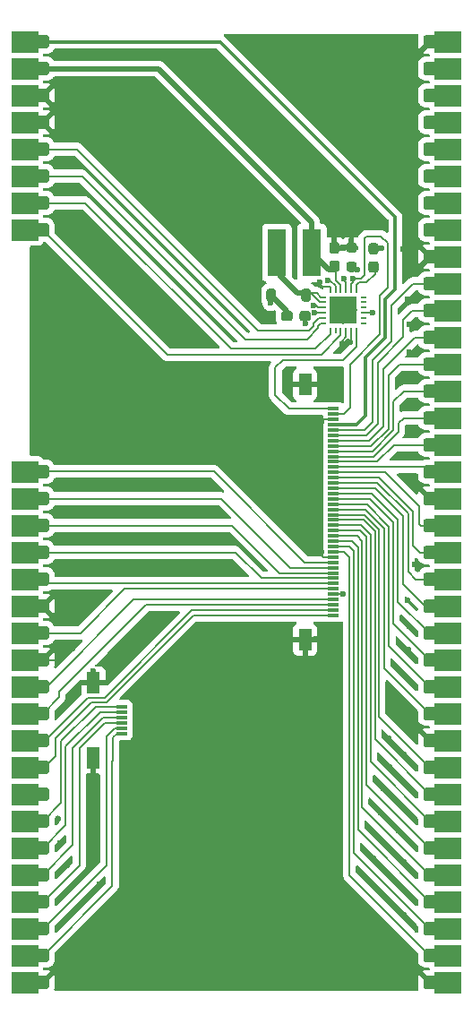
<source format=gtl>
G04 #@! TF.GenerationSoftware,KiCad,Pcbnew,9.0.1+1*
G04 #@! TF.CreationDate,2025-11-11T08:29:33+00:00*
G04 #@! TF.ProjectId,lcd-panel,6c63642d-7061-46e6-956c-2e6b69636164,rev?*
G04 #@! TF.SameCoordinates,Original*
G04 #@! TF.FileFunction,Copper,L1,Top*
G04 #@! TF.FilePolarity,Positive*
%FSLAX46Y46*%
G04 Gerber Fmt 4.6, Leading zero omitted, Abs format (unit mm)*
G04 Created by KiCad (PCBNEW 9.0.1+1) date 2025-11-11 08:29:33*
%MOMM*%
%LPD*%
G01*
G04 APERTURE LIST*
G04 #@! TA.AperFunction,CastellatedPad*
%ADD10R,2.540000X2.000000*%
G04 #@! TD*
G04 #@! TA.AperFunction,SMDPad,CuDef*
%ADD11R,1.800000X4.500000*%
G04 #@! TD*
G04 #@! TA.AperFunction,SMDPad,CuDef*
%ADD12R,0.599999X0.249999*%
G04 #@! TD*
G04 #@! TA.AperFunction,SMDPad,CuDef*
%ADD13R,0.249999X0.599999*%
G04 #@! TD*
G04 #@! TA.AperFunction,ComponentPad*
%ADD14C,0.500000*%
G04 #@! TD*
G04 #@! TA.AperFunction,SMDPad,CuDef*
%ADD15R,2.600000X2.600000*%
G04 #@! TD*
G04 #@! TA.AperFunction,SMDPad,CuDef*
%ADD16R,1.000000X0.300000*%
G04 #@! TD*
G04 #@! TA.AperFunction,SMDPad,CuDef*
%ADD17R,1.300000X2.000000*%
G04 #@! TD*
G04 #@! TA.AperFunction,ViaPad*
%ADD18C,0.600000*%
G04 #@! TD*
G04 #@! TA.AperFunction,Conductor*
%ADD19C,0.200000*%
G04 #@! TD*
G04 #@! TA.AperFunction,Conductor*
%ADD20C,0.500000*%
G04 #@! TD*
G04 #@! TA.AperFunction,Conductor*
%ADD21C,0.300000*%
G04 #@! TD*
G04 APERTURE END LIST*
D10*
X88400000Y-51440000D03*
G04 #@! TA.AperFunction,ComponentPad*
G36*
G01*
X90725000Y-51065000D02*
X90725000Y-51815000D01*
G75*
G02*
X90475000Y-52065000I-250000J0D01*
G01*
X89725000Y-52065000D01*
G75*
G02*
X89475000Y-51815000I0J250000D01*
G01*
X89475000Y-51065000D01*
G75*
G02*
X89725000Y-50815000I250000J0D01*
G01*
X90475000Y-50815000D01*
G75*
G02*
X90725000Y-51065000I0J-250000D01*
G01*
G37*
G04 #@! TD.AperFunction*
X88400000Y-53980000D03*
G04 #@! TA.AperFunction,ComponentPad*
G36*
G01*
X90725000Y-53605000D02*
X90725000Y-54355000D01*
G75*
G02*
X90475000Y-54605000I-250000J0D01*
G01*
X89725000Y-54605000D01*
G75*
G02*
X89475000Y-54355000I0J250000D01*
G01*
X89475000Y-53605000D01*
G75*
G02*
X89725000Y-53355000I250000J0D01*
G01*
X90475000Y-53355000D01*
G75*
G02*
X90725000Y-53605000I0J-250000D01*
G01*
G37*
G04 #@! TD.AperFunction*
X88400000Y-56520000D03*
G04 #@! TA.AperFunction,ComponentPad*
G36*
G01*
X90725000Y-56145000D02*
X90725000Y-56895000D01*
G75*
G02*
X90475000Y-57145000I-250000J0D01*
G01*
X89725000Y-57145000D01*
G75*
G02*
X89475000Y-56895000I0J250000D01*
G01*
X89475000Y-56145000D01*
G75*
G02*
X89725000Y-55895000I250000J0D01*
G01*
X90475000Y-55895000D01*
G75*
G02*
X90725000Y-56145000I0J-250000D01*
G01*
G37*
G04 #@! TD.AperFunction*
X88400000Y-59060000D03*
G04 #@! TA.AperFunction,ComponentPad*
G36*
G01*
X90725000Y-58685000D02*
X90725000Y-59435000D01*
G75*
G02*
X90475000Y-59685000I-250000J0D01*
G01*
X89725000Y-59685000D01*
G75*
G02*
X89475000Y-59435000I0J250000D01*
G01*
X89475000Y-58685000D01*
G75*
G02*
X89725000Y-58435000I250000J0D01*
G01*
X90475000Y-58435000D01*
G75*
G02*
X90725000Y-58685000I0J-250000D01*
G01*
G37*
G04 #@! TD.AperFunction*
X88400000Y-61600000D03*
G04 #@! TA.AperFunction,ComponentPad*
G36*
G01*
X90725000Y-61225000D02*
X90725000Y-61975000D01*
G75*
G02*
X90475000Y-62225000I-250000J0D01*
G01*
X89725000Y-62225000D01*
G75*
G02*
X89475000Y-61975000I0J250000D01*
G01*
X89475000Y-61225000D01*
G75*
G02*
X89725000Y-60975000I250000J0D01*
G01*
X90475000Y-60975000D01*
G75*
G02*
X90725000Y-61225000I0J-250000D01*
G01*
G37*
G04 #@! TD.AperFunction*
X88400000Y-64140000D03*
G04 #@! TA.AperFunction,ComponentPad*
G36*
G01*
X90725000Y-63765000D02*
X90725000Y-64515000D01*
G75*
G02*
X90475000Y-64765000I-250000J0D01*
G01*
X89725000Y-64765000D01*
G75*
G02*
X89475000Y-64515000I0J250000D01*
G01*
X89475000Y-63765000D01*
G75*
G02*
X89725000Y-63515000I250000J0D01*
G01*
X90475000Y-63515000D01*
G75*
G02*
X90725000Y-63765000I0J-250000D01*
G01*
G37*
G04 #@! TD.AperFunction*
X88400000Y-66680000D03*
G04 #@! TA.AperFunction,ComponentPad*
G36*
G01*
X90725000Y-66305000D02*
X90725000Y-67055000D01*
G75*
G02*
X90475000Y-67305000I-250000J0D01*
G01*
X89725000Y-67305000D01*
G75*
G02*
X89475000Y-67055000I0J250000D01*
G01*
X89475000Y-66305000D01*
G75*
G02*
X89725000Y-66055000I250000J0D01*
G01*
X90475000Y-66055000D01*
G75*
G02*
X90725000Y-66305000I0J-250000D01*
G01*
G37*
G04 #@! TD.AperFunction*
X88400000Y-69220000D03*
G04 #@! TA.AperFunction,ComponentPad*
G36*
G01*
X90725000Y-68845000D02*
X90725000Y-69595000D01*
G75*
G02*
X90475000Y-69845000I-250000J0D01*
G01*
X89725000Y-69845000D01*
G75*
G02*
X89475000Y-69595000I0J250000D01*
G01*
X89475000Y-68845000D01*
G75*
G02*
X89725000Y-68595000I250000J0D01*
G01*
X90475000Y-68595000D01*
G75*
G02*
X90725000Y-68845000I0J-250000D01*
G01*
G37*
G04 #@! TD.AperFunction*
X88400000Y-92080000D03*
G04 #@! TA.AperFunction,ComponentPad*
G36*
G01*
X90725000Y-91705000D02*
X90725000Y-92455000D01*
G75*
G02*
X90475000Y-92705000I-250000J0D01*
G01*
X89725000Y-92705000D01*
G75*
G02*
X89475000Y-92455000I0J250000D01*
G01*
X89475000Y-91705000D01*
G75*
G02*
X89725000Y-91455000I250000J0D01*
G01*
X90475000Y-91455000D01*
G75*
G02*
X90725000Y-91705000I0J-250000D01*
G01*
G37*
G04 #@! TD.AperFunction*
X88400000Y-94620000D03*
G04 #@! TA.AperFunction,ComponentPad*
G36*
G01*
X90725000Y-94245000D02*
X90725000Y-94995000D01*
G75*
G02*
X90475000Y-95245000I-250000J0D01*
G01*
X89725000Y-95245000D01*
G75*
G02*
X89475000Y-94995000I0J250000D01*
G01*
X89475000Y-94245000D01*
G75*
G02*
X89725000Y-93995000I250000J0D01*
G01*
X90475000Y-93995000D01*
G75*
G02*
X90725000Y-94245000I0J-250000D01*
G01*
G37*
G04 #@! TD.AperFunction*
X88400000Y-97160000D03*
G04 #@! TA.AperFunction,ComponentPad*
G36*
G01*
X90725000Y-96785000D02*
X90725000Y-97535000D01*
G75*
G02*
X90475000Y-97785000I-250000J0D01*
G01*
X89725000Y-97785000D01*
G75*
G02*
X89475000Y-97535000I0J250000D01*
G01*
X89475000Y-96785000D01*
G75*
G02*
X89725000Y-96535000I250000J0D01*
G01*
X90475000Y-96535000D01*
G75*
G02*
X90725000Y-96785000I0J-250000D01*
G01*
G37*
G04 #@! TD.AperFunction*
X88400000Y-99700000D03*
G04 #@! TA.AperFunction,ComponentPad*
G36*
G01*
X90725000Y-99325000D02*
X90725000Y-100075000D01*
G75*
G02*
X90475000Y-100325000I-250000J0D01*
G01*
X89725000Y-100325000D01*
G75*
G02*
X89475000Y-100075000I0J250000D01*
G01*
X89475000Y-99325000D01*
G75*
G02*
X89725000Y-99075000I250000J0D01*
G01*
X90475000Y-99075000D01*
G75*
G02*
X90725000Y-99325000I0J-250000D01*
G01*
G37*
G04 #@! TD.AperFunction*
X88400000Y-102240000D03*
G04 #@! TA.AperFunction,ComponentPad*
G36*
G01*
X90725000Y-101865000D02*
X90725000Y-102615000D01*
G75*
G02*
X90475000Y-102865000I-250000J0D01*
G01*
X89725000Y-102865000D01*
G75*
G02*
X89475000Y-102615000I0J250000D01*
G01*
X89475000Y-101865000D01*
G75*
G02*
X89725000Y-101615000I250000J0D01*
G01*
X90475000Y-101615000D01*
G75*
G02*
X90725000Y-101865000I0J-250000D01*
G01*
G37*
G04 #@! TD.AperFunction*
X88400000Y-104780000D03*
G04 #@! TA.AperFunction,ComponentPad*
G36*
G01*
X90725000Y-104405000D02*
X90725000Y-105155000D01*
G75*
G02*
X90475000Y-105405000I-250000J0D01*
G01*
X89725000Y-105405000D01*
G75*
G02*
X89475000Y-105155000I0J250000D01*
G01*
X89475000Y-104405000D01*
G75*
G02*
X89725000Y-104155000I250000J0D01*
G01*
X90475000Y-104155000D01*
G75*
G02*
X90725000Y-104405000I0J-250000D01*
G01*
G37*
G04 #@! TD.AperFunction*
X88400000Y-107320000D03*
G04 #@! TA.AperFunction,ComponentPad*
G36*
G01*
X90725000Y-106945000D02*
X90725000Y-107695000D01*
G75*
G02*
X90475000Y-107945000I-250000J0D01*
G01*
X89725000Y-107945000D01*
G75*
G02*
X89475000Y-107695000I0J250000D01*
G01*
X89475000Y-106945000D01*
G75*
G02*
X89725000Y-106695000I250000J0D01*
G01*
X90475000Y-106695000D01*
G75*
G02*
X90725000Y-106945000I0J-250000D01*
G01*
G37*
G04 #@! TD.AperFunction*
X88400000Y-109860000D03*
G04 #@! TA.AperFunction,ComponentPad*
G36*
G01*
X90725000Y-109485000D02*
X90725000Y-110235000D01*
G75*
G02*
X90475000Y-110485000I-250000J0D01*
G01*
X89725000Y-110485000D01*
G75*
G02*
X89475000Y-110235000I0J250000D01*
G01*
X89475000Y-109485000D01*
G75*
G02*
X89725000Y-109235000I250000J0D01*
G01*
X90475000Y-109235000D01*
G75*
G02*
X90725000Y-109485000I0J-250000D01*
G01*
G37*
G04 #@! TD.AperFunction*
X88400000Y-112400000D03*
G04 #@! TA.AperFunction,ComponentPad*
G36*
G01*
X90725000Y-112025000D02*
X90725000Y-112775000D01*
G75*
G02*
X90475000Y-113025000I-250000J0D01*
G01*
X89725000Y-113025000D01*
G75*
G02*
X89475000Y-112775000I0J250000D01*
G01*
X89475000Y-112025000D01*
G75*
G02*
X89725000Y-111775000I250000J0D01*
G01*
X90475000Y-111775000D01*
G75*
G02*
X90725000Y-112025000I0J-250000D01*
G01*
G37*
G04 #@! TD.AperFunction*
X88400000Y-114940000D03*
G04 #@! TA.AperFunction,ComponentPad*
G36*
G01*
X90725000Y-114565000D02*
X90725000Y-115315000D01*
G75*
G02*
X90475000Y-115565000I-250000J0D01*
G01*
X89725000Y-115565000D01*
G75*
G02*
X89475000Y-115315000I0J250000D01*
G01*
X89475000Y-114565000D01*
G75*
G02*
X89725000Y-114315000I250000J0D01*
G01*
X90475000Y-114315000D01*
G75*
G02*
X90725000Y-114565000I0J-250000D01*
G01*
G37*
G04 #@! TD.AperFunction*
X88400000Y-117480000D03*
G04 #@! TA.AperFunction,ComponentPad*
G36*
G01*
X90725000Y-117105000D02*
X90725000Y-117855000D01*
G75*
G02*
X90475000Y-118105000I-250000J0D01*
G01*
X89725000Y-118105000D01*
G75*
G02*
X89475000Y-117855000I0J250000D01*
G01*
X89475000Y-117105000D01*
G75*
G02*
X89725000Y-116855000I250000J0D01*
G01*
X90475000Y-116855000D01*
G75*
G02*
X90725000Y-117105000I0J-250000D01*
G01*
G37*
G04 #@! TD.AperFunction*
X88400000Y-120020000D03*
G04 #@! TA.AperFunction,ComponentPad*
G36*
G01*
X90725000Y-119645000D02*
X90725000Y-120395000D01*
G75*
G02*
X90475000Y-120645000I-250000J0D01*
G01*
X89725000Y-120645000D01*
G75*
G02*
X89475000Y-120395000I0J250000D01*
G01*
X89475000Y-119645000D01*
G75*
G02*
X89725000Y-119395000I250000J0D01*
G01*
X90475000Y-119395000D01*
G75*
G02*
X90725000Y-119645000I0J-250000D01*
G01*
G37*
G04 #@! TD.AperFunction*
X88400000Y-122560000D03*
G04 #@! TA.AperFunction,ComponentPad*
G36*
G01*
X90725000Y-122185000D02*
X90725000Y-122935000D01*
G75*
G02*
X90475000Y-123185000I-250000J0D01*
G01*
X89725000Y-123185000D01*
G75*
G02*
X89475000Y-122935000I0J250000D01*
G01*
X89475000Y-122185000D01*
G75*
G02*
X89725000Y-121935000I250000J0D01*
G01*
X90475000Y-121935000D01*
G75*
G02*
X90725000Y-122185000I0J-250000D01*
G01*
G37*
G04 #@! TD.AperFunction*
X88400000Y-125100000D03*
G04 #@! TA.AperFunction,ComponentPad*
G36*
G01*
X90725000Y-124725000D02*
X90725000Y-125475000D01*
G75*
G02*
X90475000Y-125725000I-250000J0D01*
G01*
X89725000Y-125725000D01*
G75*
G02*
X89475000Y-125475000I0J250000D01*
G01*
X89475000Y-124725000D01*
G75*
G02*
X89725000Y-124475000I250000J0D01*
G01*
X90475000Y-124475000D01*
G75*
G02*
X90725000Y-124725000I0J-250000D01*
G01*
G37*
G04 #@! TD.AperFunction*
X88400000Y-127640000D03*
G04 #@! TA.AperFunction,ComponentPad*
G36*
G01*
X90725000Y-127265000D02*
X90725000Y-128015000D01*
G75*
G02*
X90475000Y-128265000I-250000J0D01*
G01*
X89725000Y-128265000D01*
G75*
G02*
X89475000Y-128015000I0J250000D01*
G01*
X89475000Y-127265000D01*
G75*
G02*
X89725000Y-127015000I250000J0D01*
G01*
X90475000Y-127015000D01*
G75*
G02*
X90725000Y-127265000I0J-250000D01*
G01*
G37*
G04 #@! TD.AperFunction*
X88400000Y-130180000D03*
G04 #@! TA.AperFunction,ComponentPad*
G36*
G01*
X90725000Y-129805000D02*
X90725000Y-130555000D01*
G75*
G02*
X90475000Y-130805000I-250000J0D01*
G01*
X89725000Y-130805000D01*
G75*
G02*
X89475000Y-130555000I0J250000D01*
G01*
X89475000Y-129805000D01*
G75*
G02*
X89725000Y-129555000I250000J0D01*
G01*
X90475000Y-129555000D01*
G75*
G02*
X90725000Y-129805000I0J-250000D01*
G01*
G37*
G04 #@! TD.AperFunction*
X88400000Y-132720000D03*
G04 #@! TA.AperFunction,ComponentPad*
G36*
G01*
X90725000Y-132345000D02*
X90725000Y-133095000D01*
G75*
G02*
X90475000Y-133345000I-250000J0D01*
G01*
X89725000Y-133345000D01*
G75*
G02*
X89475000Y-133095000I0J250000D01*
G01*
X89475000Y-132345000D01*
G75*
G02*
X89725000Y-132095000I250000J0D01*
G01*
X90475000Y-132095000D01*
G75*
G02*
X90725000Y-132345000I0J-250000D01*
G01*
G37*
G04 #@! TD.AperFunction*
X88400000Y-135260000D03*
G04 #@! TA.AperFunction,ComponentPad*
G36*
G01*
X90725000Y-134885000D02*
X90725000Y-135635000D01*
G75*
G02*
X90475000Y-135885000I-250000J0D01*
G01*
X89725000Y-135885000D01*
G75*
G02*
X89475000Y-135635000I0J250000D01*
G01*
X89475000Y-134885000D01*
G75*
G02*
X89725000Y-134635000I250000J0D01*
G01*
X90475000Y-134635000D01*
G75*
G02*
X90725000Y-134885000I0J-250000D01*
G01*
G37*
G04 #@! TD.AperFunction*
X88400000Y-137800000D03*
G04 #@! TA.AperFunction,ComponentPad*
G36*
G01*
X90725000Y-137425000D02*
X90725000Y-138175000D01*
G75*
G02*
X90475000Y-138425000I-250000J0D01*
G01*
X89725000Y-138425000D01*
G75*
G02*
X89475000Y-138175000I0J250000D01*
G01*
X89475000Y-137425000D01*
G75*
G02*
X89725000Y-137175000I250000J0D01*
G01*
X90475000Y-137175000D01*
G75*
G02*
X90725000Y-137425000I0J-250000D01*
G01*
G37*
G04 #@! TD.AperFunction*
X88400000Y-140340000D03*
G04 #@! TA.AperFunction,ComponentPad*
G36*
G01*
X90725000Y-139965000D02*
X90725000Y-140715000D01*
G75*
G02*
X90475000Y-140965000I-250000J0D01*
G01*
X89725000Y-140965000D01*
G75*
G02*
X89475000Y-140715000I0J250000D01*
G01*
X89475000Y-139965000D01*
G75*
G02*
X89725000Y-139715000I250000J0D01*
G01*
X90475000Y-139715000D01*
G75*
G02*
X90725000Y-139965000I0J-250000D01*
G01*
G37*
G04 #@! TD.AperFunction*
G04 #@! TA.AperFunction,ComponentPad*
G36*
G01*
X127325000Y-51065000D02*
X127325000Y-51815000D01*
G75*
G02*
X127075000Y-52065000I-250000J0D01*
G01*
X126325000Y-52065000D01*
G75*
G02*
X126075000Y-51815000I0J250000D01*
G01*
X126075000Y-51065000D01*
G75*
G02*
X126325000Y-50815000I250000J0D01*
G01*
X127075000Y-50815000D01*
G75*
G02*
X127325000Y-51065000I0J-250000D01*
G01*
G37*
G04 #@! TD.AperFunction*
X128400000Y-51440000D03*
G04 #@! TA.AperFunction,ComponentPad*
G36*
G01*
X127325000Y-53605000D02*
X127325000Y-54355000D01*
G75*
G02*
X127075000Y-54605000I-250000J0D01*
G01*
X126325000Y-54605000D01*
G75*
G02*
X126075000Y-54355000I0J250000D01*
G01*
X126075000Y-53605000D01*
G75*
G02*
X126325000Y-53355000I250000J0D01*
G01*
X127075000Y-53355000D01*
G75*
G02*
X127325000Y-53605000I0J-250000D01*
G01*
G37*
G04 #@! TD.AperFunction*
X128400000Y-53980000D03*
G04 #@! TA.AperFunction,ComponentPad*
G36*
G01*
X127325000Y-56145000D02*
X127325000Y-56895000D01*
G75*
G02*
X127075000Y-57145000I-250000J0D01*
G01*
X126325000Y-57145000D01*
G75*
G02*
X126075000Y-56895000I0J250000D01*
G01*
X126075000Y-56145000D01*
G75*
G02*
X126325000Y-55895000I250000J0D01*
G01*
X127075000Y-55895000D01*
G75*
G02*
X127325000Y-56145000I0J-250000D01*
G01*
G37*
G04 #@! TD.AperFunction*
X128400000Y-56520000D03*
G04 #@! TA.AperFunction,ComponentPad*
G36*
G01*
X127325000Y-58685000D02*
X127325000Y-59435000D01*
G75*
G02*
X127075000Y-59685000I-250000J0D01*
G01*
X126325000Y-59685000D01*
G75*
G02*
X126075000Y-59435000I0J250000D01*
G01*
X126075000Y-58685000D01*
G75*
G02*
X126325000Y-58435000I250000J0D01*
G01*
X127075000Y-58435000D01*
G75*
G02*
X127325000Y-58685000I0J-250000D01*
G01*
G37*
G04 #@! TD.AperFunction*
X128400000Y-59060000D03*
G04 #@! TA.AperFunction,ComponentPad*
G36*
G01*
X127325000Y-61225000D02*
X127325000Y-61975000D01*
G75*
G02*
X127075000Y-62225000I-250000J0D01*
G01*
X126325000Y-62225000D01*
G75*
G02*
X126075000Y-61975000I0J250000D01*
G01*
X126075000Y-61225000D01*
G75*
G02*
X126325000Y-60975000I250000J0D01*
G01*
X127075000Y-60975000D01*
G75*
G02*
X127325000Y-61225000I0J-250000D01*
G01*
G37*
G04 #@! TD.AperFunction*
X128400000Y-61600000D03*
G04 #@! TA.AperFunction,ComponentPad*
G36*
G01*
X127325000Y-63765000D02*
X127325000Y-64515000D01*
G75*
G02*
X127075000Y-64765000I-250000J0D01*
G01*
X126325000Y-64765000D01*
G75*
G02*
X126075000Y-64515000I0J250000D01*
G01*
X126075000Y-63765000D01*
G75*
G02*
X126325000Y-63515000I250000J0D01*
G01*
X127075000Y-63515000D01*
G75*
G02*
X127325000Y-63765000I0J-250000D01*
G01*
G37*
G04 #@! TD.AperFunction*
X128400000Y-64140000D03*
G04 #@! TA.AperFunction,ComponentPad*
G36*
G01*
X127325000Y-66305000D02*
X127325000Y-67055000D01*
G75*
G02*
X127075000Y-67305000I-250000J0D01*
G01*
X126325000Y-67305000D01*
G75*
G02*
X126075000Y-67055000I0J250000D01*
G01*
X126075000Y-66305000D01*
G75*
G02*
X126325000Y-66055000I250000J0D01*
G01*
X127075000Y-66055000D01*
G75*
G02*
X127325000Y-66305000I0J-250000D01*
G01*
G37*
G04 #@! TD.AperFunction*
X128400000Y-66680000D03*
G04 #@! TA.AperFunction,ComponentPad*
G36*
G01*
X127325000Y-68845000D02*
X127325000Y-69595000D01*
G75*
G02*
X127075000Y-69845000I-250000J0D01*
G01*
X126325000Y-69845000D01*
G75*
G02*
X126075000Y-69595000I0J250000D01*
G01*
X126075000Y-68845000D01*
G75*
G02*
X126325000Y-68595000I250000J0D01*
G01*
X127075000Y-68595000D01*
G75*
G02*
X127325000Y-68845000I0J-250000D01*
G01*
G37*
G04 #@! TD.AperFunction*
X128400000Y-69220000D03*
G04 #@! TA.AperFunction,ComponentPad*
G36*
G01*
X127325000Y-71385000D02*
X127325000Y-72135000D01*
G75*
G02*
X127075000Y-72385000I-250000J0D01*
G01*
X126325000Y-72385000D01*
G75*
G02*
X126075000Y-72135000I0J250000D01*
G01*
X126075000Y-71385000D01*
G75*
G02*
X126325000Y-71135000I250000J0D01*
G01*
X127075000Y-71135000D01*
G75*
G02*
X127325000Y-71385000I0J-250000D01*
G01*
G37*
G04 #@! TD.AperFunction*
X128400000Y-71760000D03*
G04 #@! TA.AperFunction,ComponentPad*
G36*
G01*
X127325000Y-73925000D02*
X127325000Y-74675000D01*
G75*
G02*
X127075000Y-74925000I-250000J0D01*
G01*
X126325000Y-74925000D01*
G75*
G02*
X126075000Y-74675000I0J250000D01*
G01*
X126075000Y-73925000D01*
G75*
G02*
X126325000Y-73675000I250000J0D01*
G01*
X127075000Y-73675000D01*
G75*
G02*
X127325000Y-73925000I0J-250000D01*
G01*
G37*
G04 #@! TD.AperFunction*
X128400000Y-74300000D03*
G04 #@! TA.AperFunction,ComponentPad*
G36*
G01*
X127325000Y-76465000D02*
X127325000Y-77215000D01*
G75*
G02*
X127075000Y-77465000I-250000J0D01*
G01*
X126325000Y-77465000D01*
G75*
G02*
X126075000Y-77215000I0J250000D01*
G01*
X126075000Y-76465000D01*
G75*
G02*
X126325000Y-76215000I250000J0D01*
G01*
X127075000Y-76215000D01*
G75*
G02*
X127325000Y-76465000I0J-250000D01*
G01*
G37*
G04 #@! TD.AperFunction*
X128400000Y-76840000D03*
G04 #@! TA.AperFunction,ComponentPad*
G36*
G01*
X127325000Y-79005000D02*
X127325000Y-79755000D01*
G75*
G02*
X127075000Y-80005000I-250000J0D01*
G01*
X126325000Y-80005000D01*
G75*
G02*
X126075000Y-79755000I0J250000D01*
G01*
X126075000Y-79005000D01*
G75*
G02*
X126325000Y-78755000I250000J0D01*
G01*
X127075000Y-78755000D01*
G75*
G02*
X127325000Y-79005000I0J-250000D01*
G01*
G37*
G04 #@! TD.AperFunction*
X128400000Y-79380000D03*
G04 #@! TA.AperFunction,ComponentPad*
G36*
G01*
X127325000Y-81545000D02*
X127325000Y-82295000D01*
G75*
G02*
X127075000Y-82545000I-250000J0D01*
G01*
X126325000Y-82545000D01*
G75*
G02*
X126075000Y-82295000I0J250000D01*
G01*
X126075000Y-81545000D01*
G75*
G02*
X126325000Y-81295000I250000J0D01*
G01*
X127075000Y-81295000D01*
G75*
G02*
X127325000Y-81545000I0J-250000D01*
G01*
G37*
G04 #@! TD.AperFunction*
X128400000Y-81920000D03*
G04 #@! TA.AperFunction,ComponentPad*
G36*
G01*
X127325000Y-84085000D02*
X127325000Y-84835000D01*
G75*
G02*
X127075000Y-85085000I-250000J0D01*
G01*
X126325000Y-85085000D01*
G75*
G02*
X126075000Y-84835000I0J250000D01*
G01*
X126075000Y-84085000D01*
G75*
G02*
X126325000Y-83835000I250000J0D01*
G01*
X127075000Y-83835000D01*
G75*
G02*
X127325000Y-84085000I0J-250000D01*
G01*
G37*
G04 #@! TD.AperFunction*
X128400000Y-84460000D03*
G04 #@! TA.AperFunction,ComponentPad*
G36*
G01*
X127325000Y-86625000D02*
X127325000Y-87375000D01*
G75*
G02*
X127075000Y-87625000I-250000J0D01*
G01*
X126325000Y-87625000D01*
G75*
G02*
X126075000Y-87375000I0J250000D01*
G01*
X126075000Y-86625000D01*
G75*
G02*
X126325000Y-86375000I250000J0D01*
G01*
X127075000Y-86375000D01*
G75*
G02*
X127325000Y-86625000I0J-250000D01*
G01*
G37*
G04 #@! TD.AperFunction*
X128400000Y-87000000D03*
G04 #@! TA.AperFunction,ComponentPad*
G36*
G01*
X127325000Y-89165000D02*
X127325000Y-89915000D01*
G75*
G02*
X127075000Y-90165000I-250000J0D01*
G01*
X126325000Y-90165000D01*
G75*
G02*
X126075000Y-89915000I0J250000D01*
G01*
X126075000Y-89165000D01*
G75*
G02*
X126325000Y-88915000I250000J0D01*
G01*
X127075000Y-88915000D01*
G75*
G02*
X127325000Y-89165000I0J-250000D01*
G01*
G37*
G04 #@! TD.AperFunction*
X128400000Y-89540000D03*
G04 #@! TA.AperFunction,ComponentPad*
G36*
G01*
X127325000Y-91705000D02*
X127325000Y-92455000D01*
G75*
G02*
X127075000Y-92705000I-250000J0D01*
G01*
X126325000Y-92705000D01*
G75*
G02*
X126075000Y-92455000I0J250000D01*
G01*
X126075000Y-91705000D01*
G75*
G02*
X126325000Y-91455000I250000J0D01*
G01*
X127075000Y-91455000D01*
G75*
G02*
X127325000Y-91705000I0J-250000D01*
G01*
G37*
G04 #@! TD.AperFunction*
X128400000Y-92080000D03*
G04 #@! TA.AperFunction,ComponentPad*
G36*
G01*
X127325000Y-94245000D02*
X127325000Y-94995000D01*
G75*
G02*
X127075000Y-95245000I-250000J0D01*
G01*
X126325000Y-95245000D01*
G75*
G02*
X126075000Y-94995000I0J250000D01*
G01*
X126075000Y-94245000D01*
G75*
G02*
X126325000Y-93995000I250000J0D01*
G01*
X127075000Y-93995000D01*
G75*
G02*
X127325000Y-94245000I0J-250000D01*
G01*
G37*
G04 #@! TD.AperFunction*
X128400000Y-94620000D03*
G04 #@! TA.AperFunction,ComponentPad*
G36*
G01*
X127325000Y-96785000D02*
X127325000Y-97535000D01*
G75*
G02*
X127075000Y-97785000I-250000J0D01*
G01*
X126325000Y-97785000D01*
G75*
G02*
X126075000Y-97535000I0J250000D01*
G01*
X126075000Y-96785000D01*
G75*
G02*
X126325000Y-96535000I250000J0D01*
G01*
X127075000Y-96535000D01*
G75*
G02*
X127325000Y-96785000I0J-250000D01*
G01*
G37*
G04 #@! TD.AperFunction*
X128400000Y-97160000D03*
G04 #@! TA.AperFunction,ComponentPad*
G36*
G01*
X127325000Y-99325000D02*
X127325000Y-100075000D01*
G75*
G02*
X127075000Y-100325000I-250000J0D01*
G01*
X126325000Y-100325000D01*
G75*
G02*
X126075000Y-100075000I0J250000D01*
G01*
X126075000Y-99325000D01*
G75*
G02*
X126325000Y-99075000I250000J0D01*
G01*
X127075000Y-99075000D01*
G75*
G02*
X127325000Y-99325000I0J-250000D01*
G01*
G37*
G04 #@! TD.AperFunction*
X128400000Y-99700000D03*
G04 #@! TA.AperFunction,ComponentPad*
G36*
G01*
X127325000Y-101865000D02*
X127325000Y-102615000D01*
G75*
G02*
X127075000Y-102865000I-250000J0D01*
G01*
X126325000Y-102865000D01*
G75*
G02*
X126075000Y-102615000I0J250000D01*
G01*
X126075000Y-101865000D01*
G75*
G02*
X126325000Y-101615000I250000J0D01*
G01*
X127075000Y-101615000D01*
G75*
G02*
X127325000Y-101865000I0J-250000D01*
G01*
G37*
G04 #@! TD.AperFunction*
X128400000Y-102240000D03*
G04 #@! TA.AperFunction,ComponentPad*
G36*
G01*
X127325000Y-104405000D02*
X127325000Y-105155000D01*
G75*
G02*
X127075000Y-105405000I-250000J0D01*
G01*
X126325000Y-105405000D01*
G75*
G02*
X126075000Y-105155000I0J250000D01*
G01*
X126075000Y-104405000D01*
G75*
G02*
X126325000Y-104155000I250000J0D01*
G01*
X127075000Y-104155000D01*
G75*
G02*
X127325000Y-104405000I0J-250000D01*
G01*
G37*
G04 #@! TD.AperFunction*
X128400000Y-104780000D03*
G04 #@! TA.AperFunction,ComponentPad*
G36*
G01*
X127325000Y-106945000D02*
X127325000Y-107695000D01*
G75*
G02*
X127075000Y-107945000I-250000J0D01*
G01*
X126325000Y-107945000D01*
G75*
G02*
X126075000Y-107695000I0J250000D01*
G01*
X126075000Y-106945000D01*
G75*
G02*
X126325000Y-106695000I250000J0D01*
G01*
X127075000Y-106695000D01*
G75*
G02*
X127325000Y-106945000I0J-250000D01*
G01*
G37*
G04 #@! TD.AperFunction*
X128400000Y-107320000D03*
G04 #@! TA.AperFunction,ComponentPad*
G36*
G01*
X127325000Y-109485000D02*
X127325000Y-110235000D01*
G75*
G02*
X127075000Y-110485000I-250000J0D01*
G01*
X126325000Y-110485000D01*
G75*
G02*
X126075000Y-110235000I0J250000D01*
G01*
X126075000Y-109485000D01*
G75*
G02*
X126325000Y-109235000I250000J0D01*
G01*
X127075000Y-109235000D01*
G75*
G02*
X127325000Y-109485000I0J-250000D01*
G01*
G37*
G04 #@! TD.AperFunction*
X128400000Y-109860000D03*
G04 #@! TA.AperFunction,ComponentPad*
G36*
G01*
X127325000Y-112025000D02*
X127325000Y-112775000D01*
G75*
G02*
X127075000Y-113025000I-250000J0D01*
G01*
X126325000Y-113025000D01*
G75*
G02*
X126075000Y-112775000I0J250000D01*
G01*
X126075000Y-112025000D01*
G75*
G02*
X126325000Y-111775000I250000J0D01*
G01*
X127075000Y-111775000D01*
G75*
G02*
X127325000Y-112025000I0J-250000D01*
G01*
G37*
G04 #@! TD.AperFunction*
X128400000Y-112400000D03*
G04 #@! TA.AperFunction,ComponentPad*
G36*
G01*
X127325000Y-114565000D02*
X127325000Y-115315000D01*
G75*
G02*
X127075000Y-115565000I-250000J0D01*
G01*
X126325000Y-115565000D01*
G75*
G02*
X126075000Y-115315000I0J250000D01*
G01*
X126075000Y-114565000D01*
G75*
G02*
X126325000Y-114315000I250000J0D01*
G01*
X127075000Y-114315000D01*
G75*
G02*
X127325000Y-114565000I0J-250000D01*
G01*
G37*
G04 #@! TD.AperFunction*
X128400000Y-114940000D03*
G04 #@! TA.AperFunction,ComponentPad*
G36*
G01*
X127325000Y-117105000D02*
X127325000Y-117855000D01*
G75*
G02*
X127075000Y-118105000I-250000J0D01*
G01*
X126325000Y-118105000D01*
G75*
G02*
X126075000Y-117855000I0J250000D01*
G01*
X126075000Y-117105000D01*
G75*
G02*
X126325000Y-116855000I250000J0D01*
G01*
X127075000Y-116855000D01*
G75*
G02*
X127325000Y-117105000I0J-250000D01*
G01*
G37*
G04 #@! TD.AperFunction*
X128400000Y-117480000D03*
G04 #@! TA.AperFunction,ComponentPad*
G36*
G01*
X127325000Y-119645000D02*
X127325000Y-120395000D01*
G75*
G02*
X127075000Y-120645000I-250000J0D01*
G01*
X126325000Y-120645000D01*
G75*
G02*
X126075000Y-120395000I0J250000D01*
G01*
X126075000Y-119645000D01*
G75*
G02*
X126325000Y-119395000I250000J0D01*
G01*
X127075000Y-119395000D01*
G75*
G02*
X127325000Y-119645000I0J-250000D01*
G01*
G37*
G04 #@! TD.AperFunction*
X128400000Y-120020000D03*
G04 #@! TA.AperFunction,ComponentPad*
G36*
G01*
X127325000Y-122185000D02*
X127325000Y-122935000D01*
G75*
G02*
X127075000Y-123185000I-250000J0D01*
G01*
X126325000Y-123185000D01*
G75*
G02*
X126075000Y-122935000I0J250000D01*
G01*
X126075000Y-122185000D01*
G75*
G02*
X126325000Y-121935000I250000J0D01*
G01*
X127075000Y-121935000D01*
G75*
G02*
X127325000Y-122185000I0J-250000D01*
G01*
G37*
G04 #@! TD.AperFunction*
X128400000Y-122560000D03*
G04 #@! TA.AperFunction,ComponentPad*
G36*
G01*
X127325000Y-124725000D02*
X127325000Y-125475000D01*
G75*
G02*
X127075000Y-125725000I-250000J0D01*
G01*
X126325000Y-125725000D01*
G75*
G02*
X126075000Y-125475000I0J250000D01*
G01*
X126075000Y-124725000D01*
G75*
G02*
X126325000Y-124475000I250000J0D01*
G01*
X127075000Y-124475000D01*
G75*
G02*
X127325000Y-124725000I0J-250000D01*
G01*
G37*
G04 #@! TD.AperFunction*
X128400000Y-125100000D03*
G04 #@! TA.AperFunction,ComponentPad*
G36*
G01*
X127325000Y-127265000D02*
X127325000Y-128015000D01*
G75*
G02*
X127075000Y-128265000I-250000J0D01*
G01*
X126325000Y-128265000D01*
G75*
G02*
X126075000Y-128015000I0J250000D01*
G01*
X126075000Y-127265000D01*
G75*
G02*
X126325000Y-127015000I250000J0D01*
G01*
X127075000Y-127015000D01*
G75*
G02*
X127325000Y-127265000I0J-250000D01*
G01*
G37*
G04 #@! TD.AperFunction*
X128400000Y-127640000D03*
G04 #@! TA.AperFunction,ComponentPad*
G36*
G01*
X127325000Y-129805000D02*
X127325000Y-130555000D01*
G75*
G02*
X127075000Y-130805000I-250000J0D01*
G01*
X126325000Y-130805000D01*
G75*
G02*
X126075000Y-130555000I0J250000D01*
G01*
X126075000Y-129805000D01*
G75*
G02*
X126325000Y-129555000I250000J0D01*
G01*
X127075000Y-129555000D01*
G75*
G02*
X127325000Y-129805000I0J-250000D01*
G01*
G37*
G04 #@! TD.AperFunction*
X128400000Y-130180000D03*
G04 #@! TA.AperFunction,ComponentPad*
G36*
G01*
X127325000Y-132345000D02*
X127325000Y-133095000D01*
G75*
G02*
X127075000Y-133345000I-250000J0D01*
G01*
X126325000Y-133345000D01*
G75*
G02*
X126075000Y-133095000I0J250000D01*
G01*
X126075000Y-132345000D01*
G75*
G02*
X126325000Y-132095000I250000J0D01*
G01*
X127075000Y-132095000D01*
G75*
G02*
X127325000Y-132345000I0J-250000D01*
G01*
G37*
G04 #@! TD.AperFunction*
X128400000Y-132720000D03*
G04 #@! TA.AperFunction,ComponentPad*
G36*
G01*
X127325000Y-134885000D02*
X127325000Y-135635000D01*
G75*
G02*
X127075000Y-135885000I-250000J0D01*
G01*
X126325000Y-135885000D01*
G75*
G02*
X126075000Y-135635000I0J250000D01*
G01*
X126075000Y-134885000D01*
G75*
G02*
X126325000Y-134635000I250000J0D01*
G01*
X127075000Y-134635000D01*
G75*
G02*
X127325000Y-134885000I0J-250000D01*
G01*
G37*
G04 #@! TD.AperFunction*
X128400000Y-135260000D03*
G04 #@! TA.AperFunction,ComponentPad*
G36*
G01*
X127325000Y-137425000D02*
X127325000Y-138175000D01*
G75*
G02*
X127075000Y-138425000I-250000J0D01*
G01*
X126325000Y-138425000D01*
G75*
G02*
X126075000Y-138175000I0J250000D01*
G01*
X126075000Y-137425000D01*
G75*
G02*
X126325000Y-137175000I250000J0D01*
G01*
X127075000Y-137175000D01*
G75*
G02*
X127325000Y-137425000I0J-250000D01*
G01*
G37*
G04 #@! TD.AperFunction*
X128400000Y-137800000D03*
G04 #@! TA.AperFunction,ComponentPad*
G36*
G01*
X127325000Y-139965000D02*
X127325000Y-140715000D01*
G75*
G02*
X127075000Y-140965000I-250000J0D01*
G01*
X126325000Y-140965000D01*
G75*
G02*
X126075000Y-140715000I0J250000D01*
G01*
X126075000Y-139965000D01*
G75*
G02*
X126325000Y-139715000I250000J0D01*
G01*
X127075000Y-139715000D01*
G75*
G02*
X127325000Y-139965000I0J-250000D01*
G01*
G37*
G04 #@! TD.AperFunction*
X128400000Y-140340000D03*
G04 #@! TA.AperFunction,SMDPad,CuDef*
G36*
G01*
X111249998Y-75770001D02*
X111249998Y-75020001D01*
G75*
G02*
X111474998Y-74795001I225000J0D01*
G01*
X111924998Y-74795001D01*
G75*
G02*
X112149998Y-75020001I0J-225000D01*
G01*
X112149998Y-75770001D01*
G75*
G02*
X111924998Y-75995001I-225000J0D01*
G01*
X111474998Y-75995001D01*
G75*
G02*
X111249998Y-75770001I0J225000D01*
G01*
G37*
G04 #@! TD.AperFunction*
G04 #@! TA.AperFunction,SMDPad,CuDef*
G36*
G01*
X114549998Y-75770001D02*
X114549998Y-75020001D01*
G75*
G02*
X114774998Y-74795001I225000J0D01*
G01*
X115224998Y-74795001D01*
G75*
G02*
X115449998Y-75020001I0J-225000D01*
G01*
X115449998Y-75770001D01*
G75*
G02*
X115224998Y-75995001I-225000J0D01*
G01*
X114774998Y-75995001D01*
G75*
G02*
X114549998Y-75770001I0J225000D01*
G01*
G37*
G04 #@! TD.AperFunction*
G04 #@! TA.AperFunction,SMDPad,CuDef*
G36*
G01*
X119062498Y-70395001D02*
X119537498Y-70395001D01*
G75*
G02*
X119774998Y-70632501I0J-237500D01*
G01*
X119774998Y-71132501D01*
G75*
G02*
X119537498Y-71370001I-237500J0D01*
G01*
X119062498Y-71370001D01*
G75*
G02*
X118824998Y-71132501I0J237500D01*
G01*
X118824998Y-70632501D01*
G75*
G02*
X119062498Y-70395001I237500J0D01*
G01*
G37*
G04 #@! TD.AperFunction*
G04 #@! TA.AperFunction,SMDPad,CuDef*
G36*
G01*
X119062498Y-72220001D02*
X119537498Y-72220001D01*
G75*
G02*
X119774998Y-72457501I0J-237500D01*
G01*
X119774998Y-72957501D01*
G75*
G02*
X119537498Y-73195001I-237500J0D01*
G01*
X119062498Y-73195001D01*
G75*
G02*
X118824998Y-72957501I0J237500D01*
G01*
X118824998Y-72457501D01*
G75*
G02*
X119062498Y-72220001I237500J0D01*
G01*
G37*
G04 #@! TD.AperFunction*
G04 #@! TA.AperFunction,SMDPad,CuDef*
G36*
G01*
X117442498Y-70385001D02*
X117917498Y-70385001D01*
G75*
G02*
X118154998Y-70622501I0J-237500D01*
G01*
X118154998Y-71222501D01*
G75*
G02*
X117917498Y-71460001I-237500J0D01*
G01*
X117442498Y-71460001D01*
G75*
G02*
X117204998Y-71222501I0J237500D01*
G01*
X117204998Y-70622501D01*
G75*
G02*
X117442498Y-70385001I237500J0D01*
G01*
G37*
G04 #@! TD.AperFunction*
G04 #@! TA.AperFunction,SMDPad,CuDef*
G36*
G01*
X117442498Y-72110001D02*
X117917498Y-72110001D01*
G75*
G02*
X118154998Y-72347501I0J-237500D01*
G01*
X118154998Y-72947501D01*
G75*
G02*
X117917498Y-73185001I-237500J0D01*
G01*
X117442498Y-73185001D01*
G75*
G02*
X117204998Y-72947501I0J237500D01*
G01*
X117204998Y-72347501D01*
G75*
G02*
X117442498Y-72110001I237500J0D01*
G01*
G37*
G04 #@! TD.AperFunction*
D11*
X115539998Y-71385001D03*
X112239998Y-71385001D03*
D12*
X116630001Y-75570001D03*
X116630001Y-76070000D03*
X116630001Y-76570001D03*
X116630001Y-77070001D03*
X116630001Y-77570002D03*
X116630001Y-78070001D03*
D13*
X117280000Y-78720000D03*
X117779999Y-78720000D03*
X118280000Y-78720000D03*
X118779999Y-78720000D03*
X119280001Y-78720000D03*
X119780000Y-78720000D03*
D12*
X120429998Y-78070001D03*
X120429998Y-77570002D03*
X120429998Y-77070001D03*
X120429998Y-76570001D03*
X120429998Y-76070000D03*
X120429998Y-75570001D03*
D13*
X119780000Y-74920002D03*
X119280001Y-74920002D03*
X118779999Y-74920002D03*
X118280000Y-74920002D03*
X117779999Y-74920002D03*
X117280000Y-74920002D03*
D14*
X117479999Y-76820001D03*
X118530000Y-75770001D03*
X118530000Y-76820001D03*
D15*
X118530000Y-76820001D03*
D14*
X118530000Y-77870001D03*
X119580000Y-76820001D03*
D16*
X117600000Y-86139999D03*
X117600000Y-86639998D03*
X117600000Y-87140000D03*
X117600000Y-87639999D03*
X117600000Y-88140000D03*
X117600000Y-88639999D03*
X117600000Y-89139998D03*
X117600000Y-89640000D03*
X117600000Y-90139999D03*
X117600000Y-90639998D03*
X117600000Y-91139999D03*
X117600000Y-91639998D03*
X117600000Y-92140000D03*
X117600000Y-92639999D03*
X117600000Y-93139998D03*
X117600000Y-93639999D03*
X117600000Y-94139998D03*
X117600000Y-94640000D03*
X117600000Y-95139999D03*
X117600000Y-95639998D03*
X117600000Y-96140000D03*
X117600000Y-96639998D03*
X117600000Y-97140000D03*
X117600000Y-97639999D03*
X117600000Y-98139998D03*
X117600000Y-98640000D03*
X117600000Y-99139999D03*
X117600000Y-99640000D03*
X117600000Y-100139999D03*
X117600000Y-100639998D03*
X117600000Y-101140000D03*
X117600000Y-101639999D03*
X117600000Y-102140000D03*
X117600000Y-102639999D03*
X117600000Y-103139998D03*
X117600000Y-103640000D03*
X117600000Y-104139999D03*
X117600000Y-104640000D03*
X117600000Y-105139999D03*
X117600000Y-105639998D03*
D17*
X114900001Y-83840019D03*
X114900001Y-107939981D03*
G04 #@! TA.AperFunction,SMDPad,CuDef*
G36*
G01*
X112649998Y-77592501D02*
X112649998Y-77117501D01*
G75*
G02*
X112887498Y-76880001I237500J0D01*
G01*
X113487498Y-76880001D01*
G75*
G02*
X113724998Y-77117501I0J-237500D01*
G01*
X113724998Y-77592501D01*
G75*
G02*
X113487498Y-77830001I-237500J0D01*
G01*
X112887498Y-77830001D01*
G75*
G02*
X112649998Y-77592501I0J237500D01*
G01*
G37*
G04 #@! TD.AperFunction*
G04 #@! TA.AperFunction,SMDPad,CuDef*
G36*
G01*
X114374998Y-77592501D02*
X114374998Y-77117501D01*
G75*
G02*
X114612498Y-76880001I237500J0D01*
G01*
X115212498Y-76880001D01*
G75*
G02*
X115449998Y-77117501I0J-237500D01*
G01*
X115449998Y-77592501D01*
G75*
G02*
X115212498Y-77830001I-237500J0D01*
G01*
X114612498Y-77830001D01*
G75*
G02*
X114374998Y-77592501I0J237500D01*
G01*
G37*
G04 #@! TD.AperFunction*
D16*
X97599999Y-114299998D03*
X97599999Y-114799997D03*
X97599999Y-115299998D03*
X97599999Y-115799998D03*
X97599999Y-116299999D03*
X97599999Y-116799998D03*
D17*
X94900000Y-112000000D03*
X94900000Y-119099996D03*
G04 #@! TA.AperFunction,SMDPad,CuDef*
G36*
G01*
X121132500Y-70460000D02*
X121607500Y-70460000D01*
G75*
G02*
X121845000Y-70697500I0J-237500D01*
G01*
X121845000Y-71297500D01*
G75*
G02*
X121607500Y-71535000I-237500J0D01*
G01*
X121132500Y-71535000D01*
G75*
G02*
X120895000Y-71297500I0J237500D01*
G01*
X120895000Y-70697500D01*
G75*
G02*
X121132500Y-70460000I237500J0D01*
G01*
G37*
G04 #@! TD.AperFunction*
G04 #@! TA.AperFunction,SMDPad,CuDef*
G36*
G01*
X121132500Y-72185000D02*
X121607500Y-72185000D01*
G75*
G02*
X121845000Y-72422500I0J-237500D01*
G01*
X121845000Y-73022500D01*
G75*
G02*
X121607500Y-73260000I-237500J0D01*
G01*
X121132500Y-73260000D01*
G75*
G02*
X120895000Y-73022500I0J237500D01*
G01*
X120895000Y-72422500D01*
G75*
G02*
X121132500Y-72185000I237500J0D01*
G01*
G37*
G04 #@! TD.AperFunction*
D18*
X101960000Y-65170000D03*
X124220000Y-128960000D03*
X92400000Y-68450000D03*
X94900000Y-110920000D03*
X95490000Y-77250000D03*
X116930000Y-106580000D03*
X124760000Y-80780000D03*
X124620000Y-104200000D03*
X93240000Y-55870000D03*
X94150000Y-93690000D03*
X106230000Y-55070000D03*
X93930000Y-101110000D03*
X124800000Y-106690000D03*
X92670000Y-62490000D03*
X117860000Y-125650000D03*
X105140000Y-93320000D03*
X117720000Y-129570000D03*
X92670000Y-65220000D03*
X93660000Y-95790000D03*
X117710000Y-111770000D03*
X114919998Y-78025001D03*
X124830000Y-90640000D03*
X116450000Y-87390000D03*
X98180000Y-93520000D03*
X111500000Y-54240000D03*
X108560000Y-58460000D03*
X115769998Y-77075001D03*
X124050000Y-114880000D03*
X108490000Y-71580000D03*
X124450000Y-121620000D03*
X124620000Y-75800000D03*
X115960000Y-107900000D03*
X104730000Y-79730000D03*
X123050000Y-51650000D03*
X123340000Y-110350000D03*
X124240000Y-133950000D03*
X117669998Y-70205001D03*
X100460000Y-83850000D03*
X92620000Y-59250000D03*
X124730000Y-137950000D03*
X94980000Y-135080000D03*
X98150000Y-95970000D03*
X121800000Y-126540000D03*
X92410000Y-52610000D03*
X91750000Y-78120000D03*
X118549998Y-73815001D03*
X115900000Y-83820000D03*
X91890000Y-134760000D03*
X92100000Y-137890000D03*
X91780000Y-127190000D03*
X91700000Y-83910000D03*
X124660000Y-111680000D03*
X125080000Y-88150000D03*
X106770000Y-101030000D03*
X123990000Y-52890000D03*
X125280000Y-100840000D03*
X116050000Y-91610000D03*
X124220000Y-118780000D03*
X92920000Y-108830000D03*
X117910000Y-83840000D03*
X118470000Y-103630000D03*
X122070000Y-124250000D03*
X92420000Y-129320000D03*
X106570000Y-98240000D03*
X121380000Y-128590000D03*
X124680000Y-108920000D03*
X124120000Y-131360000D03*
X91290000Y-71870000D03*
X118380000Y-80020000D03*
X124140000Y-71050000D03*
X121280000Y-77040000D03*
X118850000Y-132070000D03*
X119160000Y-79830000D03*
X124690000Y-85520000D03*
X119279998Y-70255001D03*
X104570000Y-95650000D03*
X116150000Y-98380000D03*
X92410000Y-88870000D03*
X116500000Y-99630000D03*
X116110000Y-90290000D03*
X122290000Y-122020000D03*
X124830000Y-82990000D03*
X100080000Y-76530000D03*
X117870000Y-107950000D03*
X113880000Y-91130000D03*
X116299998Y-74175001D03*
X119960000Y-66740000D03*
X91530000Y-139960000D03*
X115669998Y-76405001D03*
X100950000Y-59250000D03*
X94510000Y-72180000D03*
X124500000Y-51400000D03*
X109510000Y-84640000D03*
X106090000Y-88770000D03*
X115950000Y-88760000D03*
X116870000Y-85120000D03*
X93850000Y-98360000D03*
X96200000Y-82620000D03*
X115260000Y-65930000D03*
X99840000Y-89330000D03*
X123770000Y-126020000D03*
X122790000Y-117280000D03*
X120710000Y-130500000D03*
X102850000Y-63680000D03*
X122100000Y-70980000D03*
X124800000Y-78150000D03*
X116850000Y-82470000D03*
X116090000Y-97040000D03*
X94900000Y-120240000D03*
X122860000Y-119970000D03*
X112950000Y-94100000D03*
X91530000Y-124900000D03*
X95480000Y-131100000D03*
X116130000Y-93710000D03*
X100400000Y-101030000D03*
X125080000Y-92880000D03*
X93480000Y-57880000D03*
X116030000Y-95370000D03*
X124170000Y-123770000D03*
X116870000Y-109180000D03*
X119399998Y-73805001D03*
X111669998Y-76085001D03*
X119889998Y-72965001D03*
X117089998Y-73955001D03*
D19*
X91850000Y-123350000D02*
X90100000Y-125100000D01*
X95090002Y-114299998D02*
X91850000Y-117540000D01*
X91850000Y-117540000D02*
X91850000Y-123350000D01*
X97599999Y-114299998D02*
X95090002Y-114299998D01*
X116900001Y-107939981D02*
X117859981Y-107939981D01*
X116900001Y-83840019D02*
X116900001Y-82520001D01*
X92020000Y-109860000D02*
X92920000Y-108960000D01*
X116900001Y-107939981D02*
X116900001Y-106609999D01*
X116299998Y-74335001D02*
X116519998Y-74555001D01*
X118380000Y-80020000D02*
X118380000Y-79749998D01*
X117610000Y-103630000D02*
X117600000Y-103640000D01*
X117909981Y-83840019D02*
X117910000Y-83840000D01*
X114912498Y-78017501D02*
X114919998Y-78025001D01*
X116299998Y-74175001D02*
X116299998Y-74335001D01*
X116900001Y-107939981D02*
X115999981Y-107939981D01*
X117689998Y-70535001D02*
X117689998Y-70912501D01*
X122100000Y-70980000D02*
X121517500Y-70980000D01*
X119280001Y-79709999D02*
X119160000Y-79830000D01*
X118470000Y-103630000D02*
X117610000Y-103630000D01*
X115769998Y-77075001D02*
X116229998Y-77075001D01*
X116700000Y-87140000D02*
X116450000Y-87390000D01*
X116104998Y-76570001D02*
X116630001Y-76570001D01*
X117669998Y-70205001D02*
X117669998Y-70515001D01*
X117689998Y-70912501D02*
X117679998Y-70922501D01*
X117199998Y-74555001D02*
X117280000Y-74635003D01*
X116900001Y-85089999D02*
X116870000Y-85120000D01*
X119280001Y-78720000D02*
X119280001Y-79709999D01*
X116500000Y-99990000D02*
X116649999Y-100139999D01*
X115999981Y-107939981D02*
X115960000Y-107900000D01*
X90100000Y-109860000D02*
X92020000Y-109860000D01*
X119309998Y-70415001D02*
X119309998Y-70872501D01*
X117859981Y-107939981D02*
X117870000Y-107950000D01*
X118779999Y-79349999D02*
X118779999Y-78720000D01*
X119279998Y-70255001D02*
X119279998Y-70385001D01*
X119279998Y-70385001D02*
X119309998Y-70415001D01*
X120429998Y-77070001D02*
X121249999Y-77070001D01*
X116519998Y-74555001D02*
X117199998Y-74555001D01*
X118380000Y-79749998D02*
X118779999Y-79349999D01*
X116500000Y-99630000D02*
X116500000Y-99990000D01*
X116234998Y-77070001D02*
X116630001Y-77070001D01*
X116900001Y-107939981D02*
X116900001Y-109149999D01*
X115939998Y-76405001D02*
X116104998Y-76570001D01*
X115669998Y-76405001D02*
X115939998Y-76405001D01*
X118549998Y-73964999D02*
X118779999Y-74195000D01*
X94900000Y-119099996D02*
X94900000Y-120240000D01*
X117280000Y-74635003D02*
X117280000Y-74920002D01*
X116900001Y-82520001D02*
X116850000Y-82470000D01*
X116900001Y-83840019D02*
X115920019Y-83840019D01*
X116229998Y-77075001D02*
X116234998Y-77070001D01*
X116900001Y-109149999D02*
X116870000Y-109180000D01*
X118779999Y-74195000D02*
X118779999Y-74920002D01*
X121249999Y-77070001D02*
X121280000Y-77040000D01*
X94900000Y-112000000D02*
X94900000Y-110920000D01*
X121517500Y-70980000D02*
X121500000Y-70997500D01*
X92920000Y-108960000D02*
X92920000Y-108830000D01*
X116900001Y-83840019D02*
X117909981Y-83840019D01*
X121500000Y-70997500D02*
X121370000Y-70997500D01*
X117669998Y-70515001D02*
X117689998Y-70535001D01*
X118549998Y-73815001D02*
X118549998Y-73964999D01*
X119309998Y-70872501D02*
X119299998Y-70882501D01*
X117600000Y-87140000D02*
X116700000Y-87140000D01*
X116900001Y-83840019D02*
X116900001Y-85089999D01*
X116649999Y-100139999D02*
X117600000Y-100139999D01*
X115920019Y-83840019D02*
X115900000Y-83820000D01*
X116900001Y-106609999D02*
X116930000Y-106580000D01*
X114912498Y-77355001D02*
X114912498Y-78017501D01*
X92250000Y-118060000D02*
X92250000Y-125490000D01*
X97599999Y-114799997D02*
X95510003Y-114799997D01*
X92250000Y-125490000D02*
X90100000Y-127640000D01*
X95510003Y-114799997D02*
X92250000Y-118060000D01*
X97599999Y-115799998D02*
X95970002Y-115799998D01*
X93560000Y-129260000D02*
X90100000Y-132720000D01*
X95970002Y-115799998D02*
X93560000Y-118210000D01*
X93560000Y-118210000D02*
X93560000Y-129260000D01*
X96690000Y-131210000D02*
X90100000Y-137800000D01*
X97120002Y-116799998D02*
X96740000Y-117180000D01*
X97599999Y-116799998D02*
X97120002Y-116799998D01*
X96690000Y-119430000D02*
X96690000Y-131210000D01*
X96740000Y-119380000D02*
X96690000Y-119430000D01*
X96740000Y-117180000D02*
X96740000Y-119380000D01*
X92940000Y-118150000D02*
X92940000Y-127340000D01*
X97599999Y-115299998D02*
X95790002Y-115299998D01*
X95790002Y-115299998D02*
X92940000Y-118150000D01*
X92940000Y-127340000D02*
X90100000Y-130180000D01*
X97599999Y-116299999D02*
X96900001Y-116299999D01*
X96110000Y-117090000D02*
X96110000Y-129250000D01*
X96110000Y-129250000D02*
X90100000Y-135260000D01*
X96900001Y-116299999D02*
X96110000Y-117090000D01*
X121549999Y-93639999D02*
X124180000Y-96270000D01*
X117600000Y-93639999D02*
X121549999Y-93639999D01*
X124180000Y-96270000D02*
X124180000Y-102700000D01*
X124180000Y-102700000D02*
X126260000Y-104780000D01*
X126260000Y-104780000D02*
X126700000Y-104780000D01*
X117600000Y-104640000D02*
X99890000Y-104640000D01*
X91650000Y-112880000D02*
X91650000Y-113390000D01*
X91650000Y-113390000D02*
X90100000Y-114940000D01*
X99890000Y-104640000D02*
X91650000Y-112880000D01*
X117600000Y-96140000D02*
X120500000Y-96140000D01*
X120500000Y-96140000D02*
X121900000Y-97540000D01*
X121900000Y-115220000D02*
X126700000Y-120020000D01*
X121900000Y-97540000D02*
X121900000Y-115220000D01*
X122380000Y-97410000D02*
X122380000Y-110620000D01*
X117600000Y-95639998D02*
X120609998Y-95639998D01*
X122380000Y-110620000D02*
X126700000Y-114940000D01*
X120609998Y-95639998D02*
X122380000Y-97410000D01*
X119500000Y-99590000D02*
X119500000Y-128060000D01*
X119500000Y-128060000D02*
X126700000Y-135260000D01*
X119049999Y-99139999D02*
X119500000Y-99590000D01*
X117600000Y-99139999D02*
X119049999Y-99139999D01*
X117600000Y-94640000D02*
X121040000Y-94640000D01*
X121040000Y-94640000D02*
X123260000Y-96860000D01*
X123260000Y-96860000D02*
X123260000Y-106420000D01*
X123260000Y-106420000D02*
X126700000Y-109860000D01*
X123260000Y-85460000D02*
X124260000Y-84460000D01*
X117600000Y-90139999D02*
X121260001Y-90139999D01*
X123260000Y-88140000D02*
X123260000Y-85460000D01*
X121260001Y-90139999D02*
X123260000Y-88140000D01*
X124260000Y-84460000D02*
X126700000Y-84460000D01*
X119100000Y-130200000D02*
X126700000Y-137800000D01*
X117600000Y-99640000D02*
X118610000Y-99640000D01*
X119100000Y-100130000D02*
X119100000Y-130200000D01*
X118610000Y-99640000D02*
X119100000Y-100130000D01*
X93680000Y-107320000D02*
X90100000Y-107320000D01*
X117600000Y-103139998D02*
X97860002Y-103139998D01*
X97860002Y-103139998D02*
X93680000Y-107320000D01*
X117600000Y-92140000D02*
X122470000Y-92140000D01*
X125670000Y-96990000D02*
X125840000Y-97160000D01*
X122470000Y-92140000D02*
X125670000Y-95340000D01*
X125670000Y-95340000D02*
X125670000Y-96990000D01*
X125840000Y-97160000D02*
X126700000Y-97160000D01*
X125110000Y-99070000D02*
X125740000Y-99700000D01*
X121919999Y-92639999D02*
X125110000Y-95830000D01*
X125110000Y-95830000D02*
X125110000Y-99070000D01*
X117600000Y-92639999D02*
X121919999Y-92639999D01*
X125740000Y-99700000D02*
X126700000Y-99700000D01*
X121740001Y-91139999D02*
X123340000Y-89540000D01*
X117600000Y-91139999D02*
X121740001Y-91139999D01*
X123340000Y-89540000D02*
X126700000Y-89540000D01*
X120560000Y-88140000D02*
X121290000Y-87410000D01*
X117600000Y-88140000D02*
X120560000Y-88140000D01*
X123030000Y-79750000D02*
X123030000Y-76400000D01*
X121290000Y-87410000D02*
X121290000Y-81490000D01*
X121290000Y-81490000D02*
X123030000Y-79750000D01*
X123030000Y-76400000D02*
X125130000Y-74300000D01*
X125130000Y-74300000D02*
X126700000Y-74300000D01*
X122000000Y-78120000D02*
X121990000Y-78110000D01*
D20*
X113187498Y-76882501D02*
X113187498Y-77355001D01*
D19*
X111669998Y-75425001D02*
X111699998Y-75395001D01*
X119399998Y-74175001D02*
X119280001Y-74294998D01*
X117600000Y-86639998D02*
X118590002Y-86639998D01*
X120500000Y-70030000D02*
X120500000Y-73460000D01*
X122710000Y-70460000D02*
X122090000Y-69840000D01*
X122000000Y-79110000D02*
X122000000Y-78120000D01*
X121990000Y-78110000D02*
X121990000Y-75430000D01*
X120690000Y-69840000D02*
X120500000Y-70030000D01*
X122090000Y-69840000D02*
X120690000Y-69840000D01*
X118590002Y-86639998D02*
X119180000Y-86050000D01*
X120500000Y-73460000D02*
X120154999Y-73805001D01*
X119180000Y-81930000D02*
X122000000Y-79110000D01*
X122710000Y-74710000D02*
X122710000Y-70460000D01*
X119399998Y-73805001D02*
X119399998Y-74175001D01*
X120154999Y-73805001D02*
X119399998Y-73805001D01*
X119280001Y-74294998D02*
X119280001Y-74920002D01*
X121990000Y-75430000D02*
X122710000Y-74710000D01*
X111669998Y-76085001D02*
X111669998Y-75425001D01*
X119180000Y-86050000D02*
X119180000Y-81930000D01*
D20*
X111699998Y-75395001D02*
X113187498Y-76882501D01*
D21*
X122470000Y-75780000D02*
X123430000Y-74820000D01*
X122470000Y-79450000D02*
X122470000Y-75780000D01*
X120620000Y-86760000D02*
X120620000Y-81300000D01*
X119740001Y-87639999D02*
X120620000Y-86760000D01*
X123430000Y-67980000D02*
X106890000Y-51440000D01*
X106890000Y-51440000D02*
X90100000Y-51440000D01*
X117600000Y-87639999D02*
X119740001Y-87639999D01*
X123430000Y-74820000D02*
X123430000Y-67980000D01*
X120620000Y-81300000D02*
X122470000Y-79450000D01*
D19*
X117600000Y-91639998D02*
X126259998Y-91639998D01*
X126259998Y-91639998D02*
X126700000Y-92080000D01*
X120104314Y-97650000D02*
X120700000Y-98245686D01*
X117610001Y-97650000D02*
X120104314Y-97650000D01*
X117600000Y-97639999D02*
X117610001Y-97650000D01*
X120700000Y-121640000D02*
X126700000Y-127640000D01*
X120700000Y-98245686D02*
X120700000Y-121640000D01*
X117600000Y-104139999D02*
X98700001Y-104139999D01*
X90440000Y-112400000D02*
X90100000Y-112400000D01*
X98700001Y-104139999D02*
X90440000Y-112400000D01*
X117600000Y-95139999D02*
X120739999Y-95139999D01*
X120739999Y-95139999D02*
X122850000Y-97250000D01*
X122850000Y-97250000D02*
X122850000Y-108550000D01*
X122850000Y-108550000D02*
X126700000Y-112400000D01*
X112100000Y-82250000D02*
X112810000Y-81540000D01*
X118460000Y-81540000D02*
X119780000Y-80220000D01*
X117580001Y-86120000D02*
X113400000Y-86120000D01*
X112810000Y-81540000D02*
X118460000Y-81540000D01*
X113400000Y-86120000D02*
X112100000Y-84820000D01*
X119780000Y-80220000D02*
X119780000Y-78720000D01*
X117600000Y-86139999D02*
X117580001Y-86120000D01*
X112100000Y-84820000D02*
X112100000Y-82250000D01*
X117600000Y-98640000D02*
X119330000Y-98640000D01*
X119330000Y-98640000D02*
X119900000Y-99210000D01*
X119900000Y-99210000D02*
X119900000Y-125920000D01*
X119900000Y-125920000D02*
X126700000Y-132720000D01*
X117600000Y-89640000D02*
X121160000Y-89640000D01*
X123830000Y-81920000D02*
X126700000Y-81920000D01*
X122790000Y-88010000D02*
X122790000Y-82960000D01*
X122790000Y-82960000D02*
X123830000Y-81920000D01*
X121160000Y-89640000D02*
X122790000Y-88010000D01*
X90200000Y-102140000D02*
X90100000Y-102240000D01*
X117600000Y-102639999D02*
X90499999Y-102639999D01*
X90499999Y-102639999D02*
X90100000Y-102240000D01*
X106990000Y-94620000D02*
X90100000Y-94620000D01*
X117600000Y-101140000D02*
X113510000Y-101140000D01*
X113510000Y-101140000D02*
X106990000Y-94620000D01*
X120920002Y-89139998D02*
X122280000Y-87780000D01*
X117600000Y-89139998D02*
X120920002Y-89139998D01*
X125280000Y-79380000D02*
X126700000Y-79380000D01*
X122280000Y-82380000D02*
X125280000Y-79380000D01*
X122280000Y-87780000D02*
X122280000Y-82380000D01*
X117600000Y-90639998D02*
X121390002Y-90639998D01*
X124210000Y-87000000D02*
X126700000Y-87000000D01*
X121390002Y-90639998D02*
X123760000Y-88270000D01*
X123760000Y-88270000D02*
X123760000Y-87450000D01*
X123760000Y-87450000D02*
X124210000Y-87000000D01*
X96120000Y-113850000D02*
X94730000Y-113850000D01*
X91300000Y-117280000D02*
X91300000Y-118930000D01*
X94730000Y-113850000D02*
X91300000Y-117280000D01*
X91300000Y-118930000D02*
X90210000Y-120020000D01*
X117600000Y-105639998D02*
X104330002Y-105639998D01*
X104330002Y-105639998D02*
X96120000Y-113850000D01*
X90210000Y-120020000D02*
X90100000Y-120020000D01*
X120300000Y-123780000D02*
X126700000Y-130180000D01*
X120300000Y-98600000D02*
X120300000Y-123780000D01*
X117600000Y-98139998D02*
X119839998Y-98139998D01*
X119839998Y-98139998D02*
X120300000Y-98600000D01*
X125340000Y-102240000D02*
X126700000Y-102240000D01*
X124640000Y-96030000D02*
X124640000Y-101540000D01*
X117600000Y-93139998D02*
X121749998Y-93139998D01*
X121749998Y-93139998D02*
X124640000Y-96030000D01*
X124640000Y-101540000D02*
X125340000Y-102240000D01*
X108310000Y-99700000D02*
X90100000Y-99700000D01*
X117600000Y-102140000D02*
X110750000Y-102140000D01*
X110750000Y-102140000D02*
X108310000Y-99700000D01*
X120160000Y-97140000D02*
X121100000Y-98080000D01*
X121100000Y-119500000D02*
X126700000Y-125100000D01*
X121100000Y-98080000D02*
X121100000Y-119500000D01*
X117600000Y-97140000D02*
X120160000Y-97140000D01*
X120700001Y-88639999D02*
X121770000Y-87570000D01*
X121770000Y-81780000D02*
X124180000Y-79370000D01*
X124180000Y-77680000D02*
X125020000Y-76840000D01*
X121770000Y-87570000D02*
X121770000Y-81780000D01*
X117600000Y-88639999D02*
X120700001Y-88639999D01*
X124180000Y-79370000D02*
X124180000Y-77680000D01*
X125020000Y-76840000D02*
X126700000Y-76840000D01*
X123700000Y-96610000D02*
X123700000Y-104350000D01*
X121229998Y-94139998D02*
X123700000Y-96610000D01*
X117600000Y-94139998D02*
X121229998Y-94139998D01*
X126670000Y-107320000D02*
X126700000Y-107320000D01*
X123700000Y-104350000D02*
X126670000Y-107320000D01*
X108030000Y-97160000D02*
X90100000Y-97160000D01*
X112509999Y-101639999D02*
X108030000Y-97160000D01*
X117600000Y-101639999D02*
X112509999Y-101639999D01*
X117600000Y-100639998D02*
X114889998Y-100639998D01*
X106290000Y-92040000D02*
X90140000Y-92040000D01*
X90140000Y-92040000D02*
X90100000Y-92080000D01*
X114889998Y-100639998D02*
X106290000Y-92040000D01*
X104210001Y-105139999D02*
X95940000Y-113410000D01*
X94400000Y-113410000D02*
X90330000Y-117480000D01*
X90330000Y-117480000D02*
X90100000Y-117480000D01*
X117600000Y-105139999D02*
X104210001Y-105139999D01*
X95940000Y-113410000D02*
X94400000Y-113410000D01*
X121500000Y-117360000D02*
X126700000Y-122560000D01*
X120419998Y-96639998D02*
X121500000Y-97720000D01*
X121500000Y-97720000D02*
X121500000Y-117360000D01*
X117600000Y-96639998D02*
X120419998Y-96639998D01*
X119789998Y-74910004D02*
X119780000Y-74920002D01*
X120704999Y-74205001D02*
X120019998Y-74205001D01*
X120019998Y-74205001D02*
X119789998Y-74435001D01*
X121500000Y-72852500D02*
X121500000Y-73410000D01*
X121500000Y-73410000D02*
X120704999Y-74205001D01*
X119789998Y-74435001D02*
X119789998Y-74910004D01*
X121370000Y-72722500D02*
X121500000Y-72852500D01*
X117280000Y-78720000D02*
X117280000Y-79080000D01*
X115890000Y-80470000D02*
X107910000Y-80470000D01*
X107910000Y-80470000D02*
X94120000Y-66680000D01*
X94120000Y-66680000D02*
X90100000Y-66680000D01*
X117280000Y-79080000D02*
X115890000Y-80470000D01*
X116374998Y-78070001D02*
X116099998Y-78345001D01*
X116099998Y-78525001D02*
X115069998Y-79555001D01*
X93830000Y-64140000D02*
X90100000Y-64140000D01*
X115069998Y-79555001D02*
X109245001Y-79555001D01*
X109245001Y-79555001D02*
X93830000Y-64140000D01*
X116099998Y-78345001D02*
X116099998Y-78525001D01*
X116630001Y-78070001D02*
X116374998Y-78070001D01*
X116630001Y-76070000D02*
X116264997Y-76070000D01*
X116017498Y-75222501D02*
X114759998Y-75222501D01*
D20*
X112239998Y-71635001D02*
X112239998Y-71385001D01*
D19*
X116364998Y-75570001D02*
X116017498Y-75222501D01*
D20*
X114759998Y-75222501D02*
X114207498Y-75222501D01*
X114207498Y-75222501D02*
X112509998Y-73525001D01*
X112509998Y-71905001D02*
X112239998Y-71635001D01*
D19*
X116630001Y-75570001D02*
X116364998Y-75570001D01*
X116264997Y-76070000D02*
X115417498Y-75222501D01*
D20*
X112509998Y-73525001D02*
X112509998Y-71905001D01*
D19*
X115417498Y-75222501D02*
X114759998Y-75222501D01*
X119559998Y-72967501D02*
X119887498Y-72967501D01*
X117089998Y-73955001D02*
X117219998Y-73955001D01*
X119299998Y-72707501D02*
X119559998Y-72967501D01*
X117219998Y-73955001D02*
X117779999Y-74515002D01*
X119887498Y-72967501D02*
X119889998Y-72965001D01*
X117779999Y-74515002D02*
X117779999Y-74920002D01*
X90100000Y-61600000D02*
X93370000Y-61600000D01*
X115269998Y-78705001D02*
X115699998Y-78275001D01*
X93370000Y-61600000D02*
X110485001Y-78715001D01*
X110485001Y-78715001D02*
X113869998Y-78715001D01*
X115699998Y-78275001D02*
X115699998Y-78045001D01*
X113869998Y-78715001D02*
X113879998Y-78705001D01*
X116174997Y-77570002D02*
X116630001Y-77570002D01*
X115699998Y-78045001D02*
X116174997Y-77570002D01*
X113879998Y-78705001D02*
X115269998Y-78705001D01*
D20*
X115549998Y-71645001D02*
X115539998Y-71635001D01*
D19*
X117837498Y-73962501D02*
X118280000Y-74405003D01*
D20*
X117679998Y-72927501D02*
X117619998Y-72987501D01*
X117152498Y-72987501D02*
X115809998Y-71645001D01*
X115540000Y-68480000D02*
X101040000Y-53980000D01*
X117619998Y-72987501D02*
X117152498Y-72987501D01*
X115539998Y-71635001D02*
X115539998Y-71385001D01*
X115809998Y-71645001D02*
X115549998Y-71645001D01*
D19*
X117679998Y-72647501D02*
X117679998Y-72907501D01*
D20*
X115539998Y-68480002D02*
X115540000Y-68480000D01*
X115539998Y-71385001D02*
X115539998Y-68480002D01*
D19*
X117837498Y-73065001D02*
X117837498Y-73962501D01*
X117679998Y-72907501D02*
X117837498Y-73065001D01*
D20*
X117679998Y-72647501D02*
X117679998Y-72927501D01*
D19*
X118280000Y-74405003D02*
X118280000Y-74920002D01*
D20*
X101040000Y-53980000D02*
X90100000Y-53980000D01*
D19*
X118280000Y-78720000D02*
X118280000Y-79180000D01*
X118280000Y-79180000D02*
X116430000Y-81030000D01*
X101910000Y-81030000D02*
X90100000Y-69220000D01*
X116430000Y-81030000D02*
X101910000Y-81030000D01*
G04 #@! TA.AperFunction,Conductor*
G36*
X118463182Y-106266086D02*
G01*
X118496666Y-106327409D01*
X118499500Y-106353767D01*
X118499500Y-130113330D01*
X118499499Y-130113348D01*
X118499499Y-130279054D01*
X118499498Y-130279054D01*
X118499499Y-130279057D01*
X118540423Y-130431785D01*
X118564118Y-130472826D01*
X118619477Y-130568712D01*
X118619481Y-130568717D01*
X118738349Y-130687585D01*
X118738355Y-130687590D01*
X125538181Y-137487416D01*
X125571666Y-137548739D01*
X125574500Y-137575097D01*
X125574500Y-138225001D01*
X125574501Y-138225019D01*
X125585000Y-138327796D01*
X125585001Y-138327799D01*
X125640185Y-138494331D01*
X125640186Y-138494334D01*
X125732288Y-138643656D01*
X125856344Y-138767712D01*
X126005666Y-138859814D01*
X126172203Y-138914999D01*
X126274991Y-138925500D01*
X126556533Y-138925499D01*
X126577779Y-138931737D01*
X126599866Y-138933317D01*
X126610647Y-138941388D01*
X126623572Y-138945183D01*
X126638074Y-138961919D01*
X126655799Y-138975188D01*
X126666411Y-138994622D01*
X126669327Y-138997987D01*
X126672714Y-139006164D01*
X126680627Y-139027379D01*
X126685612Y-139097071D01*
X126680626Y-139114051D01*
X126673059Y-139134337D01*
X126631186Y-139190269D01*
X126565721Y-139214684D01*
X126556879Y-139215000D01*
X126275029Y-139215000D01*
X126275012Y-139215001D01*
X126172302Y-139225494D01*
X126005878Y-139280642D01*
X126005873Y-139280644D01*
X125998651Y-139285098D01*
X125998650Y-139285099D01*
X126678551Y-139965000D01*
X126650630Y-139965000D01*
X126555255Y-139990556D01*
X126469745Y-140039925D01*
X126399925Y-140109745D01*
X126350556Y-140195255D01*
X126325000Y-140290630D01*
X126325000Y-140318551D01*
X125645099Y-139638650D01*
X125645098Y-139638651D01*
X125640644Y-139645873D01*
X125640642Y-139645877D01*
X125585494Y-139812302D01*
X125585493Y-139812309D01*
X125575000Y-139915013D01*
X125575000Y-140764971D01*
X125575001Y-140764987D01*
X125585494Y-140867697D01*
X125611606Y-140946497D01*
X125614008Y-141016325D01*
X125578276Y-141076367D01*
X125515756Y-141107560D01*
X125493900Y-141109501D01*
X91306100Y-141109501D01*
X91239061Y-141089816D01*
X91193306Y-141037012D01*
X91183362Y-140967854D01*
X91188394Y-140946498D01*
X91214504Y-140867700D01*
X91214506Y-140867690D01*
X91224999Y-140764986D01*
X91224999Y-139915028D01*
X91224998Y-139915012D01*
X91214505Y-139812302D01*
X91159357Y-139645875D01*
X91154900Y-139638650D01*
X90475000Y-140318550D01*
X90475000Y-140290630D01*
X90449444Y-140195255D01*
X90400075Y-140109745D01*
X90330255Y-140039925D01*
X90244745Y-139990556D01*
X90149370Y-139965000D01*
X90121446Y-139965000D01*
X90801347Y-139285099D01*
X90794124Y-139280643D01*
X90794119Y-139280641D01*
X90627697Y-139225494D01*
X90627690Y-139225493D01*
X90524986Y-139215000D01*
X90243120Y-139215000D01*
X90221875Y-139208761D01*
X90199790Y-139207183D01*
X90189005Y-139199109D01*
X90176081Y-139195315D01*
X90161582Y-139178582D01*
X90143855Y-139165313D01*
X90133239Y-139145873D01*
X90130326Y-139142511D01*
X90126940Y-139134337D01*
X90119373Y-139114051D01*
X90114386Y-139044360D01*
X90119369Y-139027387D01*
X90127285Y-139006163D01*
X90169156Y-138950231D01*
X90234621Y-138925815D01*
X90243466Y-138925499D01*
X90525002Y-138925499D01*
X90525008Y-138925499D01*
X90627797Y-138914999D01*
X90794334Y-138859814D01*
X90943656Y-138767712D01*
X91067712Y-138643656D01*
X91159814Y-138494334D01*
X91214999Y-138327797D01*
X91225500Y-138225009D01*
X91225499Y-137575095D01*
X91245183Y-137508057D01*
X91261813Y-137487420D01*
X97048506Y-131700728D01*
X97048511Y-131700724D01*
X97058714Y-131690520D01*
X97058716Y-131690520D01*
X97170520Y-131578716D01*
X97249577Y-131441784D01*
X97286094Y-131305500D01*
X97290500Y-131289058D01*
X97290500Y-131130943D01*
X97290500Y-119658362D01*
X97298168Y-119619822D01*
X97297473Y-119619636D01*
X97301316Y-119605295D01*
X97340501Y-119459057D01*
X97340501Y-119300942D01*
X97340501Y-119293347D01*
X97340500Y-119293329D01*
X97340500Y-117574497D01*
X97360185Y-117507458D01*
X97412989Y-117461703D01*
X97464500Y-117450497D01*
X98147870Y-117450497D01*
X98147871Y-117450497D01*
X98207482Y-117444089D01*
X98342330Y-117393794D01*
X98457545Y-117307544D01*
X98543795Y-117192329D01*
X98594090Y-117057481D01*
X98600499Y-116997871D01*
X98600498Y-116602126D01*
X98600497Y-116602109D01*
X98596319Y-116563252D01*
X98596319Y-116536746D01*
X98600499Y-116497872D01*
X98600498Y-116102127D01*
X98600497Y-116102110D01*
X98596319Y-116063252D01*
X98596319Y-116036746D01*
X98600499Y-115997871D01*
X98600498Y-115602126D01*
X98600497Y-115602109D01*
X98596319Y-115563251D01*
X98596319Y-115536745D01*
X98600499Y-115497871D01*
X98600498Y-115102126D01*
X98600497Y-115102109D01*
X98596319Y-115063251D01*
X98596319Y-115036745D01*
X98600499Y-114997870D01*
X98600498Y-114602125D01*
X98600497Y-114602108D01*
X98596319Y-114563251D01*
X98596319Y-114536745D01*
X98600499Y-114497871D01*
X98600498Y-114102126D01*
X98594090Y-114042515D01*
X98543795Y-113907667D01*
X98543794Y-113907666D01*
X98543792Y-113907662D01*
X98457546Y-113792453D01*
X98457543Y-113792450D01*
X98342334Y-113706204D01*
X98342327Y-113706200D01*
X98207481Y-113655906D01*
X98207482Y-113655906D01*
X98147882Y-113649499D01*
X98147880Y-113649498D01*
X98147872Y-113649498D01*
X98147864Y-113649498D01*
X97469098Y-113649498D01*
X97402059Y-113629813D01*
X97356304Y-113577009D01*
X97346360Y-113507851D01*
X97375385Y-113444295D01*
X97381417Y-113437817D01*
X101831410Y-108987825D01*
X113750001Y-108987825D01*
X113756402Y-109047353D01*
X113756404Y-109047360D01*
X113806646Y-109182067D01*
X113806650Y-109182074D01*
X113892810Y-109297168D01*
X113892813Y-109297171D01*
X114007907Y-109383331D01*
X114007914Y-109383335D01*
X114142621Y-109433577D01*
X114142628Y-109433579D01*
X114202156Y-109439980D01*
X114202173Y-109439981D01*
X114650001Y-109439981D01*
X115150001Y-109439981D01*
X115597829Y-109439981D01*
X115597845Y-109439980D01*
X115657373Y-109433579D01*
X115657380Y-109433577D01*
X115792087Y-109383335D01*
X115792094Y-109383331D01*
X115907188Y-109297171D01*
X115907191Y-109297168D01*
X115993351Y-109182074D01*
X115993355Y-109182067D01*
X116043597Y-109047360D01*
X116043599Y-109047353D01*
X116050000Y-108987825D01*
X116050001Y-108987808D01*
X116050001Y-108189981D01*
X115150001Y-108189981D01*
X115150001Y-109439981D01*
X114650001Y-109439981D01*
X114650001Y-108189981D01*
X113750001Y-108189981D01*
X113750001Y-108987825D01*
X101831410Y-108987825D01*
X102768297Y-108050938D01*
X104542418Y-106276817D01*
X104603741Y-106243332D01*
X104630099Y-106240498D01*
X114007337Y-106240498D01*
X114074376Y-106260183D01*
X114120131Y-106312987D01*
X114130075Y-106382145D01*
X114101050Y-106445701D01*
X114050670Y-106480680D01*
X114007914Y-106496626D01*
X114007907Y-106496630D01*
X113892813Y-106582790D01*
X113892810Y-106582793D01*
X113806650Y-106697887D01*
X113806646Y-106697894D01*
X113756404Y-106832601D01*
X113756402Y-106832608D01*
X113750001Y-106892136D01*
X113750001Y-107689981D01*
X116050001Y-107689981D01*
X116050001Y-106892153D01*
X116050000Y-106892136D01*
X116043599Y-106832608D01*
X116043597Y-106832601D01*
X115993355Y-106697894D01*
X115993351Y-106697887D01*
X115907191Y-106582793D01*
X115907188Y-106582790D01*
X115792094Y-106496630D01*
X115792087Y-106496626D01*
X115749332Y-106480680D01*
X115693398Y-106438809D01*
X115668981Y-106373345D01*
X115683832Y-106305072D01*
X115733237Y-106255666D01*
X115792665Y-106240498D01*
X116853271Y-106240498D01*
X116896604Y-106248316D01*
X116992517Y-106284089D01*
X116992516Y-106284089D01*
X116999444Y-106284833D01*
X117052127Y-106290498D01*
X118147872Y-106290497D01*
X118207483Y-106284089D01*
X118283689Y-106255666D01*
X118332167Y-106237585D01*
X118401859Y-106232601D01*
X118463182Y-106266086D01*
G37*
G04 #@! TD.AperFunction*
G04 #@! TA.AperFunction,Conductor*
G36*
X119905703Y-129315384D02*
G01*
X119912181Y-129321416D01*
X125538181Y-134947417D01*
X125571666Y-135008740D01*
X125574500Y-135035098D01*
X125574500Y-135525903D01*
X125554815Y-135592942D01*
X125502011Y-135638697D01*
X125432853Y-135648641D01*
X125369297Y-135619616D01*
X125362819Y-135613584D01*
X119736819Y-129987584D01*
X119703334Y-129926261D01*
X119700500Y-129899903D01*
X119700500Y-129409097D01*
X119720185Y-129342058D01*
X119772989Y-129296303D01*
X119842147Y-129286359D01*
X119905703Y-129315384D01*
G37*
G04 #@! TD.AperFunction*
G04 #@! TA.AperFunction,Conductor*
G36*
X96008834Y-130302914D02*
G01*
X96064767Y-130344786D01*
X96089184Y-130410250D01*
X96089500Y-130419096D01*
X96089500Y-130909902D01*
X96069815Y-130976941D01*
X96053181Y-130997583D01*
X91437180Y-135613583D01*
X91375857Y-135647068D01*
X91306165Y-135642084D01*
X91250232Y-135600212D01*
X91225815Y-135534748D01*
X91225499Y-135525923D01*
X91225499Y-135035095D01*
X91245184Y-134968057D01*
X91261813Y-134947420D01*
X95877821Y-130331413D01*
X95939142Y-130297930D01*
X96008834Y-130302914D01*
G37*
G04 #@! TD.AperFunction*
G04 #@! TA.AperFunction,Conductor*
G36*
X120305703Y-127175384D02*
G01*
X120312181Y-127181416D01*
X125538181Y-132407416D01*
X125571666Y-132468739D01*
X125574500Y-132495097D01*
X125574500Y-132985902D01*
X125554815Y-133052941D01*
X125502011Y-133098696D01*
X125432853Y-133108640D01*
X125369297Y-133079615D01*
X125362819Y-133073583D01*
X120136819Y-127847583D01*
X120103334Y-127786260D01*
X120100500Y-127759902D01*
X120100500Y-127269097D01*
X120120185Y-127202058D01*
X120172989Y-127156303D01*
X120242147Y-127146359D01*
X120305703Y-127175384D01*
G37*
G04 #@! TD.AperFunction*
G04 #@! TA.AperFunction,Conductor*
G36*
X95093039Y-119119681D02*
G01*
X95138794Y-119172485D01*
X95150000Y-119223996D01*
X95150000Y-120599996D01*
X95385500Y-120599996D01*
X95452539Y-120619681D01*
X95498294Y-120672485D01*
X95509500Y-120723996D01*
X95509500Y-128949902D01*
X95489815Y-129016941D01*
X95473181Y-129037583D01*
X91437180Y-133073583D01*
X91375857Y-133107068D01*
X91306165Y-133102084D01*
X91250232Y-133060212D01*
X91225815Y-132994748D01*
X91225499Y-132985923D01*
X91225499Y-132495095D01*
X91245184Y-132428057D01*
X91261813Y-132407420D01*
X93918506Y-129750728D01*
X93918511Y-129750724D01*
X93928714Y-129740520D01*
X93928716Y-129740520D01*
X94040520Y-129628716D01*
X94114860Y-129499955D01*
X94119577Y-129491785D01*
X94160501Y-129339057D01*
X94160501Y-129180943D01*
X94160501Y-129173348D01*
X94160500Y-129173330D01*
X94160500Y-120723996D01*
X94180185Y-120656957D01*
X94232989Y-120611202D01*
X94284500Y-120599996D01*
X94650000Y-120599996D01*
X94650000Y-119223996D01*
X94669685Y-119156957D01*
X94722489Y-119111202D01*
X94774000Y-119099996D01*
X95026000Y-119099996D01*
X95093039Y-119119681D01*
G37*
G04 #@! TD.AperFunction*
G04 #@! TA.AperFunction,Conductor*
G36*
X120705703Y-125035384D02*
G01*
X120712180Y-125041415D01*
X123430666Y-127759902D01*
X125538181Y-129867417D01*
X125571666Y-129928740D01*
X125574500Y-129955098D01*
X125574500Y-130445903D01*
X125554815Y-130512942D01*
X125502011Y-130558697D01*
X125432853Y-130568641D01*
X125369297Y-130539616D01*
X125362819Y-130533584D01*
X120536819Y-125707584D01*
X120503334Y-125646261D01*
X120500500Y-125619903D01*
X120500500Y-125129097D01*
X120520185Y-125062058D01*
X120572989Y-125016303D01*
X120642147Y-125006359D01*
X120705703Y-125035384D01*
G37*
G04 #@! TD.AperFunction*
G04 #@! TA.AperFunction,Conductor*
G36*
X92878834Y-128352915D02*
G01*
X92934767Y-128394787D01*
X92959184Y-128460251D01*
X92959500Y-128469097D01*
X92959500Y-128959902D01*
X92939815Y-129026941D01*
X92923181Y-129047583D01*
X91437180Y-130533583D01*
X91375857Y-130567068D01*
X91306165Y-130562084D01*
X91250232Y-130520212D01*
X91225815Y-130454748D01*
X91225499Y-130445923D01*
X91225499Y-129955096D01*
X91245184Y-129888058D01*
X91261813Y-129867421D01*
X92747819Y-128381416D01*
X92809142Y-128347931D01*
X92878834Y-128352915D01*
G37*
G04 #@! TD.AperFunction*
G04 #@! TA.AperFunction,Conductor*
G36*
X121105703Y-122895384D02*
G01*
X121112181Y-122901416D01*
X125538181Y-127327416D01*
X125571666Y-127388739D01*
X125574500Y-127415097D01*
X125574500Y-127905902D01*
X125554815Y-127972941D01*
X125502011Y-128018696D01*
X125432853Y-128028640D01*
X125369297Y-127999615D01*
X125362819Y-127993583D01*
X120936819Y-123567583D01*
X120903334Y-123506260D01*
X120900500Y-123479902D01*
X120900500Y-122989097D01*
X120920185Y-122922058D01*
X120972989Y-122876303D01*
X121042147Y-122866359D01*
X121105703Y-122895384D01*
G37*
G04 #@! TD.AperFunction*
G04 #@! TA.AperFunction,Conductor*
G36*
X92258834Y-126432914D02*
G01*
X92314767Y-126474786D01*
X92339184Y-126540250D01*
X92339500Y-126549096D01*
X92339500Y-127039902D01*
X92319815Y-127106941D01*
X92303181Y-127127583D01*
X91437180Y-127993583D01*
X91375857Y-128027068D01*
X91306165Y-128022084D01*
X91250232Y-127980212D01*
X91225815Y-127914748D01*
X91225499Y-127905923D01*
X91225499Y-127415095D01*
X91245184Y-127348057D01*
X91261813Y-127327420D01*
X92127820Y-126461414D01*
X92189142Y-126427930D01*
X92258834Y-126432914D01*
G37*
G04 #@! TD.AperFunction*
G04 #@! TA.AperFunction,Conductor*
G36*
X121505703Y-120755384D02*
G01*
X121512181Y-120761416D01*
X125538181Y-124787416D01*
X125571666Y-124848739D01*
X125574500Y-124875097D01*
X125574500Y-125365903D01*
X125554815Y-125432942D01*
X125502011Y-125478697D01*
X125432853Y-125488641D01*
X125369297Y-125459616D01*
X125362819Y-125453584D01*
X121336819Y-121427584D01*
X121303334Y-121366261D01*
X121300500Y-121339903D01*
X121300500Y-120849097D01*
X121320185Y-120782058D01*
X121372989Y-120736303D01*
X121442147Y-120726359D01*
X121505703Y-120755384D01*
G37*
G04 #@! TD.AperFunction*
G04 #@! TA.AperFunction,Conductor*
G36*
X91568834Y-124582915D02*
G01*
X91624767Y-124624787D01*
X91649184Y-124690251D01*
X91649500Y-124699097D01*
X91649500Y-125189902D01*
X91640855Y-125219342D01*
X91634332Y-125249329D01*
X91630577Y-125254344D01*
X91629815Y-125256941D01*
X91613181Y-125277583D01*
X91437180Y-125453583D01*
X91375857Y-125487068D01*
X91306165Y-125482084D01*
X91250232Y-125440212D01*
X91225815Y-125374748D01*
X91225499Y-125365923D01*
X91225499Y-124875096D01*
X91245184Y-124808058D01*
X91261813Y-124787421D01*
X91437819Y-124611416D01*
X91499142Y-124577931D01*
X91568834Y-124582915D01*
G37*
G04 #@! TD.AperFunction*
G04 #@! TA.AperFunction,Conductor*
G36*
X121905703Y-118615384D02*
G01*
X121912180Y-118621415D01*
X123735772Y-120445008D01*
X125538181Y-122247417D01*
X125571666Y-122308740D01*
X125574500Y-122335098D01*
X125574500Y-122825903D01*
X125554815Y-122892942D01*
X125502011Y-122938697D01*
X125432853Y-122948641D01*
X125369297Y-122919616D01*
X125362819Y-122913584D01*
X121736819Y-119287584D01*
X121703334Y-119226261D01*
X121700500Y-119199903D01*
X121700500Y-118709097D01*
X121720185Y-118642058D01*
X121772989Y-118596303D01*
X121842147Y-118586359D01*
X121905703Y-118615384D01*
G37*
G04 #@! TD.AperFunction*
G04 #@! TA.AperFunction,Conductor*
G36*
X122305703Y-116475384D02*
G01*
X122312181Y-116481416D01*
X125538181Y-119707416D01*
X125571666Y-119768739D01*
X125574500Y-119795097D01*
X125574500Y-120285902D01*
X125554815Y-120352941D01*
X125502011Y-120398696D01*
X125432853Y-120408640D01*
X125369297Y-120379615D01*
X125362819Y-120373583D01*
X122136819Y-117147583D01*
X122103334Y-117086260D01*
X122100500Y-117059902D01*
X122100500Y-116569097D01*
X122120185Y-116502058D01*
X122172989Y-116456303D01*
X122242147Y-116446359D01*
X122305703Y-116475384D01*
G37*
G04 #@! TD.AperFunction*
G04 #@! TA.AperFunction,Conductor*
G36*
X122705703Y-111795384D02*
G01*
X122712179Y-111801415D01*
X124145123Y-113234359D01*
X125538181Y-114627417D01*
X125571666Y-114688740D01*
X125574500Y-114715098D01*
X125574500Y-115365001D01*
X125574501Y-115365019D01*
X125585000Y-115467796D01*
X125585001Y-115467799D01*
X125616631Y-115563251D01*
X125640186Y-115634334D01*
X125732288Y-115783656D01*
X125856344Y-115907712D01*
X126005666Y-115999814D01*
X126172203Y-116054999D01*
X126274991Y-116065500D01*
X126556533Y-116065499D01*
X126577779Y-116071737D01*
X126599866Y-116073317D01*
X126610647Y-116081388D01*
X126623572Y-116085183D01*
X126638074Y-116101919D01*
X126655799Y-116115188D01*
X126666411Y-116134622D01*
X126669327Y-116137987D01*
X126672714Y-116146164D01*
X126680627Y-116167379D01*
X126685612Y-116237071D01*
X126680626Y-116254051D01*
X126673059Y-116274337D01*
X126631186Y-116330269D01*
X126565721Y-116354684D01*
X126556879Y-116355000D01*
X126275029Y-116355000D01*
X126275012Y-116355001D01*
X126172302Y-116365494D01*
X126005878Y-116420642D01*
X126005873Y-116420644D01*
X125998651Y-116425098D01*
X125998650Y-116425099D01*
X126678551Y-117105000D01*
X126650630Y-117105000D01*
X126555255Y-117130556D01*
X126469745Y-117179925D01*
X126399925Y-117249745D01*
X126350556Y-117335255D01*
X126325000Y-117430630D01*
X126325000Y-117458551D01*
X125645099Y-116778650D01*
X125645098Y-116778651D01*
X125640644Y-116785873D01*
X125640642Y-116785877D01*
X125585494Y-116952302D01*
X125585493Y-116952309D01*
X125575000Y-117055013D01*
X125575000Y-117746403D01*
X125555315Y-117813442D01*
X125502511Y-117859197D01*
X125433353Y-117869141D01*
X125369797Y-117840116D01*
X125363319Y-117834084D01*
X122536819Y-115007584D01*
X122503334Y-114946261D01*
X122500500Y-114919903D01*
X122500500Y-111889097D01*
X122520185Y-111822058D01*
X122572989Y-111776303D01*
X122642147Y-111766359D01*
X122705703Y-111795384D01*
G37*
G04 #@! TD.AperFunction*
G04 #@! TA.AperFunction,Conductor*
G36*
X103027941Y-105260185D02*
G01*
X103073696Y-105312989D01*
X103083640Y-105382147D01*
X103054615Y-105445703D01*
X103048583Y-105452181D01*
X96238063Y-112262701D01*
X96176740Y-112296186D01*
X96107048Y-112291202D01*
X96062701Y-112262701D01*
X96050000Y-112250000D01*
X93750000Y-112250000D01*
X93750000Y-113047844D01*
X93756401Y-113107372D01*
X93758187Y-113114930D01*
X93755768Y-113115501D01*
X93759885Y-113173035D01*
X93726403Y-113234359D01*
X93726399Y-113234363D01*
X91429833Y-115530930D01*
X91368510Y-115564415D01*
X91298818Y-115559431D01*
X91242885Y-115517559D01*
X91218468Y-115452095D01*
X91218794Y-115430646D01*
X91225499Y-115365015D01*
X91225500Y-115365009D01*
X91225499Y-114715095D01*
X91245183Y-114648057D01*
X91261813Y-114627420D01*
X92008506Y-113880728D01*
X92008511Y-113880724D01*
X92018714Y-113870520D01*
X92018716Y-113870520D01*
X92130520Y-113758716D01*
X92193576Y-113649499D01*
X92209577Y-113621785D01*
X92250501Y-113469057D01*
X92250501Y-113310943D01*
X92250501Y-113303348D01*
X92250500Y-113303330D01*
X92250500Y-113180097D01*
X92270185Y-113113058D01*
X92286819Y-113092416D01*
X92713332Y-112665903D01*
X93601938Y-111777296D01*
X93663259Y-111743813D01*
X93732951Y-111748797D01*
X93734823Y-111750000D01*
X96050000Y-111750000D01*
X96050000Y-110952172D01*
X96049999Y-110952155D01*
X96043598Y-110892627D01*
X96043596Y-110892620D01*
X95993354Y-110757913D01*
X95993350Y-110757906D01*
X95907190Y-110642812D01*
X95907187Y-110642809D01*
X95792093Y-110556649D01*
X95792086Y-110556645D01*
X95657379Y-110506403D01*
X95657372Y-110506401D01*
X95597844Y-110500000D01*
X95178597Y-110500000D01*
X95111558Y-110480315D01*
X95065803Y-110427511D01*
X95055859Y-110358353D01*
X95084884Y-110294797D01*
X95090916Y-110288319D01*
X96197162Y-109182074D01*
X100102417Y-105276819D01*
X100163740Y-105243334D01*
X100190098Y-105240500D01*
X102960902Y-105240500D01*
X103027941Y-105260185D01*
G37*
G04 #@! TD.AperFunction*
G04 #@! TA.AperFunction,Conductor*
G36*
X123185703Y-109735384D02*
G01*
X123192181Y-109741416D01*
X125538181Y-112087416D01*
X125571666Y-112148739D01*
X125574500Y-112175097D01*
X125574500Y-112665903D01*
X125554815Y-112732942D01*
X125502011Y-112778697D01*
X125432853Y-112788641D01*
X125369297Y-112759616D01*
X125362819Y-112753584D01*
X124198970Y-111589735D01*
X123016819Y-110407583D01*
X122983334Y-110346260D01*
X122980500Y-110319902D01*
X122980500Y-109829097D01*
X123000185Y-109762058D01*
X123052989Y-109716303D01*
X123122147Y-109706359D01*
X123185703Y-109735384D01*
G37*
G04 #@! TD.AperFunction*
G04 #@! TA.AperFunction,Conductor*
G36*
X93797305Y-107927550D02*
G01*
X93824297Y-107931756D01*
X93830371Y-107937146D01*
X93838173Y-107939410D01*
X93856127Y-107959998D01*
X93876560Y-107978128D01*
X93878756Y-107985947D01*
X93884095Y-107992069D01*
X93888068Y-108019097D01*
X93895455Y-108045394D01*
X93893075Y-108053159D01*
X93894257Y-108061196D01*
X93882988Y-108086078D01*
X93874985Y-108112197D01*
X93866384Y-108122741D01*
X93865433Y-108124843D01*
X93863818Y-108125887D01*
X93859145Y-108131618D01*
X91391896Y-110598867D01*
X91330573Y-110632352D01*
X91260881Y-110627368D01*
X91204948Y-110585496D01*
X91180531Y-110520032D01*
X91186509Y-110472181D01*
X91214505Y-110387694D01*
X91214506Y-110387690D01*
X91224999Y-110284986D01*
X91224999Y-109435028D01*
X91224998Y-109435012D01*
X91214505Y-109332302D01*
X91159357Y-109165875D01*
X91154900Y-109158650D01*
X90475000Y-109838550D01*
X90475000Y-109810630D01*
X90449444Y-109715255D01*
X90400075Y-109629745D01*
X90330255Y-109559925D01*
X90244745Y-109510556D01*
X90149370Y-109485000D01*
X90121446Y-109485000D01*
X90801347Y-108805099D01*
X90794124Y-108800643D01*
X90794119Y-108800641D01*
X90627697Y-108745494D01*
X90627690Y-108745493D01*
X90524986Y-108735000D01*
X90243120Y-108735000D01*
X90221875Y-108728761D01*
X90199790Y-108727183D01*
X90189005Y-108719109D01*
X90176081Y-108715315D01*
X90161582Y-108698582D01*
X90143855Y-108685313D01*
X90133239Y-108665873D01*
X90130326Y-108662511D01*
X90126940Y-108654337D01*
X90119373Y-108634051D01*
X90114386Y-108564360D01*
X90119369Y-108547387D01*
X90127285Y-108526163D01*
X90169156Y-108470231D01*
X90234621Y-108445815D01*
X90243466Y-108445499D01*
X90525002Y-108445499D01*
X90525008Y-108445499D01*
X90627797Y-108434999D01*
X90794334Y-108379814D01*
X90943656Y-108287712D01*
X91067712Y-108163656D01*
X91159814Y-108014334D01*
X91162744Y-108005493D01*
X91202518Y-107948049D01*
X91267035Y-107921228D01*
X91280449Y-107920500D01*
X93600939Y-107920500D01*
X93600943Y-107920501D01*
X93759057Y-107920501D01*
X93761039Y-107919969D01*
X93771072Y-107919938D01*
X93797305Y-107927550D01*
G37*
G04 #@! TD.AperFunction*
G04 #@! TA.AperFunction,Conductor*
G36*
X123655703Y-107665384D02*
G01*
X123662181Y-107671416D01*
X125538181Y-109547416D01*
X125571666Y-109608739D01*
X125574500Y-109635097D01*
X125574500Y-110125903D01*
X125554815Y-110192942D01*
X125502011Y-110238697D01*
X125432853Y-110248641D01*
X125369297Y-110219616D01*
X125362819Y-110213584D01*
X123486819Y-108337584D01*
X123453334Y-108276261D01*
X123450500Y-108249903D01*
X123450500Y-107759097D01*
X123470185Y-107692058D01*
X123522989Y-107646303D01*
X123592147Y-107636359D01*
X123655703Y-107665384D01*
G37*
G04 #@! TD.AperFunction*
G04 #@! TA.AperFunction,Conductor*
G36*
X124065703Y-105565384D02*
G01*
X124072181Y-105571416D01*
X125538181Y-107037416D01*
X125571666Y-107098739D01*
X125574500Y-107125097D01*
X125574500Y-107585903D01*
X125554815Y-107652942D01*
X125502011Y-107698697D01*
X125432853Y-107708641D01*
X125369297Y-107679616D01*
X125362819Y-107673584D01*
X124726651Y-107037416D01*
X123896819Y-106207583D01*
X123863334Y-106146260D01*
X123860500Y-106119902D01*
X123860500Y-105659097D01*
X123880185Y-105592058D01*
X123932989Y-105546303D01*
X124002147Y-105536359D01*
X124065703Y-105565384D01*
G37*
G04 #@! TD.AperFunction*
G04 #@! TA.AperFunction,Conductor*
G36*
X96677942Y-103260184D02*
G01*
X96723697Y-103312988D01*
X96733641Y-103382146D01*
X96704616Y-103445702D01*
X96698584Y-103452180D01*
X93467584Y-106683181D01*
X93406261Y-106716666D01*
X93379903Y-106719500D01*
X91280449Y-106719500D01*
X91213410Y-106699815D01*
X91167655Y-106647011D01*
X91162744Y-106634507D01*
X91159814Y-106625667D01*
X91159814Y-106625666D01*
X91067712Y-106476344D01*
X90943656Y-106352288D01*
X90833087Y-106284089D01*
X90794336Y-106260187D01*
X90794331Y-106260185D01*
X90792862Y-106259698D01*
X90627797Y-106205001D01*
X90627795Y-106205000D01*
X90525016Y-106194500D01*
X90525009Y-106194500D01*
X90243466Y-106194500D01*
X90222220Y-106188261D01*
X90200133Y-106186682D01*
X90189349Y-106178609D01*
X90176427Y-106174815D01*
X90161927Y-106158081D01*
X90144200Y-106144811D01*
X90133586Y-106125374D01*
X90130672Y-106122011D01*
X90127285Y-106113835D01*
X90119372Y-106092620D01*
X90114387Y-106022928D01*
X90119373Y-106005948D01*
X90126940Y-105985662D01*
X90168813Y-105929730D01*
X90234278Y-105905315D01*
X90243120Y-105904999D01*
X90524972Y-105904999D01*
X90524986Y-105904998D01*
X90627697Y-105894505D01*
X90794121Y-105839357D01*
X90801347Y-105834899D01*
X90121448Y-105155000D01*
X90149370Y-105155000D01*
X90244745Y-105129444D01*
X90330255Y-105080075D01*
X90400075Y-105010255D01*
X90449444Y-104924745D01*
X90475000Y-104829370D01*
X90475000Y-104801448D01*
X91154899Y-105481347D01*
X91159357Y-105474121D01*
X91214505Y-105307697D01*
X91214506Y-105307690D01*
X91224999Y-105204986D01*
X91224999Y-104355028D01*
X91224998Y-104355012D01*
X91214505Y-104252302D01*
X91159357Y-104085875D01*
X91154900Y-104078650D01*
X90475000Y-104758550D01*
X90475000Y-104730630D01*
X90449444Y-104635255D01*
X90400075Y-104549745D01*
X90330255Y-104479925D01*
X90244745Y-104430556D01*
X90149370Y-104405000D01*
X90121446Y-104405000D01*
X90801347Y-103725099D01*
X90794124Y-103720643D01*
X90794119Y-103720641D01*
X90627697Y-103665494D01*
X90627690Y-103665493D01*
X90524986Y-103655000D01*
X90243120Y-103655000D01*
X90221875Y-103648761D01*
X90199790Y-103647183D01*
X90189005Y-103639109D01*
X90176081Y-103635315D01*
X90161582Y-103618582D01*
X90143855Y-103605313D01*
X90133239Y-103585873D01*
X90130326Y-103582511D01*
X90126940Y-103574337D01*
X90119373Y-103554051D01*
X90114386Y-103484360D01*
X90119369Y-103467387D01*
X90127285Y-103446163D01*
X90169156Y-103390231D01*
X90234621Y-103365815D01*
X90243466Y-103365499D01*
X90525002Y-103365499D01*
X90525008Y-103365499D01*
X90627797Y-103354999D01*
X90794334Y-103299814D01*
X90815006Y-103287063D01*
X90860570Y-103258960D01*
X90925666Y-103240499D01*
X96610903Y-103240499D01*
X96677942Y-103260184D01*
G37*
G04 #@! TD.AperFunction*
G04 #@! TA.AperFunction,Conductor*
G36*
X124505703Y-103875384D02*
G01*
X124512181Y-103881416D01*
X125538181Y-104907416D01*
X125552884Y-104934343D01*
X125569477Y-104960162D01*
X125570368Y-104966362D01*
X125571666Y-104968739D01*
X125574500Y-104995097D01*
X125574500Y-105075903D01*
X125554815Y-105142942D01*
X125502011Y-105188697D01*
X125432853Y-105198641D01*
X125369297Y-105169616D01*
X125362819Y-105163584D01*
X124336819Y-104137584D01*
X124303334Y-104076261D01*
X124300500Y-104049903D01*
X124300500Y-103969097D01*
X124320185Y-103902058D01*
X124372989Y-103856303D01*
X124442147Y-103846359D01*
X124505703Y-103875384D01*
G37*
G04 #@! TD.AperFunction*
G04 #@! TA.AperFunction,Conductor*
G36*
X108076942Y-100320185D02*
G01*
X108097584Y-100336819D01*
X109588583Y-101827818D01*
X109622068Y-101889141D01*
X109617084Y-101958833D01*
X109575212Y-102014766D01*
X109509748Y-102039183D01*
X109500902Y-102039499D01*
X91349499Y-102039499D01*
X91282460Y-102019814D01*
X91236705Y-101967010D01*
X91225499Y-101915499D01*
X91225499Y-101814998D01*
X91225498Y-101814981D01*
X91214999Y-101712203D01*
X91214998Y-101712200D01*
X91159814Y-101545666D01*
X91067712Y-101396344D01*
X90943656Y-101272288D01*
X90794334Y-101180186D01*
X90627797Y-101125001D01*
X90627795Y-101125000D01*
X90525016Y-101114500D01*
X90525009Y-101114500D01*
X90243466Y-101114500D01*
X90222220Y-101108261D01*
X90200132Y-101106682D01*
X90189348Y-101098609D01*
X90176427Y-101094815D01*
X90161927Y-101078081D01*
X90144199Y-101064810D01*
X90133585Y-101045373D01*
X90130672Y-101042011D01*
X90127284Y-101033833D01*
X90119638Y-101013333D01*
X90114654Y-100943641D01*
X90119639Y-100926664D01*
X90127286Y-100906163D01*
X90169159Y-100850230D01*
X90234624Y-100825815D01*
X90243467Y-100825499D01*
X90525002Y-100825499D01*
X90525008Y-100825499D01*
X90627797Y-100814999D01*
X90794334Y-100759814D01*
X90943656Y-100667712D01*
X91067712Y-100543656D01*
X91159814Y-100394334D01*
X91162744Y-100385493D01*
X91202518Y-100328049D01*
X91267035Y-100301228D01*
X91280449Y-100300500D01*
X108009903Y-100300500D01*
X108076942Y-100320185D01*
G37*
G04 #@! TD.AperFunction*
G04 #@! TA.AperFunction,Conductor*
G36*
X125426497Y-100212396D02*
G01*
X125508216Y-100259577D01*
X125541698Y-100268548D01*
X125543923Y-100269235D01*
X125571181Y-100287284D01*
X125599119Y-100304314D01*
X125600520Y-100306711D01*
X125602179Y-100307810D01*
X125605284Y-100314863D01*
X125625069Y-100348717D01*
X125640183Y-100394327D01*
X125640185Y-100394332D01*
X125640186Y-100394334D01*
X125732288Y-100543656D01*
X125856344Y-100667712D01*
X126005666Y-100759814D01*
X126172203Y-100814999D01*
X126274991Y-100825500D01*
X126556533Y-100825499D01*
X126577779Y-100831737D01*
X126599862Y-100833316D01*
X126610644Y-100841387D01*
X126623572Y-100845183D01*
X126638073Y-100861918D01*
X126655797Y-100875185D01*
X126666412Y-100894623D01*
X126669327Y-100897987D01*
X126672713Y-100906161D01*
X126680360Y-100926662D01*
X126685347Y-100996352D01*
X126680361Y-101013335D01*
X126672714Y-101033836D01*
X126630841Y-101089769D01*
X126565376Y-101114184D01*
X126556533Y-101114500D01*
X126274999Y-101114500D01*
X126274980Y-101114501D01*
X126172203Y-101125000D01*
X126172200Y-101125001D01*
X126005668Y-101180185D01*
X126005663Y-101180187D01*
X125856342Y-101272289D01*
X125732287Y-101396344D01*
X125667087Y-101502050D01*
X125615139Y-101548774D01*
X125546176Y-101559995D01*
X125482094Y-101532152D01*
X125473868Y-101524633D01*
X125276819Y-101327584D01*
X125243334Y-101266261D01*
X125240500Y-101239903D01*
X125240500Y-100319785D01*
X125260185Y-100252746D01*
X125312989Y-100206991D01*
X125382147Y-100197047D01*
X125426497Y-100212396D01*
G37*
G04 #@! TD.AperFunction*
G04 #@! TA.AperFunction,Conductor*
G36*
X107796942Y-97780185D02*
G01*
X107817584Y-97796819D01*
X111348584Y-101327819D01*
X111359196Y-101347255D01*
X111373697Y-101363989D01*
X111375613Y-101377320D01*
X111382069Y-101389142D01*
X111380489Y-101411228D01*
X111383641Y-101433147D01*
X111378045Y-101445398D01*
X111377085Y-101458834D01*
X111363814Y-101476560D01*
X111354616Y-101496703D01*
X111343284Y-101503985D01*
X111335213Y-101514767D01*
X111314467Y-101522504D01*
X111295838Y-101534477D01*
X111273919Y-101537628D01*
X111269749Y-101539184D01*
X111260903Y-101539500D01*
X111050097Y-101539500D01*
X110983058Y-101519815D01*
X110962416Y-101503181D01*
X108797590Y-99338355D01*
X108797588Y-99338352D01*
X108678717Y-99219481D01*
X108678712Y-99219477D01*
X108554122Y-99147546D01*
X108554122Y-99147545D01*
X108554119Y-99147544D01*
X108541785Y-99140423D01*
X108389057Y-99099499D01*
X108230943Y-99099499D01*
X108223347Y-99099499D01*
X108223331Y-99099500D01*
X91280449Y-99099500D01*
X91213410Y-99079815D01*
X91167655Y-99027011D01*
X91162744Y-99014507D01*
X91159814Y-99005667D01*
X91159814Y-99005666D01*
X91067712Y-98856344D01*
X90943656Y-98732288D01*
X90794334Y-98640186D01*
X90627797Y-98585001D01*
X90627795Y-98585000D01*
X90525016Y-98574500D01*
X90525009Y-98574500D01*
X90243466Y-98574500D01*
X90222220Y-98568261D01*
X90200132Y-98566682D01*
X90189348Y-98558609D01*
X90176427Y-98554815D01*
X90161927Y-98538081D01*
X90144199Y-98524810D01*
X90133585Y-98505373D01*
X90130672Y-98502011D01*
X90127284Y-98493833D01*
X90119638Y-98473333D01*
X90114654Y-98403641D01*
X90119639Y-98386664D01*
X90127286Y-98366163D01*
X90169159Y-98310230D01*
X90234624Y-98285815D01*
X90243467Y-98285499D01*
X90525002Y-98285499D01*
X90525008Y-98285499D01*
X90627797Y-98274999D01*
X90794334Y-98219814D01*
X90943656Y-98127712D01*
X91067712Y-98003656D01*
X91159814Y-97854334D01*
X91162744Y-97845493D01*
X91202518Y-97788049D01*
X91267035Y-97761228D01*
X91280449Y-97760500D01*
X107729903Y-97760500D01*
X107796942Y-97780185D01*
G37*
G04 #@! TD.AperFunction*
G04 #@! TA.AperFunction,Conductor*
G36*
X90391941Y-70365184D02*
G01*
X90412583Y-70381818D01*
X101425139Y-81394374D01*
X101425149Y-81394385D01*
X101429479Y-81398715D01*
X101429480Y-81398716D01*
X101541284Y-81510520D01*
X101606576Y-81548216D01*
X101678215Y-81589577D01*
X101830943Y-81630500D01*
X101989057Y-81630500D01*
X111570902Y-81630500D01*
X111584762Y-81634569D01*
X111599185Y-81633769D01*
X111617615Y-81644216D01*
X111637941Y-81650185D01*
X111647398Y-81661099D01*
X111659968Y-81668225D01*
X111669825Y-81686981D01*
X111683696Y-81702989D01*
X111685751Y-81717286D01*
X111692472Y-81730074D01*
X111690624Y-81751176D01*
X111693640Y-81772147D01*
X111687525Y-81786583D01*
X111686379Y-81799677D01*
X111673890Y-81818773D01*
X111668974Y-81830381D01*
X111664155Y-81836608D01*
X111619480Y-81881284D01*
X111593952Y-81925501D01*
X111589764Y-81932755D01*
X111540423Y-82018214D01*
X111540423Y-82018215D01*
X111499499Y-82170943D01*
X111499499Y-82170945D01*
X111499499Y-82339046D01*
X111499500Y-82339059D01*
X111499500Y-84733330D01*
X111499499Y-84733348D01*
X111499499Y-84899054D01*
X111499498Y-84899054D01*
X111499499Y-84899057D01*
X111540423Y-85051785D01*
X111540424Y-85051786D01*
X111545457Y-85060504D01*
X111619477Y-85188712D01*
X111619481Y-85188717D01*
X111738349Y-85307585D01*
X111738354Y-85307589D01*
X113031284Y-86600520D01*
X113031286Y-86600521D01*
X113031290Y-86600524D01*
X113168209Y-86679573D01*
X113168216Y-86679577D01*
X113320943Y-86720501D01*
X113320945Y-86720501D01*
X113486654Y-86720501D01*
X113486670Y-86720500D01*
X116475678Y-86720500D01*
X116478108Y-86721213D01*
X116480567Y-86720596D01*
X116511459Y-86731006D01*
X116542717Y-86740185D01*
X116544375Y-86742099D01*
X116546778Y-86742909D01*
X116567138Y-86768369D01*
X116588472Y-86792989D01*
X116589321Y-86796107D01*
X116590415Y-86797475D01*
X116593838Y-86812695D01*
X116599016Y-86831705D01*
X116599501Y-86836380D01*
X116599501Y-86837870D01*
X116603916Y-86878947D01*
X116603979Y-86879548D01*
X116603931Y-86879808D01*
X116603931Y-86905594D01*
X116600000Y-86942163D01*
X116600000Y-86990000D01*
X116615610Y-87005610D01*
X116629486Y-87009685D01*
X116633672Y-87013582D01*
X116636757Y-87014733D01*
X116661714Y-87039689D01*
X116681176Y-87065687D01*
X116705593Y-87131152D01*
X116690741Y-87199424D01*
X116681176Y-87214309D01*
X116661711Y-87240311D01*
X116613894Y-87276105D01*
X116600000Y-87290000D01*
X116600000Y-87337832D01*
X116603931Y-87374399D01*
X116603931Y-87400905D01*
X116599500Y-87442121D01*
X116599500Y-87837868D01*
X116599501Y-87837877D01*
X116603679Y-87876744D01*
X116603679Y-87903249D01*
X116599500Y-87942122D01*
X116599500Y-88337869D01*
X116599501Y-88337878D01*
X116603679Y-88376744D01*
X116603679Y-88403249D01*
X116599500Y-88442121D01*
X116599500Y-88837868D01*
X116599501Y-88837877D01*
X116603679Y-88876743D01*
X116603679Y-88903248D01*
X116599500Y-88942120D01*
X116599500Y-89337867D01*
X116599501Y-89337878D01*
X116603679Y-89376745D01*
X116603679Y-89403249D01*
X116599500Y-89442122D01*
X116599500Y-89837869D01*
X116599501Y-89837878D01*
X116603679Y-89876744D01*
X116603679Y-89903249D01*
X116599500Y-89942121D01*
X116599500Y-90337868D01*
X116599501Y-90337877D01*
X116603679Y-90376743D01*
X116603679Y-90403248D01*
X116599500Y-90442120D01*
X116599500Y-90837867D01*
X116599501Y-90837876D01*
X116603679Y-90876743D01*
X116603679Y-90903248D01*
X116599500Y-90942121D01*
X116599500Y-91337868D01*
X116599501Y-91337877D01*
X116603679Y-91376743D01*
X116603679Y-91403248D01*
X116599500Y-91442120D01*
X116599500Y-91837867D01*
X116599501Y-91837878D01*
X116603679Y-91876745D01*
X116603679Y-91903249D01*
X116599500Y-91942122D01*
X116599500Y-92337869D01*
X116599501Y-92337878D01*
X116603679Y-92376744D01*
X116603679Y-92403249D01*
X116599500Y-92442121D01*
X116599500Y-92837868D01*
X116599501Y-92837877D01*
X116603679Y-92876743D01*
X116603679Y-92903248D01*
X116599500Y-92942120D01*
X116599500Y-93337867D01*
X116599501Y-93337876D01*
X116603679Y-93376743D01*
X116603679Y-93403248D01*
X116599500Y-93442121D01*
X116599500Y-93837868D01*
X116599501Y-93837877D01*
X116603679Y-93876743D01*
X116603679Y-93903248D01*
X116599500Y-93942120D01*
X116599500Y-94337867D01*
X116599501Y-94337878D01*
X116603679Y-94376745D01*
X116603679Y-94403249D01*
X116599500Y-94442122D01*
X116599500Y-94837869D01*
X116599501Y-94837878D01*
X116603679Y-94876744D01*
X116603679Y-94903249D01*
X116599500Y-94942121D01*
X116599500Y-95337868D01*
X116599501Y-95337877D01*
X116603679Y-95376743D01*
X116603679Y-95403248D01*
X116599500Y-95442120D01*
X116599500Y-95837867D01*
X116599501Y-95837878D01*
X116603679Y-95876745D01*
X116603679Y-95903249D01*
X116599500Y-95942122D01*
X116599500Y-96337869D01*
X116599501Y-96337878D01*
X116603679Y-96376744D01*
X116603679Y-96403250D01*
X116599500Y-96442122D01*
X116599500Y-96837867D01*
X116599501Y-96837878D01*
X116603679Y-96876745D01*
X116603679Y-96903249D01*
X116599500Y-96942122D01*
X116599500Y-97337869D01*
X116599501Y-97337878D01*
X116603679Y-97376744D01*
X116603679Y-97403249D01*
X116599500Y-97442121D01*
X116599500Y-97837868D01*
X116599501Y-97837877D01*
X116603679Y-97876743D01*
X116603679Y-97903248D01*
X116599500Y-97942120D01*
X116599500Y-98337867D01*
X116599501Y-98337878D01*
X116603679Y-98376745D01*
X116603679Y-98403249D01*
X116599500Y-98442122D01*
X116599500Y-98837869D01*
X116599501Y-98837878D01*
X116603679Y-98876744D01*
X116603679Y-98903249D01*
X116599500Y-98942121D01*
X116599500Y-99337868D01*
X116599501Y-99337877D01*
X116603679Y-99376744D01*
X116603679Y-99403249D01*
X116599500Y-99442122D01*
X116599500Y-99837869D01*
X116599501Y-99837880D01*
X116603931Y-99879092D01*
X116603931Y-99905596D01*
X116601442Y-99928751D01*
X116574705Y-99993302D01*
X116517313Y-100033152D01*
X116478152Y-100039498D01*
X115190095Y-100039498D01*
X115123056Y-100019813D01*
X115102414Y-100003179D01*
X106777590Y-91678355D01*
X106777588Y-91678352D01*
X106658717Y-91559481D01*
X106658709Y-91559475D01*
X106537509Y-91489501D01*
X106537506Y-91489500D01*
X106521785Y-91480423D01*
X106369057Y-91439499D01*
X106210943Y-91439499D01*
X106203347Y-91439499D01*
X106203331Y-91439500D01*
X91262226Y-91439500D01*
X91195187Y-91419815D01*
X91156687Y-91380597D01*
X91154310Y-91376743D01*
X91067712Y-91236344D01*
X90943656Y-91112288D01*
X90813694Y-91032127D01*
X90794336Y-91020187D01*
X90794331Y-91020185D01*
X90792862Y-91019698D01*
X90627797Y-90965001D01*
X90627795Y-90965000D01*
X90525016Y-90954500D01*
X90525009Y-90954500D01*
X90243467Y-90954500D01*
X90176428Y-90934815D01*
X90130673Y-90882011D01*
X90127285Y-90873834D01*
X90113796Y-90837669D01*
X90113793Y-90837664D01*
X90027547Y-90722455D01*
X90027544Y-90722452D01*
X89912335Y-90636206D01*
X89912328Y-90636202D01*
X89777482Y-90585908D01*
X89777483Y-90585908D01*
X89717883Y-90579501D01*
X89717881Y-90579500D01*
X89717873Y-90579500D01*
X89717865Y-90579500D01*
X89024500Y-90579500D01*
X88957461Y-90559815D01*
X88911706Y-90507011D01*
X88900500Y-90455500D01*
X88900500Y-70844499D01*
X88920185Y-70777460D01*
X88972989Y-70731705D01*
X89024500Y-70720499D01*
X89717871Y-70720499D01*
X89717872Y-70720499D01*
X89777483Y-70714091D01*
X89912331Y-70663796D01*
X90027546Y-70577546D01*
X90113796Y-70462331D01*
X90119373Y-70447379D01*
X90127285Y-70426166D01*
X90140554Y-70408439D01*
X90149754Y-70388296D01*
X90161084Y-70381014D01*
X90169156Y-70370232D01*
X90189904Y-70362493D01*
X90208532Y-70350522D01*
X90230448Y-70347370D01*
X90234620Y-70345815D01*
X90243467Y-70345499D01*
X90324902Y-70345499D01*
X90391941Y-70365184D01*
G37*
G04 #@! TD.AperFunction*
G04 #@! TA.AperFunction,Conductor*
G36*
X106756942Y-95240185D02*
G01*
X106777584Y-95256819D01*
X107868584Y-96347819D01*
X107902069Y-96409142D01*
X107897085Y-96478834D01*
X107855213Y-96534767D01*
X107789749Y-96559184D01*
X107780903Y-96559500D01*
X91280449Y-96559500D01*
X91213410Y-96539815D01*
X91167655Y-96487011D01*
X91162744Y-96474507D01*
X91159814Y-96465667D01*
X91159814Y-96465666D01*
X91067712Y-96316344D01*
X90943656Y-96192288D01*
X90794334Y-96100186D01*
X90627797Y-96045001D01*
X90627795Y-96045000D01*
X90525016Y-96034500D01*
X90525009Y-96034500D01*
X90243466Y-96034500D01*
X90222220Y-96028261D01*
X90200132Y-96026682D01*
X90189348Y-96018609D01*
X90176427Y-96014815D01*
X90161927Y-95998081D01*
X90144199Y-95984810D01*
X90133585Y-95965373D01*
X90130672Y-95962011D01*
X90127284Y-95953833D01*
X90119638Y-95933333D01*
X90114654Y-95863641D01*
X90119639Y-95846664D01*
X90127286Y-95826163D01*
X90169159Y-95770230D01*
X90234624Y-95745815D01*
X90243467Y-95745499D01*
X90525002Y-95745499D01*
X90525008Y-95745499D01*
X90627797Y-95734999D01*
X90794334Y-95679814D01*
X90943656Y-95587712D01*
X91067712Y-95463656D01*
X91159814Y-95314334D01*
X91162744Y-95305493D01*
X91202518Y-95248049D01*
X91267035Y-95221228D01*
X91280449Y-95220500D01*
X106689903Y-95220500D01*
X106756942Y-95240185D01*
G37*
G04 #@! TD.AperFunction*
G04 #@! TA.AperFunction,Conductor*
G36*
X125459186Y-92243048D02*
G01*
X125468148Y-92241760D01*
X125492188Y-92252738D01*
X125517540Y-92260183D01*
X125523467Y-92267023D01*
X125531704Y-92270785D01*
X125545993Y-92293019D01*
X125563295Y-92312987D01*
X125565582Y-92323501D01*
X125569478Y-92329563D01*
X125574501Y-92364498D01*
X125574501Y-92505018D01*
X125585000Y-92607796D01*
X125585001Y-92607799D01*
X125640185Y-92774331D01*
X125640186Y-92774334D01*
X125732288Y-92923656D01*
X125856344Y-93047712D01*
X126005666Y-93139814D01*
X126172203Y-93194999D01*
X126274991Y-93205500D01*
X126556533Y-93205499D01*
X126577779Y-93211737D01*
X126599866Y-93213317D01*
X126610647Y-93221388D01*
X126623572Y-93225183D01*
X126638074Y-93241919D01*
X126655799Y-93255188D01*
X126666411Y-93274622D01*
X126669327Y-93277987D01*
X126672714Y-93286164D01*
X126680627Y-93307379D01*
X126685612Y-93377071D01*
X126680626Y-93394051D01*
X126673059Y-93414337D01*
X126631186Y-93470269D01*
X126565721Y-93494684D01*
X126556879Y-93495000D01*
X126275029Y-93495000D01*
X126275012Y-93495001D01*
X126172302Y-93505494D01*
X126005878Y-93560642D01*
X126005873Y-93560644D01*
X125998651Y-93565098D01*
X125998650Y-93565099D01*
X126678551Y-94245000D01*
X126650630Y-94245000D01*
X126555255Y-94270556D01*
X126469745Y-94319925D01*
X126399925Y-94389745D01*
X126350556Y-94475255D01*
X126325000Y-94570630D01*
X126325000Y-94598551D01*
X125645099Y-93918650D01*
X125645098Y-93918651D01*
X125640644Y-93925873D01*
X125640642Y-93925877D01*
X125585494Y-94092302D01*
X125585493Y-94092309D01*
X125582913Y-94117563D01*
X125556515Y-94182254D01*
X125499334Y-94222404D01*
X125429523Y-94225266D01*
X125371874Y-94192639D01*
X123631414Y-92452179D01*
X123597929Y-92390856D01*
X123602913Y-92321164D01*
X123644785Y-92265231D01*
X123710249Y-92240814D01*
X123719095Y-92240498D01*
X125450501Y-92240498D01*
X125459186Y-92243048D01*
G37*
G04 #@! TD.AperFunction*
G04 #@! TA.AperFunction,Conductor*
G36*
X106056942Y-92660185D02*
G01*
X106077584Y-92676819D01*
X107221584Y-93820819D01*
X107255069Y-93882142D01*
X107250085Y-93951834D01*
X107208213Y-94007767D01*
X107142749Y-94032184D01*
X107101811Y-94028275D01*
X107069059Y-94019499D01*
X107069057Y-94019499D01*
X106910943Y-94019499D01*
X106903347Y-94019499D01*
X106903331Y-94019500D01*
X91280449Y-94019500D01*
X91213410Y-93999815D01*
X91167655Y-93947011D01*
X91162744Y-93934507D01*
X91159884Y-93925877D01*
X91159814Y-93925666D01*
X91067712Y-93776344D01*
X90943656Y-93652288D01*
X90850888Y-93595069D01*
X90794336Y-93560187D01*
X90794331Y-93560185D01*
X90792862Y-93559698D01*
X90627797Y-93505001D01*
X90627795Y-93505000D01*
X90525016Y-93494500D01*
X90525009Y-93494500D01*
X90243466Y-93494500D01*
X90222220Y-93488261D01*
X90200132Y-93486682D01*
X90189348Y-93478609D01*
X90176427Y-93474815D01*
X90161927Y-93458081D01*
X90144199Y-93444810D01*
X90133585Y-93425373D01*
X90130672Y-93422011D01*
X90127284Y-93413833D01*
X90119638Y-93393333D01*
X90114654Y-93323641D01*
X90119639Y-93306664D01*
X90127286Y-93286163D01*
X90169159Y-93230230D01*
X90234624Y-93205815D01*
X90243467Y-93205499D01*
X90525002Y-93205499D01*
X90525008Y-93205499D01*
X90627797Y-93194999D01*
X90794334Y-93139814D01*
X90943656Y-93047712D01*
X91067712Y-92923656D01*
X91159814Y-92774334D01*
X91175997Y-92725495D01*
X91215770Y-92668051D01*
X91280286Y-92641228D01*
X91293703Y-92640500D01*
X105989903Y-92640500D01*
X106056942Y-92660185D01*
G37*
G04 #@! TD.AperFunction*
G04 #@! TA.AperFunction,Conductor*
G36*
X125586590Y-90160185D02*
G01*
X125632345Y-90212989D01*
X125637256Y-90225493D01*
X125640186Y-90234334D01*
X125732288Y-90383656D01*
X125856344Y-90507712D01*
X126005666Y-90599814D01*
X126172203Y-90654999D01*
X126274991Y-90665500D01*
X126556533Y-90665499D01*
X126577779Y-90671737D01*
X126599862Y-90673316D01*
X126610644Y-90681387D01*
X126623572Y-90685183D01*
X126638073Y-90701918D01*
X126655797Y-90715185D01*
X126666412Y-90734623D01*
X126669327Y-90737987D01*
X126672713Y-90746161D01*
X126680360Y-90766662D01*
X126685347Y-90836352D01*
X126680361Y-90853335D01*
X126672714Y-90873836D01*
X126630841Y-90929769D01*
X126565376Y-90954184D01*
X126556533Y-90954500D01*
X126274999Y-90954500D01*
X126274980Y-90954501D01*
X126172203Y-90965000D01*
X126172200Y-90965001D01*
X126005668Y-91020185D01*
X126005659Y-91020189D01*
X126004286Y-91021037D01*
X126003154Y-91021357D01*
X125999118Y-91023240D01*
X125998814Y-91022588D01*
X125939190Y-91039498D01*
X122989099Y-91039498D01*
X122922060Y-91019813D01*
X122876305Y-90967009D01*
X122866361Y-90897851D01*
X122895386Y-90834295D01*
X122901418Y-90827817D01*
X123552416Y-90176819D01*
X123613739Y-90143334D01*
X123640097Y-90140500D01*
X125519551Y-90140500D01*
X125586590Y-90160185D01*
G37*
G04 #@! TD.AperFunction*
G04 #@! TA.AperFunction,Conductor*
G36*
X125586590Y-87620185D02*
G01*
X125632345Y-87672989D01*
X125637256Y-87685493D01*
X125637309Y-87685654D01*
X125640186Y-87694334D01*
X125732288Y-87843656D01*
X125856344Y-87967712D01*
X126005666Y-88059814D01*
X126172203Y-88114999D01*
X126274991Y-88125500D01*
X126556533Y-88125499D01*
X126577779Y-88131737D01*
X126599862Y-88133316D01*
X126610644Y-88141387D01*
X126623572Y-88145183D01*
X126638073Y-88161918D01*
X126655797Y-88175185D01*
X126666412Y-88194623D01*
X126669327Y-88197987D01*
X126672713Y-88206161D01*
X126680360Y-88226662D01*
X126685347Y-88296352D01*
X126680361Y-88313335D01*
X126672714Y-88333836D01*
X126630841Y-88389769D01*
X126565376Y-88414184D01*
X126556533Y-88414500D01*
X126274999Y-88414500D01*
X126274980Y-88414501D01*
X126172203Y-88425000D01*
X126172200Y-88425001D01*
X126005668Y-88480185D01*
X126005663Y-88480187D01*
X125856342Y-88572289D01*
X125732289Y-88696342D01*
X125640185Y-88845667D01*
X125637256Y-88854507D01*
X125597482Y-88911951D01*
X125532965Y-88938772D01*
X125519551Y-88939500D01*
X124239098Y-88939500D01*
X124172059Y-88919815D01*
X124126304Y-88867011D01*
X124116360Y-88797853D01*
X124145385Y-88734297D01*
X124151403Y-88727832D01*
X124240520Y-88638716D01*
X124290639Y-88551904D01*
X124319577Y-88501785D01*
X124360500Y-88349058D01*
X124360500Y-88190943D01*
X124360500Y-87750097D01*
X124369144Y-87720656D01*
X124375668Y-87690670D01*
X124379422Y-87685654D01*
X124380185Y-87683058D01*
X124396819Y-87662416D01*
X124422416Y-87636819D01*
X124483739Y-87603334D01*
X124510097Y-87600500D01*
X125519551Y-87600500D01*
X125586590Y-87620185D01*
G37*
G04 #@! TD.AperFunction*
G04 #@! TA.AperFunction,Conductor*
G36*
X125586590Y-85080185D02*
G01*
X125632345Y-85132989D01*
X125637256Y-85145493D01*
X125640186Y-85154334D01*
X125732288Y-85303656D01*
X125856344Y-85427712D01*
X126005666Y-85519814D01*
X126172203Y-85574999D01*
X126274991Y-85585500D01*
X126556533Y-85585499D01*
X126577779Y-85591737D01*
X126599862Y-85593316D01*
X126610644Y-85601387D01*
X126623572Y-85605183D01*
X126638073Y-85621918D01*
X126655797Y-85635185D01*
X126666412Y-85654623D01*
X126669327Y-85657987D01*
X126672713Y-85666161D01*
X126680360Y-85686662D01*
X126685347Y-85756352D01*
X126680361Y-85773335D01*
X126672714Y-85793836D01*
X126630841Y-85849769D01*
X126565376Y-85874184D01*
X126556533Y-85874500D01*
X126274999Y-85874500D01*
X126274980Y-85874501D01*
X126172203Y-85885000D01*
X126172200Y-85885001D01*
X126005668Y-85940185D01*
X126005663Y-85940187D01*
X125856342Y-86032289D01*
X125732289Y-86156342D01*
X125640185Y-86305667D01*
X125637256Y-86314507D01*
X125597482Y-86371951D01*
X125532965Y-86398772D01*
X125519551Y-86399500D01*
X124289057Y-86399500D01*
X124130943Y-86399500D01*
X124016592Y-86430139D01*
X123946743Y-86428477D01*
X123888881Y-86389314D01*
X123861377Y-86325086D01*
X123860500Y-86310365D01*
X123860500Y-85760097D01*
X123880185Y-85693058D01*
X123896819Y-85672416D01*
X124472417Y-85096819D01*
X124533740Y-85063334D01*
X124560098Y-85060500D01*
X125519551Y-85060500D01*
X125586590Y-85080185D01*
G37*
G04 #@! TD.AperFunction*
G04 #@! TA.AperFunction,Conductor*
G36*
X114074472Y-82160185D02*
G01*
X114120227Y-82212989D01*
X114130171Y-82282147D01*
X114101146Y-82345703D01*
X114050766Y-82380682D01*
X114007914Y-82396664D01*
X114007907Y-82396668D01*
X113892813Y-82482828D01*
X113892810Y-82482831D01*
X113806650Y-82597925D01*
X113806646Y-82597932D01*
X113756404Y-82732639D01*
X113756402Y-82732646D01*
X113750001Y-82792174D01*
X113750001Y-83590019D01*
X116050001Y-83590019D01*
X116050001Y-82792191D01*
X116050000Y-82792174D01*
X116043599Y-82732646D01*
X116043597Y-82732639D01*
X115993355Y-82597932D01*
X115993351Y-82597925D01*
X115907191Y-82482831D01*
X115907188Y-82482828D01*
X115792094Y-82396668D01*
X115792087Y-82396664D01*
X115749236Y-82380682D01*
X115693302Y-82338811D01*
X115668885Y-82273346D01*
X115683737Y-82205073D01*
X115733142Y-82155668D01*
X115792569Y-82140500D01*
X118373333Y-82140500D01*
X118380939Y-82140500D01*
X118380943Y-82140501D01*
X118455502Y-82140501D01*
X118522541Y-82160186D01*
X118568295Y-82212991D01*
X118568296Y-82213001D01*
X118579500Y-82264501D01*
X118579500Y-85476025D01*
X118559815Y-85543064D01*
X118507011Y-85588819D01*
X118437853Y-85598763D01*
X118381189Y-85575292D01*
X118342331Y-85546203D01*
X118342328Y-85546201D01*
X118207482Y-85495907D01*
X118207483Y-85495907D01*
X118147883Y-85489500D01*
X118147881Y-85489499D01*
X118147873Y-85489499D01*
X118147864Y-85489499D01*
X117052129Y-85489499D01*
X117052123Y-85489500D01*
X116992518Y-85495907D01*
X116965982Y-85505804D01*
X116950224Y-85511682D01*
X116906892Y-85519500D01*
X115845482Y-85519500D01*
X115778443Y-85499815D01*
X115732688Y-85447011D01*
X115722744Y-85377853D01*
X115751769Y-85314297D01*
X115786054Y-85286669D01*
X115792089Y-85283373D01*
X115907188Y-85197209D01*
X115907191Y-85197206D01*
X115993351Y-85082112D01*
X115993355Y-85082105D01*
X116043597Y-84947398D01*
X116043599Y-84947391D01*
X116050000Y-84887863D01*
X116050001Y-84887846D01*
X116050001Y-84090019D01*
X113750001Y-84090019D01*
X113750001Y-84887863D01*
X113756402Y-84947391D01*
X113756404Y-84947398D01*
X113806646Y-85082105D01*
X113806650Y-85082112D01*
X113892810Y-85197206D01*
X113892813Y-85197209D01*
X114007912Y-85283373D01*
X114013948Y-85286669D01*
X114063353Y-85336075D01*
X114078204Y-85404348D01*
X114053786Y-85469812D01*
X113997852Y-85511682D01*
X113954520Y-85519500D01*
X113700098Y-85519500D01*
X113633059Y-85499815D01*
X113612417Y-85483181D01*
X112736819Y-84607583D01*
X112703334Y-84546260D01*
X112700500Y-84519902D01*
X112700500Y-82550097D01*
X112720185Y-82483058D01*
X112736819Y-82462416D01*
X113022417Y-82176819D01*
X113083740Y-82143334D01*
X113110098Y-82140500D01*
X114007433Y-82140500D01*
X114074472Y-82160185D01*
G37*
G04 #@! TD.AperFunction*
G04 #@! TA.AperFunction,Conductor*
G36*
X125542927Y-82527364D02*
G01*
X125567151Y-82530000D01*
X125575855Y-82537032D01*
X125586590Y-82540185D01*
X125602543Y-82558596D01*
X125621498Y-82573911D01*
X125629214Y-82589376D01*
X125632345Y-82592989D01*
X125637256Y-82605493D01*
X125640186Y-82614334D01*
X125732288Y-82763656D01*
X125856344Y-82887712D01*
X126005666Y-82979814D01*
X126172203Y-83034999D01*
X126274991Y-83045500D01*
X126556533Y-83045499D01*
X126577779Y-83051737D01*
X126599862Y-83053316D01*
X126610644Y-83061387D01*
X126623572Y-83065183D01*
X126638073Y-83081918D01*
X126655797Y-83095185D01*
X126666412Y-83114623D01*
X126669327Y-83117987D01*
X126672713Y-83126161D01*
X126680360Y-83146662D01*
X126685347Y-83216352D01*
X126680361Y-83233335D01*
X126672714Y-83253836D01*
X126630841Y-83309769D01*
X126565376Y-83334184D01*
X126556533Y-83334500D01*
X126274999Y-83334500D01*
X126274980Y-83334501D01*
X126172203Y-83345000D01*
X126172200Y-83345001D01*
X126005668Y-83400185D01*
X126005663Y-83400187D01*
X125856342Y-83492289D01*
X125732289Y-83616342D01*
X125640185Y-83765667D01*
X125637256Y-83774507D01*
X125597482Y-83831951D01*
X125532965Y-83858772D01*
X125519551Y-83859500D01*
X124346670Y-83859500D01*
X124346654Y-83859499D01*
X124339058Y-83859499D01*
X124180943Y-83859499D01*
X124104579Y-83879961D01*
X124028214Y-83900423D01*
X124028209Y-83900426D01*
X123891290Y-83979475D01*
X123891282Y-83979481D01*
X123602181Y-84268583D01*
X123540858Y-84302068D01*
X123471166Y-84297084D01*
X123415233Y-84255212D01*
X123390816Y-84189748D01*
X123390500Y-84180902D01*
X123390500Y-83260097D01*
X123410185Y-83193058D01*
X123426819Y-83172416D01*
X124042416Y-82556819D01*
X124103739Y-82523334D01*
X124130097Y-82520500D01*
X125519551Y-82520500D01*
X125542927Y-82527364D01*
G37*
G04 #@! TD.AperFunction*
G04 #@! TA.AperFunction,Conductor*
G36*
X125581994Y-80029755D02*
G01*
X125637927Y-80071627D01*
X125644198Y-80080838D01*
X125732288Y-80223656D01*
X125856344Y-80347712D01*
X126005666Y-80439814D01*
X126172203Y-80494999D01*
X126274991Y-80505500D01*
X126556533Y-80505499D01*
X126577779Y-80511737D01*
X126599862Y-80513316D01*
X126610644Y-80521387D01*
X126623572Y-80525183D01*
X126638073Y-80541918D01*
X126655797Y-80555185D01*
X126666412Y-80574623D01*
X126669327Y-80577987D01*
X126672713Y-80586161D01*
X126680360Y-80606662D01*
X126685347Y-80676352D01*
X126680361Y-80693335D01*
X126672714Y-80713836D01*
X126630841Y-80769769D01*
X126565376Y-80794184D01*
X126556533Y-80794500D01*
X126274999Y-80794500D01*
X126274980Y-80794501D01*
X126172203Y-80805000D01*
X126172200Y-80805001D01*
X126005668Y-80860185D01*
X126005663Y-80860187D01*
X125856342Y-80952289D01*
X125732289Y-81076342D01*
X125640185Y-81225667D01*
X125637256Y-81234507D01*
X125597482Y-81291951D01*
X125532965Y-81318772D01*
X125519551Y-81319500D01*
X124489097Y-81319500D01*
X124422058Y-81299815D01*
X124376303Y-81247011D01*
X124366359Y-81177853D01*
X124395384Y-81114297D01*
X124401416Y-81107819D01*
X124859235Y-80650000D01*
X125450981Y-80058254D01*
X125512302Y-80024771D01*
X125581994Y-80029755D01*
G37*
G04 #@! TD.AperFunction*
G04 #@! TA.AperFunction,Conductor*
G36*
X119068757Y-79515870D02*
G01*
X119133308Y-79542609D01*
X119173155Y-79600002D01*
X119179500Y-79639159D01*
X119179500Y-79919903D01*
X119159815Y-79986942D01*
X119143181Y-80007584D01*
X118247584Y-80903181D01*
X118186261Y-80936666D01*
X118159903Y-80939500D01*
X117669097Y-80939500D01*
X117602058Y-80919815D01*
X117556303Y-80867011D01*
X117546359Y-80797853D01*
X117575384Y-80734297D01*
X117581416Y-80727819D01*
X117821752Y-80487483D01*
X118648713Y-79660521D01*
X118648716Y-79660520D01*
X118752918Y-79556318D01*
X118814241Y-79522833D01*
X118814245Y-79522833D01*
X118840598Y-79520000D01*
X118952827Y-79520000D01*
X118952840Y-79519999D01*
X119016743Y-79513128D01*
X119043257Y-79513128D01*
X119068757Y-79515870D01*
G37*
G04 #@! TD.AperFunction*
G04 #@! TA.AperFunction,Conductor*
G36*
X93886942Y-67300185D02*
G01*
X93907584Y-67316819D01*
X106808584Y-80217819D01*
X106842069Y-80279142D01*
X106837085Y-80348834D01*
X106795213Y-80404767D01*
X106729749Y-80429184D01*
X106720903Y-80429500D01*
X102210097Y-80429500D01*
X102143058Y-80409815D01*
X102122416Y-80393181D01*
X91261818Y-69532583D01*
X91228333Y-69471260D01*
X91225499Y-69444902D01*
X91225499Y-68794998D01*
X91225498Y-68794981D01*
X91214999Y-68692203D01*
X91214998Y-68692200D01*
X91186571Y-68606414D01*
X91159814Y-68525666D01*
X91067712Y-68376344D01*
X90943656Y-68252288D01*
X90813694Y-68172127D01*
X90794336Y-68160187D01*
X90794331Y-68160185D01*
X90792862Y-68159698D01*
X90627797Y-68105001D01*
X90627795Y-68105000D01*
X90525016Y-68094500D01*
X90525009Y-68094500D01*
X90243466Y-68094500D01*
X90222220Y-68088261D01*
X90200132Y-68086682D01*
X90189348Y-68078609D01*
X90176427Y-68074815D01*
X90161927Y-68058081D01*
X90144199Y-68044810D01*
X90133585Y-68025373D01*
X90130672Y-68022011D01*
X90127284Y-68013833D01*
X90119637Y-67993332D01*
X90114654Y-67923641D01*
X90119639Y-67906664D01*
X90127286Y-67886163D01*
X90169159Y-67830230D01*
X90234624Y-67805815D01*
X90243467Y-67805499D01*
X90525002Y-67805499D01*
X90525008Y-67805499D01*
X90627797Y-67794999D01*
X90794334Y-67739814D01*
X90943656Y-67647712D01*
X91067712Y-67523656D01*
X91159814Y-67374334D01*
X91162744Y-67365493D01*
X91202518Y-67308049D01*
X91267035Y-67281228D01*
X91280449Y-67280500D01*
X93819903Y-67280500D01*
X93886942Y-67300185D01*
G37*
G04 #@! TD.AperFunction*
G04 #@! TA.AperFunction,Conductor*
G36*
X93596942Y-64760185D02*
G01*
X93617584Y-64776819D01*
X108498584Y-79657819D01*
X108509196Y-79677255D01*
X108523697Y-79693989D01*
X108525613Y-79707320D01*
X108532069Y-79719142D01*
X108530489Y-79741228D01*
X108533641Y-79763147D01*
X108528045Y-79775398D01*
X108527085Y-79788834D01*
X108513814Y-79806560D01*
X108504616Y-79826703D01*
X108493284Y-79833985D01*
X108485213Y-79844767D01*
X108464467Y-79852504D01*
X108445838Y-79864477D01*
X108423919Y-79867628D01*
X108419749Y-79869184D01*
X108410903Y-79869500D01*
X108210097Y-79869500D01*
X108143058Y-79849815D01*
X108122416Y-79833181D01*
X94607590Y-66318355D01*
X94607588Y-66318352D01*
X94488717Y-66199481D01*
X94488716Y-66199480D01*
X94401904Y-66149360D01*
X94401904Y-66149359D01*
X94401900Y-66149358D01*
X94351785Y-66120423D01*
X94199057Y-66079499D01*
X94040943Y-66079499D01*
X94033347Y-66079499D01*
X94033331Y-66079500D01*
X91280449Y-66079500D01*
X91213410Y-66059815D01*
X91167655Y-66007011D01*
X91162744Y-65994507D01*
X91161267Y-65990053D01*
X91159814Y-65985666D01*
X91067712Y-65836344D01*
X90943656Y-65712288D01*
X90794334Y-65620186D01*
X90627797Y-65565001D01*
X90627795Y-65565000D01*
X90525016Y-65554500D01*
X90525009Y-65554500D01*
X90243466Y-65554500D01*
X90222220Y-65548261D01*
X90200132Y-65546682D01*
X90189348Y-65538609D01*
X90176427Y-65534815D01*
X90161927Y-65518081D01*
X90144199Y-65504810D01*
X90133585Y-65485373D01*
X90130672Y-65482011D01*
X90127284Y-65473833D01*
X90119638Y-65453333D01*
X90114654Y-65383641D01*
X90119639Y-65366664D01*
X90127286Y-65346163D01*
X90169159Y-65290230D01*
X90234624Y-65265815D01*
X90243467Y-65265499D01*
X90525002Y-65265499D01*
X90525008Y-65265499D01*
X90627797Y-65254999D01*
X90794334Y-65199814D01*
X90943656Y-65107712D01*
X91067712Y-64983656D01*
X91159814Y-64834334D01*
X91162744Y-64825493D01*
X91202518Y-64768049D01*
X91267035Y-64741228D01*
X91280449Y-64740500D01*
X93529903Y-64740500D01*
X93596942Y-64760185D01*
G37*
G04 #@! TD.AperFunction*
G04 #@! TA.AperFunction,Conductor*
G36*
X93136942Y-62220185D02*
G01*
X93157584Y-62236819D01*
X109663584Y-78742820D01*
X109674196Y-78762256D01*
X109688697Y-78778990D01*
X109690613Y-78792321D01*
X109697069Y-78804143D01*
X109695489Y-78826229D01*
X109698641Y-78848148D01*
X109693045Y-78860399D01*
X109692085Y-78873835D01*
X109678814Y-78891561D01*
X109669616Y-78911704D01*
X109658284Y-78918986D01*
X109650213Y-78929768D01*
X109629467Y-78937505D01*
X109610838Y-78949478D01*
X109588919Y-78952629D01*
X109584749Y-78954185D01*
X109575903Y-78954501D01*
X109545098Y-78954501D01*
X109478059Y-78934816D01*
X109457417Y-78918182D01*
X94317590Y-63778355D01*
X94317588Y-63778352D01*
X94198717Y-63659481D01*
X94198716Y-63659480D01*
X94111904Y-63609360D01*
X94111904Y-63609359D01*
X94111900Y-63609358D01*
X94061785Y-63580423D01*
X93909057Y-63539499D01*
X93750943Y-63539499D01*
X93743347Y-63539499D01*
X93743331Y-63539500D01*
X91280449Y-63539500D01*
X91213410Y-63519815D01*
X91167655Y-63467011D01*
X91162744Y-63454507D01*
X91161267Y-63450053D01*
X91159814Y-63445666D01*
X91067712Y-63296344D01*
X90943656Y-63172288D01*
X90794334Y-63080186D01*
X90627797Y-63025001D01*
X90627795Y-63025000D01*
X90525016Y-63014500D01*
X90525009Y-63014500D01*
X90243466Y-63014500D01*
X90222220Y-63008261D01*
X90200132Y-63006682D01*
X90189348Y-62998609D01*
X90176427Y-62994815D01*
X90161927Y-62978081D01*
X90144199Y-62964810D01*
X90133585Y-62945373D01*
X90130672Y-62942011D01*
X90127284Y-62933833D01*
X90119638Y-62913333D01*
X90114654Y-62843641D01*
X90119639Y-62826664D01*
X90127286Y-62806163D01*
X90169159Y-62750230D01*
X90234624Y-62725815D01*
X90243467Y-62725499D01*
X90525002Y-62725499D01*
X90525008Y-62725499D01*
X90627797Y-62714999D01*
X90794334Y-62659814D01*
X90943656Y-62567712D01*
X91067712Y-62443656D01*
X91159814Y-62294334D01*
X91162744Y-62285493D01*
X91202518Y-62228049D01*
X91267035Y-62201228D01*
X91280449Y-62200500D01*
X93069903Y-62200500D01*
X93136942Y-62220185D01*
G37*
G04 #@! TD.AperFunction*
G04 #@! TA.AperFunction,Conductor*
G36*
X125542927Y-77447364D02*
G01*
X125567151Y-77450000D01*
X125575855Y-77457032D01*
X125586590Y-77460185D01*
X125602543Y-77478596D01*
X125621498Y-77493911D01*
X125629214Y-77509376D01*
X125632345Y-77512989D01*
X125637256Y-77525493D01*
X125640186Y-77534334D01*
X125732288Y-77683656D01*
X125856344Y-77807712D01*
X126005666Y-77899814D01*
X126172203Y-77954999D01*
X126274991Y-77965500D01*
X126556533Y-77965499D01*
X126577779Y-77971737D01*
X126599862Y-77973316D01*
X126610644Y-77981387D01*
X126623572Y-77985183D01*
X126638073Y-78001918D01*
X126655797Y-78015185D01*
X126666412Y-78034623D01*
X126669327Y-78037987D01*
X126672713Y-78046161D01*
X126680360Y-78066662D01*
X126685347Y-78136352D01*
X126680361Y-78153335D01*
X126672714Y-78173836D01*
X126630841Y-78229769D01*
X126565376Y-78254184D01*
X126556533Y-78254500D01*
X126274999Y-78254500D01*
X126274980Y-78254501D01*
X126172203Y-78265000D01*
X126172200Y-78265001D01*
X126005668Y-78320185D01*
X126005663Y-78320187D01*
X125856342Y-78412289D01*
X125732289Y-78536342D01*
X125640185Y-78685667D01*
X125637256Y-78694507D01*
X125623385Y-78714538D01*
X125613264Y-78736703D01*
X125603851Y-78742752D01*
X125597482Y-78751951D01*
X125574983Y-78761303D01*
X125554486Y-78774477D01*
X125537380Y-78776936D01*
X125532965Y-78778772D01*
X125519551Y-78779500D01*
X125366670Y-78779500D01*
X125366654Y-78779499D01*
X125359058Y-78779499D01*
X125200943Y-78779499D01*
X125100926Y-78806299D01*
X125048215Y-78820423D01*
X124966499Y-78867602D01*
X124898599Y-78884074D01*
X124832572Y-78861221D01*
X124789382Y-78806299D01*
X124780500Y-78760214D01*
X124780500Y-77980097D01*
X124800185Y-77913058D01*
X124816819Y-77892416D01*
X125232416Y-77476819D01*
X125293739Y-77443334D01*
X125320097Y-77440500D01*
X125519551Y-77440500D01*
X125542927Y-77447364D01*
G37*
G04 #@! TD.AperFunction*
G04 #@! TA.AperFunction,Conductor*
G36*
X100744809Y-54750185D02*
G01*
X100765451Y-54766819D01*
X114474032Y-68475399D01*
X114507517Y-68536722D01*
X114502533Y-68606414D01*
X114460661Y-68662347D01*
X114429687Y-68679261D01*
X114397670Y-68691203D01*
X114397662Y-68691207D01*
X114282453Y-68777453D01*
X114282450Y-68777456D01*
X114196204Y-68892665D01*
X114196200Y-68892672D01*
X114145906Y-69027518D01*
X114139499Y-69087117D01*
X114139499Y-69087124D01*
X114139498Y-69087136D01*
X114139498Y-73682871D01*
X114139499Y-73682877D01*
X114145906Y-73742484D01*
X114159101Y-73777860D01*
X114164085Y-73847552D01*
X114130600Y-73908875D01*
X114069276Y-73942359D01*
X113999585Y-73937374D01*
X113955238Y-73908874D01*
X113676816Y-73630452D01*
X113643331Y-73569129D01*
X113640497Y-73542771D01*
X113640497Y-69087130D01*
X113640496Y-69087124D01*
X113640495Y-69087117D01*
X113634089Y-69027518D01*
X113583794Y-68892670D01*
X113583793Y-68892669D01*
X113583791Y-68892665D01*
X113497545Y-68777456D01*
X113497542Y-68777453D01*
X113382333Y-68691207D01*
X113382326Y-68691203D01*
X113247480Y-68640909D01*
X113247481Y-68640909D01*
X113187881Y-68634502D01*
X113187879Y-68634501D01*
X113187871Y-68634501D01*
X113187862Y-68634501D01*
X111292127Y-68634501D01*
X111292121Y-68634502D01*
X111232514Y-68640909D01*
X111097669Y-68691203D01*
X111097662Y-68691207D01*
X110982453Y-68777453D01*
X110982450Y-68777456D01*
X110896204Y-68892665D01*
X110896200Y-68892672D01*
X110845906Y-69027518D01*
X110839499Y-69087117D01*
X110839499Y-69087124D01*
X110839498Y-69087136D01*
X110839498Y-73682871D01*
X110839499Y-73682877D01*
X110845906Y-73742484D01*
X110896200Y-73877329D01*
X110896204Y-73877336D01*
X110982450Y-73992545D01*
X110982453Y-73992548D01*
X111097662Y-74078794D01*
X111097669Y-74078798D01*
X111196327Y-74115595D01*
X111252261Y-74157466D01*
X111276678Y-74222930D01*
X111261827Y-74291203D01*
X111212422Y-74340609D01*
X111192002Y-74349481D01*
X111166301Y-74357998D01*
X111166292Y-74358002D01*
X111021957Y-74447030D01*
X111021953Y-74447033D01*
X110902030Y-74566956D01*
X110902027Y-74566960D01*
X110812999Y-74711295D01*
X110812994Y-74711306D01*
X110759649Y-74872291D01*
X110749498Y-74971648D01*
X110749498Y-75818338D01*
X110749499Y-75818356D01*
X110759648Y-75917708D01*
X110759649Y-75917711D01*
X110812992Y-76078690D01*
X110812995Y-76078698D01*
X110859672Y-76154373D01*
X110875750Y-76195277D01*
X110900259Y-76318490D01*
X110900262Y-76318502D01*
X110960600Y-76464173D01*
X110960607Y-76464186D01*
X111048208Y-76595289D01*
X111048211Y-76595293D01*
X111159705Y-76706787D01*
X111159709Y-76706790D01*
X111290812Y-76794391D01*
X111290825Y-76794398D01*
X111389083Y-76835097D01*
X111436501Y-76854738D01*
X111559791Y-76879262D01*
X111591151Y-76885500D01*
X111591154Y-76885501D01*
X111591156Y-76885501D01*
X111748842Y-76885501D01*
X111748843Y-76885500D01*
X111903495Y-76854738D01*
X111964744Y-76829367D01*
X111984619Y-76827230D01*
X112003349Y-76820245D01*
X112018645Y-76823572D01*
X112034211Y-76821899D01*
X112052087Y-76830847D01*
X112071622Y-76835097D01*
X112093912Y-76851783D01*
X112096690Y-76853174D01*
X112099876Y-76856248D01*
X112122890Y-76879262D01*
X112156375Y-76940585D01*
X112158567Y-76979545D01*
X112149498Y-77068314D01*
X112149498Y-77641670D01*
X112149499Y-77641688D01*
X112159823Y-77742753D01*
X112173448Y-77783869D01*
X112211229Y-77897884D01*
X112214090Y-77906516D01*
X112214093Y-77906523D01*
X112225740Y-77925405D01*
X112244180Y-77992797D01*
X112223257Y-78059460D01*
X112169615Y-78104230D01*
X112120201Y-78114501D01*
X110785099Y-78114501D01*
X110718060Y-78094816D01*
X110697418Y-78078182D01*
X93857590Y-61238355D01*
X93857588Y-61238352D01*
X93738717Y-61119481D01*
X93738716Y-61119480D01*
X93651904Y-61069360D01*
X93651904Y-61069359D01*
X93651900Y-61069358D01*
X93601785Y-61040423D01*
X93449057Y-60999499D01*
X93290943Y-60999499D01*
X93283347Y-60999499D01*
X93283331Y-60999500D01*
X91280449Y-60999500D01*
X91213410Y-60979815D01*
X91167655Y-60927011D01*
X91162744Y-60914507D01*
X91161267Y-60910053D01*
X91159814Y-60905666D01*
X91067712Y-60756344D01*
X90943656Y-60632288D01*
X90794334Y-60540186D01*
X90627797Y-60485001D01*
X90627795Y-60485000D01*
X90525016Y-60474500D01*
X90525009Y-60474500D01*
X90243466Y-60474500D01*
X90222220Y-60468261D01*
X90200133Y-60466682D01*
X90189349Y-60458609D01*
X90176427Y-60454815D01*
X90161927Y-60438081D01*
X90144200Y-60424811D01*
X90133586Y-60405374D01*
X90130672Y-60402011D01*
X90127285Y-60393835D01*
X90119372Y-60372620D01*
X90114387Y-60302928D01*
X90119373Y-60285948D01*
X90126940Y-60265662D01*
X90168813Y-60209730D01*
X90234278Y-60185315D01*
X90243120Y-60184999D01*
X90524972Y-60184999D01*
X90524986Y-60184998D01*
X90627697Y-60174505D01*
X90794121Y-60119357D01*
X90801347Y-60114899D01*
X90121448Y-59435000D01*
X90149370Y-59435000D01*
X90244745Y-59409444D01*
X90330255Y-59360075D01*
X90400075Y-59290255D01*
X90449444Y-59204745D01*
X90475000Y-59109370D01*
X90475000Y-59081448D01*
X91154899Y-59761347D01*
X91159357Y-59754121D01*
X91214505Y-59587697D01*
X91214506Y-59587690D01*
X91224999Y-59484986D01*
X91224999Y-58635028D01*
X91224998Y-58635012D01*
X91214505Y-58532302D01*
X91159357Y-58365875D01*
X91154900Y-58358650D01*
X90475000Y-59038550D01*
X90475000Y-59010630D01*
X90449444Y-58915255D01*
X90400075Y-58829745D01*
X90330255Y-58759925D01*
X90244745Y-58710556D01*
X90149370Y-58685000D01*
X90121446Y-58685000D01*
X90801347Y-58005099D01*
X90794124Y-58000643D01*
X90794119Y-58000641D01*
X90627697Y-57945494D01*
X90627690Y-57945493D01*
X90524986Y-57935000D01*
X90243120Y-57935000D01*
X90221874Y-57928761D01*
X90199787Y-57927182D01*
X90189003Y-57919109D01*
X90176081Y-57915315D01*
X90161582Y-57898583D01*
X90143853Y-57885311D01*
X90133238Y-57865872D01*
X90130326Y-57862511D01*
X90126938Y-57854334D01*
X90119105Y-57833333D01*
X90114121Y-57763641D01*
X90119106Y-57746663D01*
X90126939Y-57725663D01*
X90168811Y-57669731D01*
X90234276Y-57645315D01*
X90243120Y-57644999D01*
X90524972Y-57644999D01*
X90524986Y-57644998D01*
X90627697Y-57634505D01*
X90794121Y-57579357D01*
X90801347Y-57574899D01*
X90121448Y-56895000D01*
X90149370Y-56895000D01*
X90244745Y-56869444D01*
X90330255Y-56820075D01*
X90400075Y-56750255D01*
X90449444Y-56664745D01*
X90475000Y-56569370D01*
X90475000Y-56541448D01*
X91154899Y-57221347D01*
X91159357Y-57214121D01*
X91214505Y-57047697D01*
X91214506Y-57047690D01*
X91224999Y-56944986D01*
X91224999Y-56095028D01*
X91224998Y-56095012D01*
X91214505Y-55992302D01*
X91159357Y-55825875D01*
X91154900Y-55818650D01*
X90475000Y-56498550D01*
X90475000Y-56470630D01*
X90449444Y-56375255D01*
X90400075Y-56289745D01*
X90330255Y-56219925D01*
X90244745Y-56170556D01*
X90149370Y-56145000D01*
X90121446Y-56145000D01*
X90801347Y-55465099D01*
X90794124Y-55460643D01*
X90794119Y-55460641D01*
X90627697Y-55405494D01*
X90627690Y-55405493D01*
X90524986Y-55395000D01*
X90243120Y-55395000D01*
X90221875Y-55388761D01*
X90199790Y-55387183D01*
X90189005Y-55379109D01*
X90176081Y-55375315D01*
X90161582Y-55358582D01*
X90143855Y-55345313D01*
X90133239Y-55325873D01*
X90130326Y-55322511D01*
X90126940Y-55314337D01*
X90119373Y-55294051D01*
X90114386Y-55224360D01*
X90119369Y-55207387D01*
X90127285Y-55186163D01*
X90169156Y-55130231D01*
X90234621Y-55105815D01*
X90243466Y-55105499D01*
X90525002Y-55105499D01*
X90525008Y-55105499D01*
X90627797Y-55094999D01*
X90794334Y-55039814D01*
X90943656Y-54947712D01*
X91067712Y-54823656D01*
X91088839Y-54789402D01*
X91140787Y-54742679D01*
X91194378Y-54730500D01*
X100677770Y-54730500D01*
X100744809Y-54750185D01*
G37*
G04 #@! TD.AperFunction*
G04 #@! TA.AperFunction,Conductor*
G36*
X118718798Y-75647723D02*
G01*
X118719395Y-75647600D01*
X118751496Y-75659918D01*
X118783693Y-75671925D01*
X118784412Y-75672548D01*
X118784627Y-75672631D01*
X118784835Y-75672914D01*
X118797067Y-75683514D01*
X119593179Y-76479626D01*
X119607882Y-76506553D01*
X119624475Y-76532372D01*
X119625366Y-76538572D01*
X119626664Y-76540949D01*
X119629498Y-76567307D01*
X119629498Y-76678144D01*
X119609837Y-76670001D01*
X119550163Y-76670001D01*
X119495032Y-76692837D01*
X119452836Y-76735033D01*
X119430000Y-76790164D01*
X119430000Y-76849838D01*
X119452836Y-76904969D01*
X119495032Y-76947165D01*
X119550163Y-76970001D01*
X119609837Y-76970001D01*
X119664968Y-76947165D01*
X119682258Y-76929874D01*
X119686114Y-76937098D01*
X119686202Y-76937332D01*
X119686333Y-76937507D01*
X119688191Y-76940987D01*
X119688980Y-76944788D01*
X119688984Y-76944794D01*
X119689278Y-76945581D01*
X119689154Y-76945627D01*
X119695178Y-76974630D01*
X119702488Y-77008237D01*
X119702276Y-77008805D01*
X119702399Y-77009397D01*
X119690100Y-77041446D01*
X119678069Y-77073700D01*
X119677448Y-77074416D01*
X119677367Y-77074628D01*
X119677086Y-77074834D01*
X119666485Y-77087068D01*
X119134523Y-77619032D01*
X119134523Y-77619033D01*
X118797066Y-77956488D01*
X118735743Y-77989972D01*
X118666051Y-77984988D01*
X118649956Y-77977637D01*
X118639547Y-77971953D01*
X118640666Y-77969902D01*
X118610507Y-77950509D01*
X118601841Y-77941843D01*
X118616132Y-77927553D01*
X118631600Y-77890210D01*
X118631600Y-77849792D01*
X118616132Y-77812449D01*
X118587552Y-77783869D01*
X118550209Y-77768401D01*
X118509791Y-77768401D01*
X118472448Y-77783869D01*
X118443868Y-77812449D01*
X118428400Y-77849792D01*
X118428400Y-77890210D01*
X118440046Y-77918327D01*
X118429138Y-77919500D01*
X118277307Y-77919500D01*
X118210268Y-77899815D01*
X118189626Y-77883181D01*
X117866898Y-77560452D01*
X117866888Y-77560444D01*
X117651445Y-77345001D01*
X118358554Y-77345001D01*
X118530000Y-77516447D01*
X118701446Y-77345001D01*
X118530000Y-77173555D01*
X118358554Y-77345001D01*
X117651445Y-77345001D01*
X117390903Y-77084459D01*
X117357418Y-77023136D01*
X117362402Y-76953444D01*
X117377624Y-76929758D01*
X117395031Y-76947165D01*
X117450162Y-76970001D01*
X117509836Y-76970001D01*
X117564967Y-76947165D01*
X117607163Y-76904969D01*
X117629999Y-76849838D01*
X117629999Y-76820001D01*
X117833553Y-76820001D01*
X117833553Y-76820002D01*
X118004998Y-76991447D01*
X118176445Y-76820000D01*
X118146609Y-76790164D01*
X118380000Y-76790164D01*
X118380000Y-76849838D01*
X118402836Y-76904969D01*
X118445032Y-76947165D01*
X118500163Y-76970001D01*
X118559837Y-76970001D01*
X118614968Y-76947165D01*
X118657164Y-76904969D01*
X118680000Y-76849838D01*
X118680000Y-76820001D01*
X118883554Y-76820001D01*
X119055000Y-76991447D01*
X119226446Y-76820001D01*
X119055000Y-76648555D01*
X118883554Y-76820001D01*
X118680000Y-76820001D01*
X118680000Y-76790164D01*
X118657164Y-76735033D01*
X118614968Y-76692837D01*
X118559837Y-76670001D01*
X118500163Y-76670001D01*
X118445032Y-76692837D01*
X118402836Y-76735033D01*
X118380000Y-76790164D01*
X118146609Y-76790164D01*
X118004999Y-76648554D01*
X117833553Y-76820001D01*
X117629999Y-76820001D01*
X117629999Y-76790164D01*
X117607163Y-76735033D01*
X117564967Y-76692837D01*
X117509836Y-76670001D01*
X117450162Y-76670001D01*
X117395031Y-76692837D01*
X117378915Y-76708952D01*
X117357418Y-76669582D01*
X117362402Y-76599890D01*
X117390903Y-76555543D01*
X117651445Y-76295001D01*
X118358554Y-76295001D01*
X118530000Y-76466447D01*
X118701446Y-76295001D01*
X118530000Y-76123555D01*
X118358554Y-76295001D01*
X117651445Y-76295001D01*
X118189626Y-75756820D01*
X118216553Y-75742116D01*
X118242372Y-75725524D01*
X118248572Y-75724632D01*
X118250949Y-75723335D01*
X118277302Y-75720501D01*
X118388144Y-75720501D01*
X118380000Y-75740164D01*
X118380000Y-75799838D01*
X118402836Y-75854969D01*
X118445032Y-75897165D01*
X118500163Y-75920001D01*
X118559837Y-75920001D01*
X118614968Y-75897165D01*
X118657164Y-75854969D01*
X118680000Y-75799838D01*
X118680000Y-75740164D01*
X118657164Y-75685033D01*
X118639872Y-75667741D01*
X118647093Y-75663886D01*
X118647331Y-75663798D01*
X118647508Y-75663664D01*
X118650985Y-75661809D01*
X118654908Y-75660994D01*
X118654992Y-75660941D01*
X118655775Y-75660650D01*
X118655831Y-75660802D01*
X118684621Y-75654822D01*
X118718227Y-75647511D01*
X118718798Y-75647723D01*
G37*
G04 #@! TD.AperFunction*
G04 #@! TA.AperFunction,Conductor*
G36*
X125586590Y-74920185D02*
G01*
X125632345Y-74972989D01*
X125637256Y-74985493D01*
X125639494Y-74992248D01*
X125640186Y-74994334D01*
X125732288Y-75143656D01*
X125856344Y-75267712D01*
X126005666Y-75359814D01*
X126172203Y-75414999D01*
X126274991Y-75425500D01*
X126556533Y-75425499D01*
X126577779Y-75431737D01*
X126599862Y-75433316D01*
X126610644Y-75441387D01*
X126623572Y-75445183D01*
X126638073Y-75461918D01*
X126655797Y-75475185D01*
X126666412Y-75494623D01*
X126669327Y-75497987D01*
X126672713Y-75506161D01*
X126675345Y-75513217D01*
X126680360Y-75526662D01*
X126685347Y-75596352D01*
X126680361Y-75613335D01*
X126672714Y-75633836D01*
X126630841Y-75689769D01*
X126565376Y-75714184D01*
X126556533Y-75714500D01*
X126274999Y-75714500D01*
X126274980Y-75714501D01*
X126172203Y-75725000D01*
X126172200Y-75725001D01*
X126005668Y-75780185D01*
X126005663Y-75780187D01*
X125856342Y-75872289D01*
X125732289Y-75996342D01*
X125640185Y-76145667D01*
X125637256Y-76154507D01*
X125597482Y-76211951D01*
X125532965Y-76238772D01*
X125519551Y-76239500D01*
X124940940Y-76239500D01*
X124900019Y-76250464D01*
X124900019Y-76250465D01*
X124862751Y-76260451D01*
X124788214Y-76280423D01*
X124788209Y-76280426D01*
X124651290Y-76359475D01*
X124651282Y-76359481D01*
X123842181Y-77168583D01*
X123780858Y-77202068D01*
X123711166Y-77197084D01*
X123655233Y-77155212D01*
X123630816Y-77089748D01*
X123630500Y-77080902D01*
X123630500Y-76700097D01*
X123650185Y-76633058D01*
X123666819Y-76612416D01*
X125342416Y-74936819D01*
X125369343Y-74922115D01*
X125395162Y-74905523D01*
X125401362Y-74904631D01*
X125403739Y-74903334D01*
X125430097Y-74900500D01*
X125519551Y-74900500D01*
X125586590Y-74920185D01*
G37*
G04 #@! TD.AperFunction*
G04 #@! TA.AperFunction,Conductor*
G36*
X116282493Y-74155185D02*
G01*
X116328248Y-74207989D01*
X116330015Y-74212048D01*
X116380600Y-74334173D01*
X116380607Y-74334186D01*
X116468208Y-74465289D01*
X116468211Y-74465293D01*
X116579705Y-74576787D01*
X116579708Y-74576789D01*
X116579709Y-74576790D01*
X116599890Y-74590274D01*
X116621394Y-74616004D01*
X116643483Y-74641188D01*
X116643856Y-74642879D01*
X116644695Y-74643883D01*
X116645510Y-74650376D01*
X116655000Y-74693376D01*
X116655000Y-74711405D01*
X116635315Y-74778444D01*
X116582511Y-74824199D01*
X116513353Y-74834143D01*
X116449797Y-74805118D01*
X116443319Y-74799086D01*
X116403724Y-74759491D01*
X116386214Y-74741981D01*
X116275776Y-74678220D01*
X116273546Y-74676932D01*
X116273539Y-74676928D01*
X116261091Y-74669741D01*
X116249283Y-74662924D01*
X116096555Y-74622000D01*
X115938441Y-74622000D01*
X115930845Y-74622000D01*
X115930829Y-74622001D01*
X115901124Y-74622001D01*
X115834085Y-74602316D01*
X115803850Y-74571514D01*
X115802447Y-74572624D01*
X115797965Y-74566956D01*
X115678042Y-74447033D01*
X115678038Y-74447030D01*
X115545109Y-74365038D01*
X115498384Y-74313090D01*
X115487163Y-74244128D01*
X115515006Y-74180046D01*
X115573075Y-74141190D01*
X115610203Y-74135500D01*
X116215454Y-74135500D01*
X116282493Y-74155185D01*
G37*
G04 #@! TD.AperFunction*
G04 #@! TA.AperFunction,Conductor*
G36*
X125521223Y-50678522D02*
G01*
X125549258Y-50683542D01*
X125554316Y-50688239D01*
X125560939Y-50690184D01*
X125579583Y-50711700D01*
X125600458Y-50731084D01*
X125602174Y-50737772D01*
X125606694Y-50742988D01*
X125610746Y-50771172D01*
X125617827Y-50798761D01*
X125616100Y-50808404D01*
X125616638Y-50812146D01*
X125611606Y-50833502D01*
X125585495Y-50912299D01*
X125585493Y-50912309D01*
X125575000Y-51015013D01*
X125575000Y-51864971D01*
X125575001Y-51864987D01*
X125585494Y-51967697D01*
X125640641Y-52134119D01*
X125640643Y-52134124D01*
X125645099Y-52141347D01*
X126325000Y-51461446D01*
X126325000Y-51489370D01*
X126350556Y-51584745D01*
X126399925Y-51670255D01*
X126469745Y-51740075D01*
X126555255Y-51789444D01*
X126650630Y-51815000D01*
X126678550Y-51815000D01*
X125998650Y-52494900D01*
X126005875Y-52499357D01*
X126172302Y-52554505D01*
X126172309Y-52554506D01*
X126275019Y-52564999D01*
X126556879Y-52564999D01*
X126578125Y-52571237D01*
X126600209Y-52572816D01*
X126610992Y-52580887D01*
X126623918Y-52584683D01*
X126638418Y-52601417D01*
X126656144Y-52614686D01*
X126666757Y-52634122D01*
X126669673Y-52637487D01*
X126673059Y-52645662D01*
X126680626Y-52665948D01*
X126685613Y-52735639D01*
X126680627Y-52752620D01*
X126672714Y-52773835D01*
X126630843Y-52829768D01*
X126565378Y-52854184D01*
X126556533Y-52854500D01*
X126274999Y-52854500D01*
X126274980Y-52854501D01*
X126172203Y-52865000D01*
X126172200Y-52865001D01*
X126005668Y-52920185D01*
X126005663Y-52920187D01*
X125856342Y-53012289D01*
X125732289Y-53136342D01*
X125640187Y-53285663D01*
X125640186Y-53285666D01*
X125585001Y-53452203D01*
X125585001Y-53452204D01*
X125585000Y-53452204D01*
X125574500Y-53554983D01*
X125574500Y-54405001D01*
X125574501Y-54405019D01*
X125585000Y-54507796D01*
X125585001Y-54507799D01*
X125640185Y-54674331D01*
X125640186Y-54674334D01*
X125732288Y-54823656D01*
X125856344Y-54947712D01*
X126005666Y-55039814D01*
X126172203Y-55094999D01*
X126274991Y-55105500D01*
X126556533Y-55105499D01*
X126577779Y-55111737D01*
X126599862Y-55113316D01*
X126610644Y-55121387D01*
X126623572Y-55125183D01*
X126638073Y-55141918D01*
X126655797Y-55155185D01*
X126666412Y-55174623D01*
X126669327Y-55177987D01*
X126672713Y-55186161D01*
X126680360Y-55206662D01*
X126685347Y-55276352D01*
X126680361Y-55293335D01*
X126672714Y-55313836D01*
X126630841Y-55369769D01*
X126565376Y-55394184D01*
X126556533Y-55394500D01*
X126274999Y-55394500D01*
X126274980Y-55394501D01*
X126172203Y-55405000D01*
X126172200Y-55405001D01*
X126005668Y-55460185D01*
X126005663Y-55460187D01*
X125856342Y-55552289D01*
X125732289Y-55676342D01*
X125640187Y-55825663D01*
X125640185Y-55825668D01*
X125612349Y-55909670D01*
X125585001Y-55992203D01*
X125585001Y-55992204D01*
X125585000Y-55992204D01*
X125574500Y-56094983D01*
X125574500Y-56945001D01*
X125574501Y-56945019D01*
X125585000Y-57047796D01*
X125585001Y-57047799D01*
X125640185Y-57214331D01*
X125640187Y-57214336D01*
X125656743Y-57241178D01*
X125732288Y-57363656D01*
X125856344Y-57487712D01*
X126005666Y-57579814D01*
X126172203Y-57634999D01*
X126274991Y-57645500D01*
X126556533Y-57645499D01*
X126577779Y-57651737D01*
X126599862Y-57653316D01*
X126610644Y-57661387D01*
X126623572Y-57665183D01*
X126638073Y-57681918D01*
X126655797Y-57695185D01*
X126666412Y-57714623D01*
X126669327Y-57717987D01*
X126672713Y-57726161D01*
X126680360Y-57746662D01*
X126685347Y-57816352D01*
X126680361Y-57833335D01*
X126672714Y-57853836D01*
X126630841Y-57909769D01*
X126565376Y-57934184D01*
X126556533Y-57934500D01*
X126274999Y-57934500D01*
X126274980Y-57934501D01*
X126172203Y-57945000D01*
X126172200Y-57945001D01*
X126005668Y-58000185D01*
X126005663Y-58000187D01*
X125856342Y-58092289D01*
X125732289Y-58216342D01*
X125640187Y-58365663D01*
X125640185Y-58365668D01*
X125612349Y-58449670D01*
X125585001Y-58532203D01*
X125585001Y-58532204D01*
X125585000Y-58532204D01*
X125574500Y-58634983D01*
X125574500Y-59485001D01*
X125574501Y-59485019D01*
X125585000Y-59587796D01*
X125585001Y-59587799D01*
X125640185Y-59754331D01*
X125640187Y-59754336D01*
X125656743Y-59781178D01*
X125732288Y-59903656D01*
X125856344Y-60027712D01*
X126005666Y-60119814D01*
X126172203Y-60174999D01*
X126274991Y-60185500D01*
X126556533Y-60185499D01*
X126577779Y-60191737D01*
X126599862Y-60193316D01*
X126610644Y-60201387D01*
X126623572Y-60205183D01*
X126638073Y-60221918D01*
X126655797Y-60235185D01*
X126666412Y-60254623D01*
X126669327Y-60257987D01*
X126672713Y-60266161D01*
X126680360Y-60286662D01*
X126685347Y-60356352D01*
X126680361Y-60373335D01*
X126672714Y-60393836D01*
X126630841Y-60449769D01*
X126565376Y-60474184D01*
X126556533Y-60474500D01*
X126274999Y-60474500D01*
X126274980Y-60474501D01*
X126172203Y-60485000D01*
X126172200Y-60485001D01*
X126005668Y-60540185D01*
X126005663Y-60540187D01*
X125856342Y-60632289D01*
X125732289Y-60756342D01*
X125640187Y-60905663D01*
X125640186Y-60905667D01*
X125585001Y-61072203D01*
X125585001Y-61072204D01*
X125585000Y-61072204D01*
X125574500Y-61174983D01*
X125574500Y-62025001D01*
X125574501Y-62025019D01*
X125585000Y-62127796D01*
X125585001Y-62127799D01*
X125615615Y-62220185D01*
X125640186Y-62294334D01*
X125732288Y-62443656D01*
X125856344Y-62567712D01*
X126005666Y-62659814D01*
X126172203Y-62714999D01*
X126274991Y-62725500D01*
X126556533Y-62725499D01*
X126577779Y-62731737D01*
X126599862Y-62733316D01*
X126610644Y-62741387D01*
X126623572Y-62745183D01*
X126638073Y-62761918D01*
X126655797Y-62775185D01*
X126666412Y-62794623D01*
X126669327Y-62797987D01*
X126672713Y-62806161D01*
X126680360Y-62826662D01*
X126685347Y-62896352D01*
X126680361Y-62913335D01*
X126672714Y-62933836D01*
X126630841Y-62989769D01*
X126565376Y-63014184D01*
X126556533Y-63014500D01*
X126274999Y-63014500D01*
X126274980Y-63014501D01*
X126172203Y-63025000D01*
X126172200Y-63025001D01*
X126005668Y-63080185D01*
X126005663Y-63080187D01*
X125856342Y-63172289D01*
X125732289Y-63296342D01*
X125640187Y-63445663D01*
X125640186Y-63445667D01*
X125585001Y-63612203D01*
X125585001Y-63612204D01*
X125585000Y-63612204D01*
X125574500Y-63714983D01*
X125574500Y-64565001D01*
X125574501Y-64565019D01*
X125585000Y-64667796D01*
X125585001Y-64667799D01*
X125615615Y-64760185D01*
X125640186Y-64834334D01*
X125732288Y-64983656D01*
X125856344Y-65107712D01*
X126005666Y-65199814D01*
X126172203Y-65254999D01*
X126274991Y-65265500D01*
X126556533Y-65265499D01*
X126577779Y-65271737D01*
X126599862Y-65273316D01*
X126610644Y-65281387D01*
X126623572Y-65285183D01*
X126638073Y-65301918D01*
X126655797Y-65315185D01*
X126666412Y-65334623D01*
X126669327Y-65337987D01*
X126672713Y-65346161D01*
X126680360Y-65366662D01*
X126685347Y-65436352D01*
X126680361Y-65453335D01*
X126672714Y-65473836D01*
X126630841Y-65529769D01*
X126565376Y-65554184D01*
X126556533Y-65554500D01*
X126274999Y-65554500D01*
X126274980Y-65554501D01*
X126172203Y-65565000D01*
X126172200Y-65565001D01*
X126005668Y-65620185D01*
X126005663Y-65620187D01*
X125856342Y-65712289D01*
X125732289Y-65836342D01*
X125640187Y-65985663D01*
X125640186Y-65985667D01*
X125585001Y-66152203D01*
X125585001Y-66152204D01*
X125585000Y-66152204D01*
X125574500Y-66254983D01*
X125574500Y-67105001D01*
X125574501Y-67105019D01*
X125585000Y-67207796D01*
X125585001Y-67207799D01*
X125615615Y-67300185D01*
X125640186Y-67374334D01*
X125732288Y-67523656D01*
X125856344Y-67647712D01*
X126005666Y-67739814D01*
X126172203Y-67794999D01*
X126274991Y-67805500D01*
X126556533Y-67805499D01*
X126577779Y-67811737D01*
X126599862Y-67813316D01*
X126610644Y-67821387D01*
X126623572Y-67825183D01*
X126638073Y-67841918D01*
X126655797Y-67855185D01*
X126666412Y-67874623D01*
X126669327Y-67877987D01*
X126672713Y-67886161D01*
X126680360Y-67906662D01*
X126685347Y-67976352D01*
X126680361Y-67993335D01*
X126672714Y-68013836D01*
X126630841Y-68069769D01*
X126565376Y-68094184D01*
X126556533Y-68094500D01*
X126274999Y-68094500D01*
X126274980Y-68094501D01*
X126172203Y-68105000D01*
X126172200Y-68105001D01*
X126005668Y-68160185D01*
X126005663Y-68160187D01*
X125856342Y-68252289D01*
X125732289Y-68376342D01*
X125640187Y-68525663D01*
X125640186Y-68525666D01*
X125585001Y-68692203D01*
X125585001Y-68692204D01*
X125585000Y-68692204D01*
X125574500Y-68794983D01*
X125574500Y-69645001D01*
X125574501Y-69645019D01*
X125585000Y-69747796D01*
X125585001Y-69747798D01*
X125640185Y-69914331D01*
X125640187Y-69914336D01*
X125672938Y-69967434D01*
X125732288Y-70063656D01*
X125856344Y-70187712D01*
X126005666Y-70279814D01*
X126172203Y-70334999D01*
X126274991Y-70345500D01*
X126556533Y-70345499D01*
X126577779Y-70351737D01*
X126599866Y-70353317D01*
X126610647Y-70361388D01*
X126623572Y-70365183D01*
X126638074Y-70381919D01*
X126655799Y-70395188D01*
X126666411Y-70414622D01*
X126669327Y-70417987D01*
X126672714Y-70426164D01*
X126680627Y-70447379D01*
X126685612Y-70517071D01*
X126680626Y-70534051D01*
X126673059Y-70554337D01*
X126631186Y-70610269D01*
X126565721Y-70634684D01*
X126556879Y-70635000D01*
X126275029Y-70635000D01*
X126275012Y-70635001D01*
X126172302Y-70645494D01*
X126005878Y-70700642D01*
X126005873Y-70700644D01*
X125998651Y-70705098D01*
X125998650Y-70705099D01*
X126678551Y-71385000D01*
X126650630Y-71385000D01*
X126555255Y-71410556D01*
X126469745Y-71459925D01*
X126399925Y-71529745D01*
X126350556Y-71615255D01*
X126325000Y-71710630D01*
X126325000Y-71738551D01*
X125645099Y-71058650D01*
X125645098Y-71058651D01*
X125640644Y-71065873D01*
X125640642Y-71065877D01*
X125585494Y-71232302D01*
X125585493Y-71232309D01*
X125575000Y-71335013D01*
X125575000Y-72184971D01*
X125575001Y-72184987D01*
X125585494Y-72287697D01*
X125640641Y-72454119D01*
X125640643Y-72454124D01*
X125645099Y-72461347D01*
X126325000Y-71781447D01*
X126325000Y-71809370D01*
X126350556Y-71904745D01*
X126399925Y-71990255D01*
X126469745Y-72060075D01*
X126555255Y-72109444D01*
X126650630Y-72135000D01*
X126678550Y-72135000D01*
X125998650Y-72814900D01*
X126005875Y-72819357D01*
X126172302Y-72874505D01*
X126172309Y-72874506D01*
X126275019Y-72884999D01*
X126556879Y-72884999D01*
X126578125Y-72891237D01*
X126600209Y-72892816D01*
X126610992Y-72900887D01*
X126623918Y-72904683D01*
X126638418Y-72921417D01*
X126656144Y-72934686D01*
X126666757Y-72954122D01*
X126669673Y-72957487D01*
X126673059Y-72965662D01*
X126680626Y-72985948D01*
X126685613Y-73055639D01*
X126680627Y-73072620D01*
X126672714Y-73093835D01*
X126630843Y-73149768D01*
X126565378Y-73174184D01*
X126556533Y-73174500D01*
X126274999Y-73174500D01*
X126274980Y-73174501D01*
X126172203Y-73185000D01*
X126172200Y-73185001D01*
X126005668Y-73240185D01*
X126005663Y-73240187D01*
X125856342Y-73332289D01*
X125732289Y-73456342D01*
X125640185Y-73605667D01*
X125637256Y-73614507D01*
X125597482Y-73671951D01*
X125532965Y-73698772D01*
X125519551Y-73699500D01*
X125050941Y-73699500D01*
X125014894Y-73709158D01*
X125014895Y-73709159D01*
X124898214Y-73740423D01*
X124898209Y-73740426D01*
X124761290Y-73819475D01*
X124761282Y-73819481D01*
X124292181Y-74288583D01*
X124230858Y-74322068D01*
X124161166Y-74317084D01*
X124105233Y-74275212D01*
X124080816Y-74209748D01*
X124080500Y-74200902D01*
X124080500Y-67915928D01*
X124055502Y-67790261D01*
X124055501Y-67790260D01*
X124055501Y-67790256D01*
X124006465Y-67671873D01*
X123990320Y-67647710D01*
X123981044Y-67633827D01*
X123981043Y-67633827D01*
X123935276Y-67565330D01*
X123935274Y-67565328D01*
X123935272Y-67565325D01*
X107304674Y-50934727D01*
X107304667Y-50934721D01*
X107249112Y-50897601D01*
X107204306Y-50843989D01*
X107195599Y-50774664D01*
X107225753Y-50711637D01*
X107285196Y-50674917D01*
X107318002Y-50670499D01*
X125493900Y-50670499D01*
X125521223Y-50678522D01*
G37*
G04 #@! TD.AperFunction*
G04 #@! TA.AperFunction,Conductor*
G36*
X121313039Y-70767185D02*
G01*
X121358794Y-70819989D01*
X121370000Y-70871500D01*
X121370000Y-71123500D01*
X121350315Y-71190539D01*
X121297511Y-71236294D01*
X121246000Y-71247500D01*
X121224500Y-71247500D01*
X121157461Y-71227815D01*
X121111706Y-71175011D01*
X121100500Y-71123500D01*
X121100500Y-70871500D01*
X121103050Y-70862814D01*
X121101762Y-70853853D01*
X121112740Y-70829812D01*
X121120185Y-70804461D01*
X121127025Y-70798533D01*
X121130787Y-70790297D01*
X121153021Y-70776007D01*
X121172989Y-70758706D01*
X121183503Y-70756418D01*
X121189565Y-70752523D01*
X121224500Y-70747500D01*
X121246000Y-70747500D01*
X121313039Y-70767185D01*
G37*
G04 #@! TD.AperFunction*
G04 #@! TA.AperFunction,Conductor*
G36*
X106636231Y-52110185D02*
G01*
X106656873Y-52126819D01*
X122743181Y-68213127D01*
X122776666Y-68274450D01*
X122779500Y-68300808D01*
X122779500Y-69380902D01*
X122759815Y-69447941D01*
X122707011Y-69493696D01*
X122637853Y-69503640D01*
X122574297Y-69474615D01*
X122567819Y-69468583D01*
X122458717Y-69359481D01*
X122458709Y-69359475D01*
X122366483Y-69306229D01*
X122366481Y-69306228D01*
X122321790Y-69280425D01*
X122321789Y-69280424D01*
X122309263Y-69277067D01*
X122169057Y-69239499D01*
X122010943Y-69239499D01*
X122003347Y-69239499D01*
X122003331Y-69239500D01*
X120776670Y-69239500D01*
X120776654Y-69239499D01*
X120769058Y-69239499D01*
X120610943Y-69239499D01*
X120534579Y-69259961D01*
X120458214Y-69280423D01*
X120458209Y-69280426D01*
X120321290Y-69359475D01*
X120321282Y-69359481D01*
X120019481Y-69661282D01*
X120019475Y-69661290D01*
X119973358Y-69741168D01*
X119973354Y-69741175D01*
X119969532Y-69747797D01*
X119940423Y-69798215D01*
X119925244Y-69854862D01*
X119921888Y-69862793D01*
X119904989Y-69883437D01*
X119891101Y-69906223D01*
X119883197Y-69910062D01*
X119877633Y-69916860D01*
X119852256Y-69925091D01*
X119828253Y-69936751D01*
X119818598Y-69936008D01*
X119811172Y-69938418D01*
X119795196Y-69934210D01*
X119768690Y-69932173D01*
X119687651Y-69905320D01*
X119586652Y-69895001D01*
X119549998Y-69895001D01*
X119549998Y-70632501D01*
X119775500Y-70632501D01*
X119842539Y-70652186D01*
X119888294Y-70704990D01*
X119899500Y-70756501D01*
X119899500Y-71008501D01*
X119879815Y-71075540D01*
X119827011Y-71121295D01*
X119775500Y-71132501D01*
X118784998Y-71132501D01*
X118781317Y-71136182D01*
X118719994Y-71169667D01*
X118693636Y-71172501D01*
X117803998Y-71172501D01*
X117736959Y-71152816D01*
X117691204Y-71100012D01*
X117679998Y-71048501D01*
X117679998Y-70922501D01*
X117553998Y-70922501D01*
X117486959Y-70902816D01*
X117441204Y-70850012D01*
X117429998Y-70798501D01*
X117429998Y-70672501D01*
X117929998Y-70672501D01*
X118194998Y-70672501D01*
X118198679Y-70668820D01*
X118260002Y-70635335D01*
X118286360Y-70632501D01*
X119049998Y-70632501D01*
X119049998Y-69895001D01*
X119013359Y-69895001D01*
X119013341Y-69895002D01*
X118912345Y-69905320D01*
X118748697Y-69959547D01*
X118748686Y-69959552D01*
X118601963Y-70050053D01*
X118601959Y-70050056D01*
X118582679Y-70069337D01*
X118521356Y-70102822D01*
X118451664Y-70097838D01*
X118407317Y-70069337D01*
X118378036Y-70040056D01*
X118378032Y-70040053D01*
X118231309Y-69949552D01*
X118231298Y-69949547D01*
X118067650Y-69895320D01*
X117966652Y-69885001D01*
X117929998Y-69885001D01*
X117929998Y-70672501D01*
X117429998Y-70672501D01*
X117429998Y-69885001D01*
X117393359Y-69885001D01*
X117393341Y-69885002D01*
X117292345Y-69895320D01*
X117128697Y-69949547D01*
X117122147Y-69952602D01*
X117121497Y-69951209D01*
X117062202Y-69967434D01*
X116995538Y-69946512D01*
X116950768Y-69892870D01*
X116940497Y-69843455D01*
X116940497Y-69087130D01*
X116940496Y-69087124D01*
X116940495Y-69087117D01*
X116934089Y-69027518D01*
X116883794Y-68892670D01*
X116883793Y-68892669D01*
X116883791Y-68892665D01*
X116797545Y-68777456D01*
X116797542Y-68777453D01*
X116682333Y-68691207D01*
X116682326Y-68691203D01*
X116547480Y-68640909D01*
X116547481Y-68640909D01*
X116487881Y-68634502D01*
X116487879Y-68634501D01*
X116487871Y-68634501D01*
X116487863Y-68634501D01*
X116414500Y-68634501D01*
X116347461Y-68614816D01*
X116301706Y-68562012D01*
X116290500Y-68510501D01*
X116290500Y-68406082D01*
X116290499Y-68406078D01*
X116284584Y-68376342D01*
X116261659Y-68261088D01*
X116223822Y-68169743D01*
X116205084Y-68124505D01*
X116122952Y-68001584D01*
X116122950Y-68001582D01*
X116122948Y-68001579D01*
X116014097Y-67892728D01*
X116014074Y-67892707D01*
X101518421Y-53397052D01*
X101518414Y-53397046D01*
X101444729Y-53347812D01*
X101444729Y-53347813D01*
X101395491Y-53314913D01*
X101258917Y-53258343D01*
X101258907Y-53258340D01*
X101113920Y-53229500D01*
X101113918Y-53229500D01*
X91194378Y-53229500D01*
X91127339Y-53209815D01*
X91088839Y-53170597D01*
X91067712Y-53136344D01*
X90943656Y-53012288D01*
X90794334Y-52920186D01*
X90627797Y-52865001D01*
X90627795Y-52865000D01*
X90525016Y-52854500D01*
X90525009Y-52854500D01*
X90243466Y-52854500D01*
X90222220Y-52848261D01*
X90200132Y-52846682D01*
X90189348Y-52838609D01*
X90176427Y-52834815D01*
X90161927Y-52818081D01*
X90144199Y-52804810D01*
X90133585Y-52785373D01*
X90130672Y-52782011D01*
X90127284Y-52773833D01*
X90119638Y-52753333D01*
X90114654Y-52683641D01*
X90119639Y-52666664D01*
X90127286Y-52646163D01*
X90169159Y-52590230D01*
X90234624Y-52565815D01*
X90243467Y-52565499D01*
X90525002Y-52565499D01*
X90525008Y-52565499D01*
X90627797Y-52554999D01*
X90794334Y-52499814D01*
X90943656Y-52407712D01*
X91067712Y-52283656D01*
X91150519Y-52149402D01*
X91202467Y-52102679D01*
X91256058Y-52090500D01*
X106569192Y-52090500D01*
X106636231Y-52110185D01*
G37*
G04 #@! TD.AperFunction*
M02*

</source>
